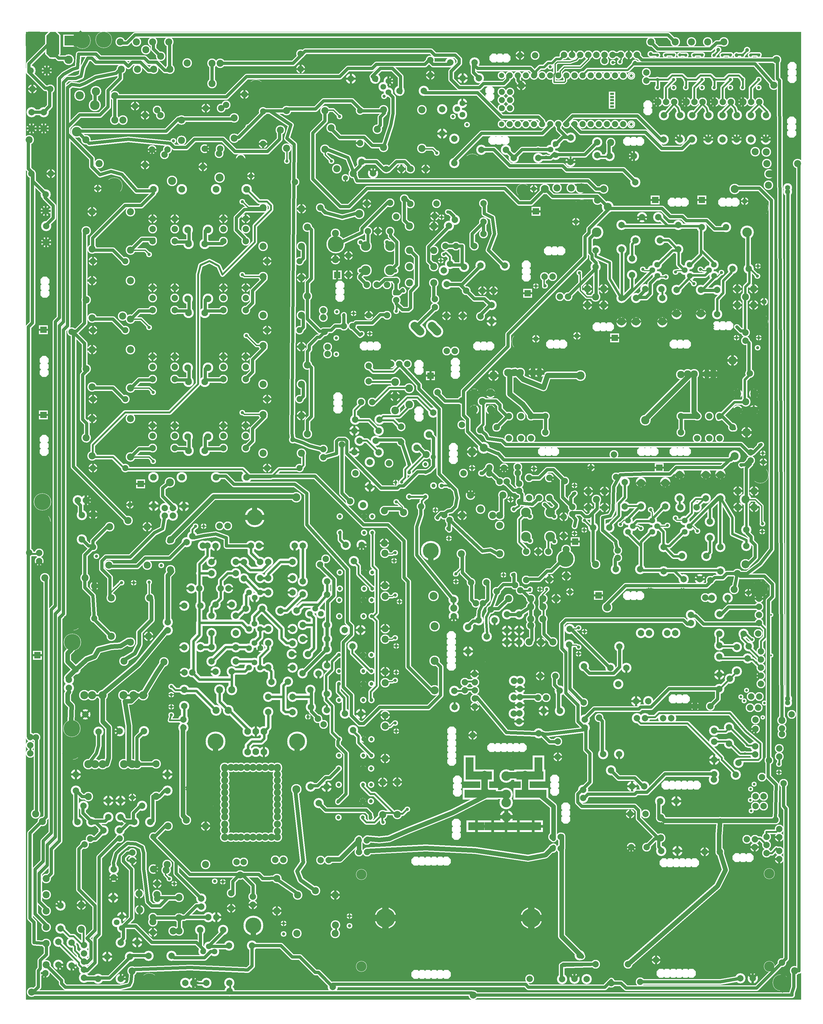
<source format=gbr>
%FSLAX34Y34*%
%MOMM*%
%LNCOPPER_BOTTOM*%
G71*
G01*
%ADD10C,3.200*%
%ADD11C,3.000*%
%ADD12C,1.600*%
%ADD13C,3.000*%
%ADD14C,2.800*%
%ADD15C,4.700*%
%ADD16C,1.400*%
%ADD17C,1.800*%
%ADD18C,1.200*%
%ADD19C,4.200*%
%ADD20C,1.800*%
%ADD21C,7.800*%
%ADD22C,3.400*%
%ADD23C,3.100*%
%ADD24C,2.800*%
%ADD25C,2.800*%
%ADD26C,2.400*%
%ADD27C,2.800*%
%ADD28C,5.200*%
%ADD29C,3.700*%
%ADD30C,2.600*%
%ADD31C,1.700*%
%ADD32C,3.700*%
%ADD33C,5.800*%
%ADD34C,3.800*%
%ADD35C,3.000*%
%ADD36C,3.200*%
%ADD37C,2.000*%
%ADD38C,1.800*%
%ADD39C,3.300*%
%ADD40C,2.900*%
%ADD41C,2.700*%
%ADD42C,4.200*%
%ADD43C,3.300*%
%ADD44C,6.200*%
%ADD45C,3.300*%
%ADD46C,3.400*%
%ADD47C,2.000*%
%ADD48C,2.600*%
%ADD49C,1.900*%
%ADD50C,2.200*%
%ADD51C,1.990*%
%ADD52C,3.300*%
%ADD53C,3.000*%
%ADD54C,6.800*%
%ADD55C,3.800*%
%ADD56C,1.300*%
%ADD57C,4.400*%
%ADD58C,4.700*%
%ADD59C,3.400*%
%ADD60C,3.700*%
%ADD61C,3.000*%
%ADD62C,2.100*%
%ADD63C,0.800*%
%ADD64R,2.070X1.435*%
%ADD65C,2.700*%
%ADD66C,2.450*%
%ADD67C,1.100*%
%ADD68C,1.850*%
%ADD69C,2.000*%
%ADD70C,1.800*%
%ADD71C,1.400*%
%ADD72C,1.600*%
%ADD73C,4.200*%
%ADD74C,2.850*%
%ADD75C,3.400*%
%ADD76C,6.200*%
%ADD77C,2.400*%
%ADD78C,2.800*%
%ADD79C,5.400*%
%ADD80C,3.000*%
%ADD81C,2.400*%
%ADD82C,2.100*%
%ADD83C,0.733*%
%ADD84C,0.667*%
%ADD85C,3.345*%
%ADD86C,0.813*%
%ADD87C,6.067*%
%ADD88C,6.860*%
%ADD89C,1.403*%
%ADD90C,1.723*%
%ADD91C,1.380*%
%ADD92C,1.427*%
%ADD93C,1.033*%
%ADD94C,1.180*%
%ADD95C,1.220*%
%ADD96C,3.717*%
%ADD97C,0.680*%
%ADD98C,0.767*%
%ADD99C,1.264*%
%ADD100C,1.507*%
%ADD101C,1.687*%
%ADD102C,1.447*%
%ADD103C,2.100*%
%ADD104C,1.967*%
%ADD105C,2.973*%
%ADD106C,1.667*%
%ADD107C,0.700*%
%ADD108C,0.804*%
%ADD109C,0.672*%
%ADD110C,0.960*%
%ADD111C,0.616*%
%ADD112C,0.400*%
%ADD113C,0.333*%
%ADD114C,3.122*%
%ADD115C,0.833*%
%ADD116C,1.017*%
%ADD117C,0.600*%
%ADD118C,0.867*%
%ADD119C,1.527*%
%ADD120C,0.533*%
%ADD121C,3.865*%
%ADD122C,2.000*%
%ADD123C,1.800*%
%ADD124C,2.200*%
%ADD125C,4.500*%
%ADD126C,1.000*%
%ADD127C,3.000*%
%ADD128C,1.000*%
%ADD129C,7.000*%
%ADD130C,2.600*%
%ADD131C,2.300*%
%ADD132C,2.000*%
%ADD133C,2.000*%
%ADD134C,5.000*%
%ADD135C,2.500*%
%ADD136C,0.900*%
%ADD137C,2.500*%
%ADD138C,3.000*%
%ADD139C,2.200*%
%ADD140C,1.200*%
%ADD141C,1.000*%
%ADD142C,2.100*%
%ADD143C,1.900*%
%ADD144C,4.000*%
%ADD145C,5.000*%
%ADD146C,2.100*%
%ADD147C,2.200*%
%ADD148C,1.500*%
%ADD149C,0.790*%
%ADD150C,2.500*%
%ADD151C,2.200*%
%ADD152C,6.000*%
%ADD153C,3.000*%
%ADD154C,0.500*%
%ADD155C,4.200*%
%ADD156C,4.500*%
%ADD157C,2.600*%
%ADD158C,2.500*%
%ADD159C,1.300*%
%ADD160C,0.000*%
%ADD161R,1.270X0.635*%
%ADD162C,1.900*%
%ADD163C,1.650*%
%ADD164C,0.300*%
%ADD165C,1.050*%
%ADD166C,1.200*%
%ADD167C,1.000*%
%ADD168C,0.600*%
%ADD169C,0.800*%
%ADD170C,2.050*%
%ADD171C,3.200*%
%ADD172C,1.600*%
%ADD173C,2.600*%
%ADD174C,2.200*%
%ADD175C,1.600*%
%ADD176C,1.300*%
%LPD*%
G36*
X-359172Y2362041D02*
X2070828Y2362041D01*
X2070828Y-667959D01*
X-359172Y-667959D01*
X-359172Y2362041D01*
G37*
%LPC*%
X1507673Y1681112D02*
G54D10*
D03*
X1507723Y1757362D02*
G54D10*
D03*
X1426679Y1677712D02*
G54D10*
D03*
X1426792Y1626731D02*
G54D10*
D03*
X1540979Y1652312D02*
G54D10*
D03*
X1541091Y1601332D02*
G54D10*
D03*
X1507689Y1452512D02*
G54D10*
D03*
X1507739Y1528762D02*
G54D10*
D03*
X1628410Y1709126D02*
G54D10*
D03*
X1552160Y1709176D02*
G54D10*
D03*
X1553369Y1528762D02*
G54D10*
D03*
X1553319Y1452512D02*
G54D10*
D03*
X1685472Y1681111D02*
G54D10*
D03*
X1685522Y1757361D02*
G54D10*
D03*
X1582804Y1556596D02*
G54D10*
D03*
X1680369Y1554162D02*
G54D10*
D03*
X1680319Y1477912D02*
G54D10*
D03*
X1756568Y1554162D02*
G54D10*
D03*
X1756518Y1477912D02*
G54D10*
D03*
X1807368Y1554162D02*
G54D10*
D03*
X1807318Y1477912D02*
G54D10*
D03*
X1906840Y1620207D02*
G54D10*
D03*
X1855860Y1620094D02*
G54D10*
D03*
X1835386Y1750930D02*
G54D10*
D03*
X1759136Y1750980D02*
G54D10*
D03*
X1620044Y1633537D02*
G54D11*
D03*
X1604144Y1615962D02*
G54D11*
D03*
X1620078Y1598346D02*
G54D11*
D03*
X1721644Y1633537D02*
G54D11*
D03*
X1705744Y1615962D02*
G54D11*
D03*
X1721678Y1598346D02*
G54D11*
D03*
X1797844Y1633537D02*
G54D11*
D03*
X1781944Y1615962D02*
G54D11*
D03*
X1797878Y1598346D02*
G54D11*
D03*
G54D12*
X1507739Y1528762D02*
X1508894Y1525687D01*
X1508894Y1678087D01*
X1507673Y1681112D01*
G54D12*
X1685522Y1757361D02*
X1686694Y1754287D01*
X1508894Y1754287D01*
X1507723Y1757362D01*
G54D12*
X1552160Y1709176D02*
X1553344Y1709837D01*
X1540644Y1697137D01*
X1540644Y1652687D01*
X1540979Y1652312D01*
G54D12*
X1507739Y1528762D02*
X1508894Y1525687D01*
X1540644Y1557437D01*
X1540644Y1601887D01*
X1541092Y1601331D01*
G54D12*
X1604144Y1615962D02*
X1604144Y1614587D01*
X1515244Y1525687D01*
X1508894Y1525687D01*
X1507739Y1528762D01*
G54D12*
X1721679Y1598346D02*
X1724794Y1595537D01*
X1680344Y1551087D01*
X1680369Y1554162D01*
G54D12*
X1705744Y1615962D02*
X1705744Y1614587D01*
X1686694Y1633637D01*
X1686694Y1678087D01*
X1685473Y1681111D01*
G54D12*
X1721644Y1633537D02*
X1724794Y1633637D01*
X1756544Y1665387D01*
X1756544Y1747937D01*
X1759136Y1750980D01*
G54D12*
X1685473Y1681111D02*
X1686694Y1678087D01*
X1654944Y1709837D01*
X1629544Y1709837D01*
X1628410Y1709126D01*
G54D12*
X1797844Y1633537D02*
X1800994Y1633637D01*
X1756544Y1678087D01*
X1756544Y1747937D01*
X1759136Y1750980D01*
G54D12*
X1855860Y1620094D02*
X1858144Y1620937D01*
X1851794Y1614587D01*
X1851794Y1608237D01*
X1826394Y1582837D01*
X1826394Y1544737D01*
X1807344Y1525687D01*
X1807344Y1474887D01*
X1807318Y1477912D01*
G54D12*
X1797878Y1598346D02*
X1800994Y1595537D01*
X1756544Y1551087D01*
X1756568Y1554162D01*
G54D12*
X1620044Y1633537D02*
X1623194Y1633637D01*
X1667644Y1678087D01*
X1686694Y1678087D01*
X1685473Y1681111D01*
G54D12*
X1759136Y1750980D02*
X1756544Y1747937D01*
X1750194Y1754287D01*
X1686694Y1754287D01*
X1685522Y1757361D01*
X1400944Y1557437D02*
G54D13*
D03*
X1451744Y1557437D02*
G54D13*
D03*
X1426344Y1532037D02*
G54D13*
D03*
X1451744Y1506637D02*
G54D13*
D03*
X1400944Y1506637D02*
G54D13*
D03*
X1870844Y1557437D02*
G54D13*
D03*
X1921644Y1557437D02*
G54D13*
D03*
X1896244Y1532037D02*
G54D13*
D03*
X1921644Y1506637D02*
G54D13*
D03*
X1870844Y1506637D02*
G54D13*
D03*
G54D12*
X1426344Y1532037D02*
X1426344Y1627287D01*
X1426792Y1626731D01*
G54D12*
X1507739Y1528762D02*
X1508894Y1525687D01*
X1470794Y1589187D01*
X1470794Y1639987D01*
X1426344Y1659037D01*
X1426344Y1678087D01*
X1426680Y1677712D01*
G54D12*
X1895450Y1532037D02*
X1895450Y1563787D01*
X1908150Y1576487D01*
X1908150Y1620937D01*
X1906047Y1620206D01*
X1572370Y1781746D02*
G54D10*
D03*
X1623350Y1781859D02*
G54D10*
D03*
G54D12*
X1781944Y1615962D02*
X1781944Y1612987D01*
X1769244Y1600287D01*
X1724794Y1600287D01*
X1721679Y1598346D01*
X1507689Y1452512D02*
G54D14*
D03*
X1553319Y1452512D02*
G54D14*
D03*
X1680319Y1477912D02*
G54D14*
D03*
X1756518Y1477912D02*
G54D14*
D03*
X1507689Y1452512D02*
G54D14*
D03*
X1383268Y1812130D02*
G54D15*
D03*
X1633604Y1556596D02*
G54D10*
D03*
X1635919Y1528762D02*
G54D10*
D03*
X1635869Y1452512D02*
G54D10*
D03*
G54D16*
X1620079Y1598346D02*
X1623194Y1600287D01*
X1597794Y1574887D01*
X1597794Y1543137D01*
X1585094Y1530437D01*
X1553344Y1530437D01*
X1553369Y1528762D01*
G54D16*
X1582804Y1556596D02*
X1585094Y1555837D01*
X1559694Y1530437D01*
X1553344Y1530437D01*
X1553369Y1528762D01*
G54D16*
X1635919Y1528762D02*
X1635894Y1530437D01*
X1635894Y1555837D01*
X1633604Y1556596D01*
G54D12*
X1623350Y1781859D02*
X1626394Y1781237D01*
X1651794Y1755837D01*
X1683544Y1755837D01*
X1685522Y1757361D01*
X1464919Y1813912D02*
G54D10*
D03*
G54D16*
X1807368Y1554162D02*
X1808744Y1552737D01*
X1758744Y1552737D01*
X1756568Y1554162D01*
X1376144Y1608137D02*
G54D17*
D03*
G54D18*
X1376144Y1608137D02*
X1373744Y1607737D01*
X1378744Y1602737D01*
X1378744Y1552737D01*
X1398744Y1532737D01*
X1428744Y1532737D01*
X1426344Y1532037D01*
X1553319Y1452512D02*
G54D14*
D03*
X1635869Y1452512D02*
G54D14*
D03*
X1680319Y1477912D02*
G54D14*
D03*
X1756518Y1477912D02*
G54D14*
D03*
X1943100Y1811337D02*
G54D15*
D03*
X1383268Y1453356D02*
G54D15*
D03*
X1942464Y1454943D02*
G54D15*
D03*
X1433294Y1735137D02*
G54D17*
D03*
X1430118Y1735138D02*
G54D19*
D03*
G54D20*
X1430118Y1735138D02*
X1427956Y1734344D01*
X1408906Y1715294D01*
X1408906Y1670844D01*
X1415256Y1664494D01*
X1415256Y1651794D01*
X1427956Y1639094D01*
X1427956Y1531144D01*
X1426344Y1532038D01*
X1901843Y1735138D02*
G54D19*
D03*
G54D20*
X1896843Y1735138D02*
X1897856Y1734344D01*
X1904206Y1727994D01*
X1904206Y1620044D01*
X1906840Y1620206D01*
X1515894Y1145896D02*
G54D21*
D03*
X1446044Y1285596D02*
G54D21*
D03*
X1379369Y1285596D02*
G54D22*
D03*
X1582569Y1145896D02*
G54D22*
D03*
X1170494Y1295696D02*
G54D23*
D03*
X1250494Y1295696D02*
G54D24*
D03*
X1715494Y1290696D02*
G54D24*
D03*
X1795494Y1290696D02*
G54D24*
D03*
X1250494Y1295696D02*
G54D23*
D03*
X1715494Y1290696D02*
G54D23*
D03*
X1795494Y1290696D02*
G54D13*
D03*
X1190494Y1295696D02*
G54D23*
D03*
X1230494Y1295696D02*
G54D23*
D03*
X1735494Y1290696D02*
G54D23*
D03*
X1775494Y1290696D02*
G54D23*
D03*
X1046069Y1179366D02*
G54D13*
D03*
X1046069Y1230166D02*
G54D13*
D03*
X1071469Y1204766D02*
G54D13*
D03*
X1096869Y1230166D02*
G54D13*
D03*
X1096869Y1179366D02*
G54D13*
D03*
X1046069Y1178096D02*
G54D25*
D03*
X1096869Y1178096D02*
G54D14*
D03*
X1871569Y1178096D02*
G54D13*
D03*
X1871569Y1228896D02*
G54D13*
D03*
X1896969Y1203496D02*
G54D13*
D03*
X1922369Y1228896D02*
G54D13*
D03*
X1922369Y1178096D02*
G54D13*
D03*
X1871569Y1178096D02*
G54D25*
D03*
X1922369Y1178096D02*
G54D14*
D03*
G54D26*
X1170494Y1295696D02*
X1174694Y1299396D01*
X1200094Y1273996D01*
X1263594Y1248596D01*
X1276294Y1286696D01*
X1377894Y1286696D01*
X1379369Y1285596D01*
G54D26*
X1715494Y1290696D02*
X1720794Y1286696D01*
X1581094Y1146996D01*
X1582569Y1145896D01*
X1745026Y1089459D02*
G54D27*
D03*
X1745026Y1159309D02*
G54D27*
D03*
X1814876Y1089459D02*
G54D27*
D03*
X1814876Y1159309D02*
G54D27*
D03*
X1783126Y1159309D02*
G54D27*
D03*
X1783126Y1089459D02*
G54D27*
D03*
X1814877Y1089459D02*
G54D14*
D03*
X1814877Y1159309D02*
G54D14*
D03*
X1154476Y1089459D02*
G54D27*
D03*
X1154476Y1159309D02*
G54D27*
D03*
X1224326Y1089459D02*
G54D27*
D03*
X1224326Y1159310D02*
G54D27*
D03*
X1192576Y1159310D02*
G54D27*
D03*
X1192576Y1089460D02*
G54D27*
D03*
X1224327Y1089459D02*
G54D14*
D03*
X1224327Y1159310D02*
G54D14*
D03*
G54D26*
X1224327Y1159310D02*
X1226969Y1158596D01*
X1198369Y1196497D01*
X1157119Y1228446D01*
X1157119Y1298296D01*
X1157794Y1295696D01*
X1795494Y1290696D02*
G54D23*
D03*
X1268777Y1159309D02*
G54D25*
D03*
G54D26*
X1262427Y1159309D02*
X1265069Y1158596D01*
X1226969Y1158596D01*
X1224327Y1159310D01*
X1694227Y1159309D02*
G54D25*
D03*
G54D26*
X1694227Y1159309D02*
X1696869Y1158596D01*
X1747669Y1158596D01*
X1745027Y1159310D01*
G54D12*
X1814877Y1152959D02*
X1811169Y1152246D01*
X1861969Y1203046D01*
X1900069Y1203046D01*
X1896969Y1197146D01*
G54D26*
X1745027Y1159310D02*
X1747669Y1158596D01*
X1734969Y1171296D01*
X1734969Y1285596D01*
X1735494Y1290696D01*
X1909769Y1292421D02*
G54D25*
D03*
X1065219Y1114622D02*
G54D25*
D03*
G54D12*
X1065219Y1114622D02*
X1061869Y1120496D01*
X1074569Y1133196D01*
X1074569Y1209396D01*
X1071469Y1203496D01*
G54D12*
X1903419Y1292421D02*
X1906419Y1298296D01*
X1906419Y1285596D01*
X1893719Y1272896D01*
X1893719Y1209396D01*
X1890619Y1203496D01*
X1046069Y1228896D02*
G54D14*
D03*
X1096869Y1228897D02*
G54D14*
D03*
X1871569Y1228896D02*
G54D14*
D03*
X1922369Y1228896D02*
G54D14*
D03*
X1922369Y1178096D02*
G54D14*
D03*
X1383268Y975518D02*
G54D15*
D03*
X1943100Y974725D02*
G54D28*
D03*
X1383268Y616743D02*
G54D28*
D03*
X1942464Y618330D02*
G54D15*
D03*
X1896843Y898525D02*
G54D29*
D03*
X782444Y1615597D02*
G54D30*
D03*
X782444Y1691797D02*
G54D30*
D03*
X706244Y1615597D02*
G54D30*
D03*
X782444Y1615597D02*
G54D30*
D03*
X706244Y1691796D02*
G54D30*
D03*
X706244Y1615596D02*
G54D30*
D03*
X782444Y1691797D02*
G54D30*
D03*
X706244Y1691797D02*
G54D30*
D03*
X782356Y1826820D02*
G54D27*
D03*
X782356Y1737920D02*
G54D27*
D03*
X744256Y1737920D02*
G54D27*
D03*
X712506Y1737920D02*
G54D27*
D03*
X772712Y1475030D02*
G54D27*
D03*
X709213Y1570280D02*
G54D27*
D03*
X740962Y1570280D02*
G54D27*
D03*
X772712Y1570280D02*
G54D27*
D03*
G54D31*
X712506Y1737920D02*
X712594Y1736247D01*
X712594Y1698147D01*
X706244Y1691797D01*
G54D20*
X706244Y1615597D02*
X687194Y1596547D01*
X687194Y1592299D01*
X709213Y1570280D01*
G54D20*
X616744Y1697831D02*
X693982Y1733520D01*
X693982Y1746220D01*
X776532Y1828770D01*
X776006Y1826820D01*
X801195Y1582568D02*
G54D27*
D03*
G54D20*
X801196Y1582569D02*
X804069Y1580356D01*
X797719Y1586706D01*
X765969Y1586706D01*
X746919Y1567656D01*
X740569Y1567656D01*
X740963Y1570280D01*
X709212Y1824280D02*
G54D27*
D03*
X826806Y1839520D02*
G54D27*
D03*
X989234Y1691830D02*
G54D27*
D03*
X1046384Y1691830D02*
G54D27*
D03*
X1075084Y1768030D02*
G54D27*
D03*
X1075084Y1825180D02*
G54D27*
D03*
X1014034Y1626207D02*
G54D10*
D03*
X960082Y1572326D02*
G54D10*
D03*
X1014034Y1626207D02*
G54D14*
D03*
X1141810Y1630258D02*
G54D10*
D03*
X1065560Y1630308D02*
G54D10*
D03*
X1141810Y1630259D02*
G54D14*
D03*
X1020984Y1552130D02*
G54D27*
D03*
X1071784Y1552130D02*
G54D27*
D03*
G54D20*
X1065560Y1630308D02*
X1065484Y1628330D01*
X1008334Y1571180D01*
X957534Y1571180D01*
X960082Y1572326D01*
G54D20*
X1020984Y1552130D02*
X1021034Y1552130D01*
X1001984Y1571180D01*
X957534Y1571180D01*
X960082Y1572326D01*
G54D20*
X1014034Y1626208D02*
X1014684Y1628330D01*
X1008334Y1634680D01*
X1008334Y1691830D01*
X989234Y1691830D01*
X1071784Y1552130D02*
G54D27*
D03*
X1100391Y1456024D02*
G54D10*
D03*
X1100279Y1507005D02*
G54D10*
D03*
X1100391Y1456024D02*
G54D10*
D03*
G54D20*
X1100279Y1507004D02*
X1097234Y1507680D01*
X1078184Y1526730D01*
X1046434Y1526730D01*
X1021034Y1552130D01*
X1020984Y1552130D01*
G54D20*
X1075084Y1768030D02*
X1078184Y1768030D01*
X1040084Y1729930D01*
X1040084Y1691830D01*
X1040034Y1691830D01*
G54D20*
X1141810Y1630258D02*
X1141684Y1628330D01*
X1090884Y1679130D01*
X1109884Y1729930D01*
X1103584Y1780730D01*
X1078184Y1793430D01*
X1078184Y1818830D01*
X1075084Y1818830D01*
X1075084Y1729930D02*
G54D27*
D03*
G54D20*
X1075084Y1729930D02*
X1075084Y1768030D01*
X1106834Y1552130D02*
G54D27*
D03*
X956214Y1691830D02*
G54D27*
D03*
G54D20*
X956214Y1691830D02*
X957484Y1691830D01*
X995584Y1691830D01*
X989234Y1691830D01*
X967134Y1755330D02*
G54D27*
D03*
X843438Y1753836D02*
G54D13*
D03*
X919638Y1753836D02*
G54D13*
D03*
X843438Y1677636D02*
G54D13*
D03*
X843438Y1626836D02*
G54D13*
D03*
X843438Y1576036D02*
G54D13*
D03*
X919638Y1677636D02*
G54D13*
D03*
X919638Y1626836D02*
G54D13*
D03*
X919638Y1576036D02*
G54D13*
D03*
X919638Y1753836D02*
G54D27*
D03*
X1065889Y1471032D02*
G54D27*
D03*
X1009669Y1473277D02*
G54D27*
D03*
X1009669Y1473277D02*
G54D27*
D03*
X958869Y1473277D02*
G54D27*
D03*
G54D20*
X843439Y1753835D02*
X846383Y1752570D01*
X827333Y1771620D01*
X827333Y1841470D01*
X826806Y1839520D01*
G54D20*
X843439Y1677636D02*
X846383Y1676370D01*
X865433Y1657320D01*
X865433Y1568420D01*
X846383Y1549370D01*
X846383Y1498570D01*
X840033Y1492220D01*
X820983Y1492220D01*
X801933Y1511270D01*
X801406Y1525195D01*
G54D20*
X919639Y1626836D02*
X922583Y1625570D01*
X903533Y1644620D01*
X903533Y1689070D01*
X967033Y1752570D01*
X967134Y1755330D01*
G54D32*
X930821Y1423787D02*
X913143Y1441465D01*
G54D32*
X876846Y1423787D02*
X859168Y1441465D01*
X611981Y1697831D02*
G54D33*
D03*
X927894Y1824831D02*
G54D25*
D03*
X706244Y1691796D02*
G54D34*
D03*
X706244Y1615597D02*
G54D34*
D03*
X782444Y1615597D02*
G54D34*
D03*
X782444Y1691797D02*
G54D34*
D03*
G54D20*
X782444Y1615597D02*
X784304Y1614681D01*
X803354Y1633731D01*
X803354Y1703581D01*
X784304Y1722631D01*
X784304Y1735331D01*
X782356Y1737920D01*
X1208522Y857395D02*
G54D30*
D03*
X1208522Y781195D02*
G54D30*
D03*
X1284722Y857395D02*
G54D30*
D03*
X1208522Y857395D02*
G54D30*
D03*
X1284722Y781195D02*
G54D30*
D03*
X1284722Y857395D02*
G54D30*
D03*
X1208522Y781195D02*
G54D30*
D03*
X1284722Y781195D02*
G54D30*
D03*
X1208610Y646172D02*
G54D27*
D03*
X1208610Y735072D02*
G54D27*
D03*
X1246710Y735072D02*
G54D27*
D03*
X1278460Y735072D02*
G54D27*
D03*
X1281754Y966212D02*
G54D27*
D03*
X1218254Y966212D02*
G54D27*
D03*
X1281753Y902712D02*
G54D27*
D03*
X1250004Y902712D02*
G54D27*
D03*
X1218254Y902712D02*
G54D27*
D03*
G54D16*
X1278460Y735072D02*
X1278372Y736745D01*
X1278372Y774845D01*
X1284723Y781195D01*
G54D20*
X1284722Y857395D02*
X1303773Y876445D01*
X1303772Y880693D01*
X1281753Y902712D01*
X1189771Y890423D02*
G54D27*
D03*
G54D20*
X1189770Y890423D02*
X1186897Y892636D01*
X1193247Y886286D01*
X1228172Y883111D01*
X1250004Y902712D01*
X1250398Y905336D01*
X1250004Y902712D01*
X1281754Y648712D02*
G54D27*
D03*
X1329772Y956136D02*
G54D25*
D03*
G54D20*
X1329772Y714836D02*
X1332553Y712212D01*
X1326203Y705862D01*
X1319853Y705862D01*
X1288103Y674112D01*
X1275403Y674112D01*
X1250003Y648712D01*
X1205553Y648712D01*
X1208610Y646172D01*
G54D20*
X1329772Y956136D02*
X1332554Y953512D01*
X1294453Y991612D01*
X1275404Y991612D01*
X1250003Y966212D01*
X1218253Y966212D01*
X1284722Y781195D02*
G54D34*
D03*
X1284722Y857395D02*
G54D34*
D03*
X1208522Y857395D02*
G54D34*
D03*
X1208522Y781195D02*
G54D34*
D03*
G54D16*
X1208522Y857395D02*
X1205947Y854536D01*
X1186898Y835486D01*
X1186897Y765636D01*
X1205947Y746586D01*
X1205947Y733886D01*
X1208610Y735072D01*
X1005514Y727814D02*
G54D13*
D03*
X1008688Y848464D02*
G54D13*
D03*
X1126164Y727814D02*
G54D13*
D03*
X1126164Y848464D02*
G54D13*
D03*
X1065839Y867927D02*
G54D13*
D03*
X1008688Y848464D02*
G54D35*
D03*
X1034535Y912046D02*
G54D13*
D03*
X1136135Y912045D02*
G54D13*
D03*
X1223435Y587906D02*
G54D13*
D03*
X1223435Y562506D02*
G54D13*
D03*
X1261535Y562506D02*
G54D13*
D03*
X1261535Y524406D02*
G54D13*
D03*
X1187143Y538624D02*
G54D10*
D03*
X1187256Y487644D02*
G54D10*
D03*
X1187143Y538624D02*
G54D27*
D03*
G54D20*
X1223435Y562506D02*
X1224269Y563524D01*
X1224269Y588924D01*
X1223435Y587906D01*
X1149043Y538624D02*
G54D10*
D03*
X1149154Y487644D02*
G54D10*
D03*
X1149043Y538624D02*
G54D27*
D03*
G54D20*
X1149043Y538624D02*
X1153225Y537573D01*
X1191325Y537573D01*
X1187143Y538624D01*
X1261535Y587906D02*
G54D13*
D03*
G54D20*
X1261535Y587906D02*
X1256413Y591548D01*
X1256413Y566148D01*
X1261535Y562506D01*
X1034535Y912045D02*
G54D13*
D03*
X842493Y1246344D02*
G54D36*
D03*
X842493Y1195544D02*
G54D36*
D03*
X798043Y1220944D02*
G54D36*
D03*
X798043Y1176494D02*
G54D36*
D03*
X798043Y1265394D02*
G54D36*
D03*
X810743Y1322544D02*
G54D27*
D03*
X785343Y1322544D02*
G54D27*
D03*
X836143Y1322544D02*
G54D27*
D03*
X749658Y1147919D02*
G54D10*
D03*
X673408Y1147969D02*
G54D10*
D03*
X670716Y1113659D02*
G54D10*
D03*
X746966Y1113609D02*
G54D10*
D03*
X686650Y1082183D02*
G54D10*
D03*
X737630Y1082295D02*
G54D10*
D03*
X715493Y1316282D02*
G54D27*
D03*
X715493Y1268482D02*
G54D27*
D03*
X719103Y1014658D02*
G54D10*
D03*
X719053Y938408D02*
G54D10*
D03*
X778993Y963594D02*
G54D27*
D03*
X778993Y1011394D02*
G54D27*
D03*
X691549Y1203438D02*
G54D27*
D03*
X726649Y1203438D02*
G54D27*
D03*
X817093Y1077894D02*
G54D27*
D03*
X817093Y1125694D02*
G54D27*
D03*
X670771Y1046012D02*
G54D10*
D03*
X747021Y1045962D02*
G54D10*
D03*
X917968Y1169589D02*
G54D10*
D03*
X778993Y963594D02*
G54D27*
D03*
G54D16*
X715493Y1309932D02*
X716193Y1311114D01*
X728893Y1298414D01*
X792393Y1298414D01*
X811443Y1317464D01*
X811443Y1323814D01*
X810743Y1322544D01*
G54D16*
X715493Y1274832D02*
X716193Y1273014D01*
X722543Y1266664D01*
X798743Y1266664D01*
X798043Y1265394D01*
G54D16*
X732999Y1203438D02*
X735243Y1203164D01*
X779693Y1247614D01*
X843193Y1247614D01*
X842493Y1246344D01*
G54D16*
X749658Y1147919D02*
X747943Y1146014D01*
X760643Y1158714D01*
X811443Y1158714D01*
X843193Y1190464D01*
X843193Y1196814D01*
X842493Y1195544D01*
G54D16*
X697899Y1203438D02*
X697143Y1203164D01*
X671743Y1177764D01*
X671743Y1146014D01*
X673408Y1147969D01*
G54D16*
X746966Y1113610D02*
X747943Y1114264D01*
X716193Y1146014D01*
X671743Y1146014D01*
X673408Y1147969D01*
G54D16*
X817093Y1119344D02*
X817793Y1120614D01*
X792393Y1146014D01*
X747943Y1146014D01*
X749658Y1147919D01*
G54D16*
X817093Y1084244D02*
X817793Y1082514D01*
X735243Y1082514D01*
X737630Y1082295D01*
G54D16*
X747021Y1045962D02*
X747943Y1044414D01*
X709843Y1082514D01*
X684443Y1082514D01*
X686650Y1082183D01*
G36*
X923043Y1299714D02*
X923043Y1271714D01*
X895043Y1271714D01*
X895043Y1299714D01*
X923043Y1299714D01*
G37*
X893293Y1008132D02*
G54D37*
D03*
X893293Y982732D02*
G54D38*
D03*
X842493Y1008132D02*
G54D38*
D03*
X842493Y982732D02*
G54D37*
D03*
X893293Y906532D02*
G54D38*
D03*
X842493Y906532D02*
G54D38*
D03*
X895325Y1038898D02*
G54D13*
D03*
G54D20*
X842493Y1008132D02*
X817093Y1084332D01*
X734543Y1084332D01*
X737630Y1082295D01*
G54D16*
X917968Y1169589D02*
X918693Y1166882D01*
X867893Y1217682D01*
X836143Y1217682D01*
X798043Y1179582D01*
X798043Y1176494D01*
X879630Y876393D02*
G54D25*
D03*
G54D16*
X842493Y906532D02*
X893293Y906532D01*
X842493Y1008132D02*
G54D37*
D03*
X893293Y906532D02*
G54D37*
D03*
X842493Y906532D02*
G54D37*
D03*
X107502Y1059445D02*
G54D27*
D03*
X37652Y1059445D02*
G54D27*
D03*
X107502Y1129295D02*
G54D27*
D03*
X37652Y1129295D02*
G54D27*
D03*
X37652Y1097545D02*
G54D27*
D03*
X107502Y1097545D02*
G54D27*
D03*
X150910Y1050674D02*
G54D39*
D03*
X201892Y1050786D02*
G54D39*
D03*
X329752Y1059445D02*
G54D27*
D03*
X259902Y1059445D02*
G54D27*
D03*
X329752Y1129295D02*
G54D27*
D03*
X259902Y1129295D02*
G54D27*
D03*
X259902Y1097545D02*
G54D27*
D03*
X329752Y1097545D02*
G54D27*
D03*
X211975Y1094772D02*
G54D10*
D03*
X211862Y1145752D02*
G54D10*
D03*
X148475Y1094772D02*
G54D10*
D03*
X148362Y1145752D02*
G54D10*
D03*
G54D20*
X211975Y1094772D02*
X209102Y1097545D01*
X202752Y1091195D01*
X202752Y1053095D01*
X201892Y1050786D01*
G54D20*
X148475Y1094772D02*
X145602Y1097545D01*
X151952Y1091195D01*
X151952Y1053095D01*
X150911Y1050674D01*
X329752Y1129295D02*
G54D14*
D03*
X259902Y1129295D02*
G54D14*
D03*
X211862Y1145753D02*
G54D40*
D03*
X148362Y1145753D02*
G54D14*
D03*
X107502Y1129295D02*
G54D14*
D03*
X37652Y1129295D02*
G54D14*
D03*
X148475Y1094772D02*
G54D39*
D03*
X148362Y1145752D02*
G54D39*
D03*
X211862Y1145752D02*
G54D39*
D03*
X211975Y1094772D02*
G54D39*
D03*
X383965Y1163737D02*
G54D13*
D03*
X504615Y1160563D02*
G54D13*
D03*
X383965Y1043087D02*
G54D13*
D03*
X504615Y1043087D02*
G54D13*
D03*
X523428Y1103412D02*
G54D13*
D03*
X397472Y996808D02*
G54D41*
D03*
X499072Y996808D02*
G54D41*
D03*
X504615Y1160563D02*
G54D13*
D03*
X-31030Y1030998D02*
G54D13*
D03*
X-151680Y1034172D02*
G54D13*
D03*
X-31030Y1151649D02*
G54D13*
D03*
X-151680Y1151649D02*
G54D13*
D03*
X-170492Y1091324D02*
G54D13*
D03*
X-151679Y1034172D02*
G54D13*
D03*
X-151680Y1151649D02*
G54D13*
D03*
X-148628Y996808D02*
G54D41*
D03*
X-47028Y996808D02*
G54D41*
D03*
X397472Y996808D02*
G54D27*
D03*
X-148628Y996808D02*
G54D27*
D03*
G54D16*
X499072Y996808D02*
X497725Y993172D01*
X510425Y1005872D01*
X510425Y1043972D01*
X504615Y1043088D01*
G54D20*
X259902Y1059446D02*
X256425Y1056672D01*
X205625Y1056672D01*
X201892Y1050786D01*
G54D16*
X-47028Y996808D02*
X-48375Y993172D01*
X-86475Y1031272D01*
X-149975Y1031272D01*
X-151679Y1034172D01*
X107502Y1275345D02*
G54D27*
D03*
X37652Y1275345D02*
G54D27*
D03*
X107502Y1345195D02*
G54D27*
D03*
X37652Y1345195D02*
G54D27*
D03*
X37652Y1313445D02*
G54D27*
D03*
X107502Y1313445D02*
G54D27*
D03*
X150910Y1266574D02*
G54D39*
D03*
X201892Y1266686D02*
G54D39*
D03*
X329752Y1275345D02*
G54D27*
D03*
X259902Y1275345D02*
G54D27*
D03*
X329752Y1345195D02*
G54D27*
D03*
X259902Y1345195D02*
G54D27*
D03*
X259902Y1313445D02*
G54D27*
D03*
X329752Y1313445D02*
G54D27*
D03*
X211975Y1310672D02*
G54D10*
D03*
X211862Y1361652D02*
G54D10*
D03*
X148475Y1310672D02*
G54D10*
D03*
X148362Y1361652D02*
G54D10*
D03*
G54D20*
X211975Y1310672D02*
X209102Y1313445D01*
X202752Y1307095D01*
X202752Y1268995D01*
X201892Y1266686D01*
G54D20*
X148475Y1310672D02*
X145602Y1313445D01*
X151952Y1307095D01*
X151952Y1268995D01*
X150911Y1266574D01*
X329752Y1345195D02*
G54D14*
D03*
X259902Y1345195D02*
G54D14*
D03*
X211862Y1361653D02*
G54D40*
D03*
X148362Y1361653D02*
G54D14*
D03*
X107502Y1345195D02*
G54D14*
D03*
X37652Y1345195D02*
G54D14*
D03*
X148475Y1310672D02*
G54D39*
D03*
X148362Y1361652D02*
G54D39*
D03*
X211862Y1361652D02*
G54D39*
D03*
X211975Y1310672D02*
G54D39*
D03*
X383965Y1379637D02*
G54D13*
D03*
X504615Y1376463D02*
G54D13*
D03*
X383965Y1258987D02*
G54D13*
D03*
X504615Y1258987D02*
G54D13*
D03*
X523428Y1319312D02*
G54D13*
D03*
X397472Y1212708D02*
G54D41*
D03*
X499072Y1212708D02*
G54D41*
D03*
X504615Y1376463D02*
G54D13*
D03*
X-31030Y1246898D02*
G54D13*
D03*
X-151680Y1250072D02*
G54D13*
D03*
X-31030Y1367548D02*
G54D13*
D03*
X-151680Y1367548D02*
G54D13*
D03*
X-170492Y1307224D02*
G54D13*
D03*
X-151679Y1250072D02*
G54D13*
D03*
X-151680Y1367548D02*
G54D13*
D03*
X-148628Y1212708D02*
G54D41*
D03*
X-47028Y1212708D02*
G54D41*
D03*
X397472Y1212708D02*
G54D27*
D03*
X-148628Y1212708D02*
G54D27*
D03*
G54D20*
X499072Y1212707D02*
X497725Y1209071D01*
X510425Y1221771D01*
X510425Y1259872D01*
X504615Y1258988D01*
G54D20*
X259902Y1275345D02*
X256425Y1272572D01*
X205625Y1272572D01*
X201892Y1266686D01*
G54D20*
X150911Y1266574D02*
X154825Y1272571D01*
X104025Y1272572D01*
X107502Y1275345D01*
G54D20*
X-47028Y1212707D02*
X-48375Y1209071D01*
X-86475Y1247171D01*
X-149975Y1247171D01*
X-151679Y1250072D01*
X107502Y1491245D02*
G54D27*
D03*
X37652Y1491245D02*
G54D27*
D03*
X107502Y1561095D02*
G54D27*
D03*
X37652Y1561095D02*
G54D27*
D03*
X37652Y1529345D02*
G54D27*
D03*
X107502Y1529345D02*
G54D27*
D03*
X150910Y1482474D02*
G54D39*
D03*
X201892Y1482586D02*
G54D39*
D03*
X329752Y1491245D02*
G54D27*
D03*
X259902Y1491245D02*
G54D27*
D03*
X329752Y1561095D02*
G54D27*
D03*
X259902Y1561095D02*
G54D27*
D03*
X259902Y1529345D02*
G54D27*
D03*
X329752Y1529345D02*
G54D27*
D03*
X211975Y1526572D02*
G54D10*
D03*
X211862Y1577552D02*
G54D10*
D03*
X148475Y1526572D02*
G54D10*
D03*
X148362Y1577552D02*
G54D10*
D03*
G54D20*
X211975Y1526572D02*
X209102Y1529345D01*
X202752Y1522995D01*
X202752Y1484895D01*
X201892Y1482586D01*
G54D20*
X148475Y1526572D02*
X145602Y1529345D01*
X151952Y1522995D01*
X151952Y1484895D01*
X150911Y1482474D01*
X329752Y1561095D02*
G54D14*
D03*
X259902Y1561095D02*
G54D14*
D03*
X211862Y1577553D02*
G54D40*
D03*
X148362Y1577553D02*
G54D14*
D03*
X107502Y1561095D02*
G54D14*
D03*
X37652Y1561095D02*
G54D14*
D03*
X148475Y1526572D02*
G54D39*
D03*
X148362Y1577553D02*
G54D39*
D03*
X211862Y1577552D02*
G54D39*
D03*
X211975Y1526572D02*
G54D39*
D03*
X383965Y1595537D02*
G54D13*
D03*
X504615Y1592363D02*
G54D13*
D03*
X383965Y1474887D02*
G54D13*
D03*
X504615Y1474887D02*
G54D13*
D03*
X523428Y1535212D02*
G54D13*
D03*
X397472Y1428607D02*
G54D41*
D03*
X499072Y1428608D02*
G54D41*
D03*
X504615Y1592363D02*
G54D13*
D03*
X-31030Y1462798D02*
G54D13*
D03*
X-151680Y1465972D02*
G54D13*
D03*
X-31030Y1583448D02*
G54D13*
D03*
X-151680Y1583448D02*
G54D13*
D03*
X-170492Y1523124D02*
G54D13*
D03*
X-151679Y1465972D02*
G54D13*
D03*
X-151680Y1583448D02*
G54D13*
D03*
X-148628Y1428607D02*
G54D41*
D03*
X-47028Y1428608D02*
G54D41*
D03*
X397472Y1428608D02*
G54D27*
D03*
X-148628Y1428607D02*
G54D27*
D03*
G54D20*
X499072Y1428608D02*
X497725Y1424972D01*
X510425Y1437672D01*
X510425Y1475771D01*
X504615Y1474887D01*
G54D20*
X259902Y1491246D02*
X256425Y1488471D01*
X205625Y1488471D01*
X201892Y1482586D01*
G54D20*
X150911Y1482474D02*
X154825Y1488472D01*
X104025Y1488471D01*
X107502Y1491246D01*
G54D20*
X-47028Y1428608D02*
X-48375Y1424971D01*
X-86475Y1463072D01*
X-149975Y1463072D01*
X-151679Y1465972D01*
X107502Y1707145D02*
G54D27*
D03*
X37652Y1707145D02*
G54D27*
D03*
X107502Y1776995D02*
G54D27*
D03*
X37652Y1776995D02*
G54D27*
D03*
X37652Y1745245D02*
G54D27*
D03*
X107502Y1745245D02*
G54D27*
D03*
X150910Y1698374D02*
G54D39*
D03*
X201892Y1698486D02*
G54D39*
D03*
X329752Y1707145D02*
G54D27*
D03*
X259902Y1707145D02*
G54D27*
D03*
X329752Y1776995D02*
G54D27*
D03*
X259902Y1776995D02*
G54D27*
D03*
X259902Y1745245D02*
G54D27*
D03*
X329752Y1745245D02*
G54D27*
D03*
X211975Y1742472D02*
G54D10*
D03*
X211862Y1793452D02*
G54D10*
D03*
X148475Y1742472D02*
G54D10*
D03*
X148362Y1793452D02*
G54D10*
D03*
G54D20*
X211975Y1742472D02*
X209102Y1745245D01*
X202752Y1738895D01*
X202752Y1700795D01*
X201892Y1698486D01*
G54D20*
X148475Y1742472D02*
X145602Y1745245D01*
X151952Y1738895D01*
X151952Y1700795D01*
X150911Y1698374D01*
X329752Y1776995D02*
G54D14*
D03*
X259902Y1776995D02*
G54D14*
D03*
X211862Y1793453D02*
G54D40*
D03*
X148362Y1793453D02*
G54D14*
D03*
X107502Y1776995D02*
G54D14*
D03*
X37652Y1776995D02*
G54D14*
D03*
X148475Y1742472D02*
G54D39*
D03*
X148362Y1793452D02*
G54D39*
D03*
X211862Y1793452D02*
G54D39*
D03*
X211975Y1742472D02*
G54D39*
D03*
X383965Y1811437D02*
G54D13*
D03*
X504615Y1808263D02*
G54D13*
D03*
X383965Y1690787D02*
G54D13*
D03*
X504615Y1690787D02*
G54D13*
D03*
X523428Y1751112D02*
G54D13*
D03*
X397472Y1644508D02*
G54D41*
D03*
X499072Y1644508D02*
G54D41*
D03*
X504615Y1808263D02*
G54D13*
D03*
X-31030Y1678698D02*
G54D13*
D03*
X-151680Y1681872D02*
G54D13*
D03*
X-31030Y1799348D02*
G54D13*
D03*
X-151680Y1799348D02*
G54D13*
D03*
X-170492Y1739024D02*
G54D13*
D03*
X-151679Y1681872D02*
G54D13*
D03*
X-151680Y1799348D02*
G54D13*
D03*
X-148628Y1644507D02*
G54D41*
D03*
X-47028Y1644508D02*
G54D41*
D03*
X397472Y1644508D02*
G54D27*
D03*
X-148628Y1644508D02*
G54D27*
D03*
G54D20*
X499072Y1644508D02*
X497725Y1640872D01*
X510425Y1653572D01*
X510425Y1691672D01*
X504615Y1690787D01*
G54D20*
X150911Y1698374D02*
X154825Y1704372D01*
X104025Y1704371D01*
X107502Y1707145D01*
G54D20*
X-47028Y1644508D02*
X-48375Y1640871D01*
X-86475Y1678972D01*
X-149975Y1678971D01*
X-151679Y1681872D01*
X332626Y967772D02*
G54D39*
D03*
X332626Y967772D02*
G54D39*
D03*
X237376Y967772D02*
G54D39*
D03*
X237376Y967772D02*
G54D39*
D03*
X129426Y967772D02*
G54D39*
D03*
X129426Y967772D02*
G54D39*
D03*
X40526Y967772D02*
G54D39*
D03*
X40526Y967772D02*
G54D39*
D03*
G54D16*
X332626Y967772D02*
X332625Y967772D01*
X408825Y967772D01*
X434225Y993172D01*
X497725Y993172D01*
X499072Y996808D01*
G54D16*
X-47028Y996808D02*
X-48375Y993172D01*
X319925Y993172D01*
X345325Y967772D01*
X408825Y967772D01*
X434225Y993172D01*
X497725Y993172D01*
X499072Y996808D01*
X332626Y1869472D02*
G54D39*
D03*
X332626Y1869472D02*
G54D39*
D03*
X237376Y1869472D02*
G54D39*
D03*
X237376Y1869472D02*
G54D39*
D03*
X129426Y1869472D02*
G54D39*
D03*
X129426Y1869472D02*
G54D39*
D03*
X40526Y1869472D02*
G54D39*
D03*
X40526Y1869472D02*
G54D39*
D03*
G54D20*
X40526Y1869472D02*
X40525Y1869471D01*
X40525Y1856771D01*
X2425Y1818672D01*
X-48375Y1818672D01*
X-149975Y1717072D01*
X-149975Y1678971D01*
X-151679Y1681872D01*
G54D16*
X332625Y1869472D02*
X370725Y1831371D01*
X396125Y1831371D01*
X408825Y1818671D01*
X408825Y1805972D01*
X358025Y1755172D01*
X358025Y1704371D01*
X256425Y1602771D01*
X244872Y1629410D01*
X216297Y1645285D01*
X187722Y1632585D01*
X180225Y1602771D01*
X180225Y1259871D01*
X91325Y1170971D01*
X-48375Y1170971D01*
X-149975Y1069371D01*
X-149975Y1031272D01*
X-151679Y1034172D01*
G54D20*
X383965Y1163737D02*
X389775Y1158271D01*
X351675Y1120171D01*
X351675Y1082071D01*
X326275Y1056672D01*
X329752Y1059446D01*
G54D20*
X383965Y1379637D02*
X389775Y1374171D01*
X351675Y1336072D01*
X351675Y1297971D01*
X326275Y1272571D01*
X329752Y1275346D01*
G54D20*
X383965Y1595537D02*
X389775Y1590072D01*
X351675Y1551972D01*
X351675Y1513871D01*
X326275Y1488472D01*
X329752Y1491246D01*
G54D20*
X383965Y1811438D02*
X389775Y1805971D01*
X326275Y1805971D01*
X300875Y1780571D01*
X300875Y1742471D01*
X326275Y1717072D01*
X326275Y1704372D01*
X329752Y1707146D01*
G54D20*
X-31029Y1030998D02*
X-29325Y1031272D01*
X-3925Y1056672D01*
X34175Y1056672D01*
X37652Y1059446D01*
G54D20*
X-31029Y1246898D02*
X-29325Y1247171D01*
X-3925Y1272571D01*
X34175Y1272572D01*
X37652Y1275345D01*
G54D20*
X-31029Y1462798D02*
X-29325Y1463072D01*
X-3925Y1488472D01*
X34175Y1488472D01*
X37652Y1491245D01*
G54D20*
X523428Y1319312D02*
X523125Y1323371D01*
X535825Y1310671D01*
X535825Y1158272D01*
X523125Y1145572D01*
X523125Y1107471D01*
X523428Y1103412D01*
G54D20*
X523428Y1751112D02*
X523125Y1755171D01*
X535825Y1742472D01*
X535825Y1590072D01*
X523125Y1577372D01*
X523125Y1539271D01*
X523428Y1535212D01*
G54D20*
X-170492Y1739024D02*
X-175375Y1742471D01*
X-175375Y1526571D01*
X-170492Y1523124D01*
X-216110Y1422942D02*
G54D25*
D03*
X577640Y1422942D02*
G54D25*
D03*
G54D20*
X577640Y1422942D02*
X580275Y1424971D01*
X561225Y1405921D01*
X554875Y1405921D01*
X529475Y1380521D01*
X529475Y1367822D01*
X523125Y1361471D01*
X523125Y1317022D01*
X523428Y1319312D01*
G54D20*
X577640Y1422942D02*
X573925Y1424971D01*
X561225Y1424971D01*
X523125Y1463072D01*
X523125Y1539271D01*
X523428Y1535212D01*
G54D20*
X-216110Y1422942D02*
X-213475Y1424971D01*
X-175375Y1386872D01*
X-175375Y1310672D01*
X-170492Y1307223D01*
G54D20*
X-216110Y1422942D02*
X-213475Y1424971D01*
X-200775Y1424971D01*
X-175375Y1450372D01*
X-175375Y1526571D01*
X-170492Y1523124D01*
X1189593Y1393030D02*
G54D28*
D03*
X1199117Y1866105D02*
G54D42*
D03*
X649842Y1393030D02*
G54D28*
D03*
X637142Y1862931D02*
G54D28*
D03*
X28789Y590256D02*
G54D13*
D03*
X25615Y469606D02*
G54D13*
D03*
X-91860Y590256D02*
G54D13*
D03*
X-91860Y469606D02*
G54D13*
D03*
X-31536Y450794D02*
G54D13*
D03*
X-99410Y692125D02*
G54D13*
D03*
X-96236Y812775D02*
G54D13*
D03*
X21240Y692125D02*
G54D13*
D03*
X21239Y812775D02*
G54D13*
D03*
X-39086Y832062D02*
G54D13*
D03*
X-144490Y627549D02*
G54D41*
D03*
X-144490Y525949D02*
G54D41*
D03*
X-144490Y627549D02*
G54D27*
D03*
X-148288Y850744D02*
G54D41*
D03*
X-148288Y749144D02*
G54D41*
D03*
X-148288Y850744D02*
G54D27*
D03*
X-148288Y850744D02*
G54D13*
D03*
X25615Y469606D02*
G54D13*
D03*
X21239Y812775D02*
G54D13*
D03*
G54D20*
X-148288Y749144D02*
X-149010Y749006D01*
X-174410Y723606D01*
X-174410Y622006D01*
X-149010Y596606D01*
X-144490Y525949D01*
X-96236Y812775D02*
G54D13*
D03*
X21239Y812775D02*
G54D13*
D03*
G54D20*
X-144490Y525949D02*
X-149010Y526756D01*
X-91860Y469606D01*
G54D20*
X-96236Y812775D02*
X-98210Y818856D01*
X-149010Y768056D01*
X-149010Y755356D01*
X-148288Y749144D01*
X0Y898525D02*
G54D15*
D03*
X952500Y898525D02*
G54D15*
D03*
X0Y0D02*
G54D15*
D03*
X952500Y-3175D02*
G54D28*
D03*
X1036555Y638206D02*
G54D27*
D03*
X1084355Y638205D02*
G54D27*
D03*
X1036555Y638206D02*
G54D27*
D03*
G54D20*
X1036555Y638205D02*
X1034653Y643731D01*
X1009253Y669131D01*
X1009253Y732631D01*
X1005514Y727814D01*
X1945151Y422615D02*
G54D25*
D03*
X1945152Y397215D02*
G54D25*
D03*
X1927688Y208302D02*
G54D25*
D03*
X1927689Y179727D02*
G54D25*
D03*
X1913967Y281365D02*
G54D25*
D03*
X1939367Y281366D02*
G54D25*
D03*
X918533Y596024D02*
G54D43*
D03*
X921708Y500774D02*
G54D43*
D03*
X921708Y392824D02*
G54D43*
D03*
X921708Y300749D02*
G54D43*
D03*
X491139Y140286D02*
G54D44*
D03*
X235438Y140186D02*
G54D44*
D03*
X336164Y172111D02*
G54D45*
D03*
X361538Y171986D02*
G54D45*
D03*
X386982Y172011D02*
G54D45*
D03*
X584244Y238370D02*
G54D10*
D03*
X584069Y289362D02*
G54D10*
D03*
X286314Y302236D02*
G54D46*
D03*
X236914Y238136D02*
G54D46*
D03*
X274914Y238136D02*
G54D46*
D03*
X248214Y302236D02*
G54D46*
D03*
G54D47*
X248138Y296417D02*
X248138Y264667D01*
X273538Y239267D01*
X137038Y251386D02*
G54D10*
D03*
X136914Y302302D02*
G54D10*
D03*
X400564Y279961D02*
G54D10*
D03*
X476814Y279911D02*
G54D10*
D03*
X134464Y183261D02*
G54D10*
D03*
X134464Y208761D02*
G54D10*
D03*
G54D47*
X137038Y299011D02*
X175138Y299011D01*
X235464Y238686D01*
G54D47*
X137038Y206936D02*
X137038Y248211D01*
X400564Y232336D02*
G54D10*
D03*
X476813Y232286D02*
G54D10*
D03*
X375164Y651436D02*
G54D10*
D03*
X324247Y651311D02*
G54D10*
D03*
X340238Y606986D02*
G54D11*
D03*
X357814Y591086D02*
G54D11*
D03*
X375430Y607021D02*
G54D11*
D03*
X346588Y753036D02*
G54D10*
D03*
X372014Y753086D02*
G54D10*
D03*
X400564Y606986D02*
G54D10*
D03*
X476738Y606986D02*
G54D10*
D03*
G54D47*
X397388Y608461D02*
X371988Y608461D01*
X222764Y667311D02*
G54D10*
D03*
X299014Y667261D02*
G54D10*
D03*
X381514Y556186D02*
G54D10*
D03*
X330597Y556061D02*
G54D10*
D03*
X375164Y492686D02*
G54D11*
D03*
X357564Y508586D02*
G54D11*
D03*
X339972Y492652D02*
G54D11*
D03*
G54D47*
X356114Y508561D02*
X356114Y530786D01*
X381514Y556186D01*
G54D47*
X222764Y667311D02*
X184664Y667311D01*
G54D47*
X400564Y492686D02*
X375164Y492686D01*
X375538Y432286D02*
G54D48*
D03*
X357564Y448261D02*
G54D11*
D03*
X339972Y432326D02*
G54D11*
D03*
G54D47*
X375164Y492686D02*
X375164Y467286D01*
X356114Y448236D01*
X400564Y492686D02*
G54D10*
D03*
X476738Y492686D02*
G54D10*
D03*
X375163Y371986D02*
G54D11*
D03*
X357564Y387936D02*
G54D11*
D03*
X339972Y372001D02*
G54D11*
D03*
X222764Y435536D02*
G54D10*
D03*
X299014Y435486D02*
G54D10*
D03*
X222972Y391357D02*
G54D10*
D03*
X299222Y391307D02*
G54D10*
D03*
G54D47*
X298964Y391086D02*
X356114Y391086D01*
X400564Y372036D02*
G54D10*
D03*
X476838Y371986D02*
G54D10*
D03*
G54D47*
X337064Y435536D02*
X298963Y435536D01*
X267214Y435536D01*
X222764Y391086D01*
X461884Y327246D02*
G54D10*
D03*
X410968Y327121D02*
G54D10*
D03*
X400564Y448236D02*
G54D10*
D03*
X476814Y448186D02*
G54D10*
D03*
G54D49*
X375164Y372036D02*
X375164Y403786D01*
X400564Y429186D01*
X400564Y448236D01*
G54D47*
X400564Y372036D02*
X375164Y372036D01*
X557839Y353386D02*
G54D36*
D03*
X532855Y302454D02*
G54D36*
D03*
X507956Y353500D02*
G54D36*
D03*
X565664Y540311D02*
G54D11*
D03*
X547863Y556111D02*
G54D11*
D03*
X530473Y540276D02*
G54D11*
D03*
X210064Y753036D02*
G54D10*
D03*
X235638Y752986D02*
G54D10*
D03*
X508514Y641911D02*
G54D10*
D03*
X584764Y641861D02*
G54D10*
D03*
X508514Y600636D02*
G54D10*
D03*
X584764Y600586D02*
G54D10*
D03*
G54D47*
X508514Y746686D02*
X508514Y645086D01*
X489464Y549836D02*
G54D10*
D03*
X438547Y549711D02*
G54D10*
D03*
G54D47*
X584714Y638736D02*
X584714Y600636D01*
G54D47*
X584714Y600636D02*
X546614Y556186D01*
G54D47*
X556138Y568886D02*
X508514Y568886D01*
X489464Y549836D01*
G54D47*
X438664Y549836D02*
X457714Y549836D01*
X508514Y600636D01*
X508514Y505386D02*
G54D10*
D03*
X584764Y505336D02*
G54D10*
D03*
X584664Y378361D02*
G54D10*
D03*
X584551Y429342D02*
G54D10*
D03*
X584713Y460936D02*
G54D10*
D03*
X508438Y460986D02*
G54D10*
D03*
G54D50*
X584714Y464111D02*
X584714Y508561D01*
X159314Y619711D02*
G54D10*
D03*
X184176Y619398D02*
G54D11*
D03*
X187838Y435536D02*
G54D10*
D03*
X136864Y435386D02*
G54D10*
D03*
G54D47*
X222764Y435536D02*
X191014Y435536D01*
X222764Y479986D02*
G54D10*
D03*
X299014Y479936D02*
G54D10*
D03*
G54D47*
X337064Y492686D02*
X318014Y511736D01*
X184664Y511736D01*
G54D47*
X222764Y435536D02*
X222764Y479986D01*
X286264Y359336D02*
G54D10*
D03*
X235288Y359186D02*
G54D10*
D03*
X162864Y356186D02*
G54D11*
D03*
X137564Y356486D02*
G54D11*
D03*
X187838Y565711D02*
G54D10*
D03*
X136864Y565611D02*
G54D10*
D03*
X508514Y753036D02*
G54D10*
D03*
X483038Y753036D02*
G54D10*
D03*
G54D50*
X584714Y429186D02*
X584713Y460936D01*
G54D47*
X476764Y448236D02*
X457714Y448236D01*
X441838Y464111D01*
X441838Y492686D01*
X381514Y553011D01*
X222764Y533961D02*
G54D10*
D03*
X299014Y533911D02*
G54D10*
D03*
X286238Y568911D02*
G54D10*
D03*
X235338Y568711D02*
G54D10*
D03*
X251338Y619686D02*
G54D11*
D03*
X276238Y619386D02*
G54D11*
D03*
G54D20*
X251338Y619686D02*
X251338Y645086D01*
X273564Y667311D01*
X298964Y667311D01*
G54D20*
X251338Y619686D02*
X251338Y587936D01*
X235464Y572061D01*
G54D20*
X222764Y537136D02*
X222764Y559361D01*
X235464Y572061D01*
G54D47*
X298964Y537136D02*
X308488Y537136D01*
X330714Y559361D01*
G54D47*
X184664Y511736D02*
X184664Y473636D01*
X165614Y454586D01*
X165614Y352986D01*
G54D47*
X286264Y302186D02*
X286264Y359336D01*
G54D47*
X337064Y172011D02*
X337064Y178361D01*
X276738Y238686D01*
X400564Y651436D02*
G54D10*
D03*
X476738Y651436D02*
G54D10*
D03*
G54D47*
X286264Y333936D02*
X184663Y333936D01*
X165614Y352986D01*
G54D47*
X400564Y232336D02*
X400564Y184711D01*
X387864Y172011D01*
G54D47*
X410088Y327586D02*
X410088Y359336D01*
X397388Y372036D01*
G54D47*
X460888Y324411D02*
X457714Y324411D01*
X448188Y314886D01*
X448188Y238686D01*
X454538Y232336D01*
X470414Y232336D01*
X476764Y232336D01*
G54D47*
X400564Y279961D02*
X448188Y279961D01*
G54D47*
X476764Y279961D02*
X511688Y279961D01*
X533914Y279961D01*
X400564Y702236D02*
G54D10*
D03*
X476738Y702286D02*
G54D10*
D03*
X222738Y702286D02*
G54D10*
D03*
X298939Y702286D02*
G54D10*
D03*
G54D20*
X184664Y508561D02*
X184664Y695886D01*
X210064Y721286D01*
X210064Y749861D01*
X375164Y702236D02*
G54D10*
D03*
X324247Y702111D02*
G54D10*
D03*
G54D47*
X324363Y702236D02*
X298963Y702236D01*
G54D47*
X324363Y702236D02*
X324364Y695886D01*
X343414Y676836D01*
X381514Y676836D01*
X400564Y695886D01*
G54D47*
X375164Y651436D02*
X400564Y651436D01*
X400564Y664136D01*
X438664Y702236D01*
X476764Y702236D01*
G54D47*
X324364Y651436D02*
X327539Y651436D01*
X371988Y606986D01*
G54D47*
X286264Y359336D02*
X327538Y359336D01*
X340238Y372036D01*
G54D47*
X346588Y756211D02*
X346588Y730811D01*
X375164Y702236D01*
X473864Y413622D02*
G54D10*
D03*
X524844Y413734D02*
G54D10*
D03*
G54D47*
X508514Y505386D02*
X543438Y505386D01*
G54D47*
X524388Y413311D02*
X543438Y432361D01*
X543438Y527611D01*
X530739Y540311D01*
G54D47*
X330714Y559361D02*
X330714Y597461D01*
X340238Y606986D01*
X533963Y248161D02*
G54D10*
D03*
G54D47*
X533914Y302186D02*
X533914Y248211D01*
X387038Y107686D02*
G54D45*
D03*
X361738Y107886D02*
G54D45*
D03*
X336251Y107818D02*
G54D45*
D03*
G54D51*
X337064Y108511D02*
X337064Y127561D01*
X349764Y140261D01*
X378338Y140261D01*
X387864Y149786D01*
X387864Y172011D01*
X724288Y96375D02*
G54D38*
D03*
X698888Y96375D02*
G54D38*
D03*
X724288Y147175D02*
G54D38*
D03*
X698888Y147175D02*
G54D38*
D03*
X622688Y96375D02*
G54D37*
D03*
X622688Y147175D02*
G54D38*
D03*
X766897Y87492D02*
G54D13*
D03*
X766897Y189092D02*
G54D13*
D03*
X805090Y13382D02*
G54D13*
D03*
X724288Y269810D02*
G54D38*
D03*
X698888Y269810D02*
G54D38*
D03*
X724288Y320610D02*
G54D38*
D03*
X698888Y320610D02*
G54D38*
D03*
X622688Y269810D02*
G54D38*
D03*
X622688Y320610D02*
G54D38*
D03*
X691188Y227180D02*
G54D36*
D03*
X666205Y176248D02*
G54D36*
D03*
X641306Y227294D02*
G54D36*
D03*
X726670Y619060D02*
G54D38*
D03*
X701270Y619060D02*
G54D38*
D03*
X726670Y669860D02*
G54D38*
D03*
X701270Y669860D02*
G54D38*
D03*
X625070Y619060D02*
G54D38*
D03*
X625070Y669860D02*
G54D38*
D03*
X726670Y794478D02*
G54D38*
D03*
X701270Y794478D02*
G54D38*
D03*
X726670Y845278D02*
G54D38*
D03*
X701270Y845278D02*
G54D38*
D03*
X625070Y794478D02*
G54D38*
D03*
X625070Y845278D02*
G54D38*
D03*
X693570Y755817D02*
G54D36*
D03*
X668586Y704885D02*
G54D36*
D03*
X643687Y755932D02*
G54D36*
D03*
X689601Y489514D02*
G54D36*
D03*
X664618Y438582D02*
G54D36*
D03*
X639718Y489628D02*
G54D36*
D03*
X725082Y532541D02*
G54D38*
D03*
X699682Y532541D02*
G54D38*
D03*
X725082Y583341D02*
G54D38*
D03*
X699682Y583341D02*
G54D38*
D03*
X623482Y532541D02*
G54D38*
D03*
X623482Y583341D02*
G54D38*
D03*
X723495Y360297D02*
G54D38*
D03*
X698095Y360297D02*
G54D38*
D03*
X723495Y411097D02*
G54D38*
D03*
X698095Y411097D02*
G54D38*
D03*
X621895Y360297D02*
G54D38*
D03*
X621895Y411097D02*
G54D38*
D03*
G54D12*
X622688Y147175D02*
X619638Y149786D01*
X600588Y168836D01*
X600588Y251386D01*
X581538Y270436D01*
X581538Y289486D01*
X584070Y289362D01*
G54D12*
X621894Y411097D02*
X619638Y410136D01*
X600588Y391086D01*
X600588Y365686D01*
X581538Y346636D01*
X581538Y289486D01*
X584070Y289362D01*
G54D12*
X643688Y755932D02*
X645038Y753036D01*
X625988Y772086D01*
X625988Y797486D01*
X625070Y794478D01*
G54D16*
X668586Y704885D02*
X670438Y702236D01*
X683138Y689536D01*
X683138Y664136D01*
X727588Y619686D01*
X726669Y619060D01*
G54D16*
X725082Y532541D02*
X727588Y530786D01*
X740288Y543486D01*
X740288Y676836D01*
X727588Y689536D01*
X727588Y797486D01*
X726669Y794478D01*
G54D16*
X725082Y532541D02*
X727588Y530786D01*
X740289Y518086D01*
X740288Y314886D01*
X721238Y295836D01*
X721238Y270436D01*
X724288Y269810D01*
G54D16*
X723494Y360297D02*
X721238Y359336D01*
X664088Y416486D01*
X664088Y435536D01*
X664618Y438582D01*
G54D12*
X641306Y227294D02*
X638688Y225986D01*
X638688Y276786D01*
X619638Y295836D01*
X619638Y321236D01*
X622689Y320610D01*
G54D12*
X666204Y176248D02*
X664088Y175186D01*
X683138Y156136D01*
X683138Y137086D01*
X721238Y98986D01*
X724288Y96375D01*
X766897Y222826D02*
G54D13*
D03*
X766897Y324426D02*
G54D13*
D03*
X767294Y358954D02*
G54D13*
D03*
X767294Y460554D02*
G54D13*
D03*
X767294Y493495D02*
G54D13*
D03*
X767294Y595094D02*
G54D13*
D03*
X766104Y628036D02*
G54D13*
D03*
X766104Y729635D02*
G54D13*
D03*
X764516Y761386D02*
G54D13*
D03*
X764516Y862985D02*
G54D13*
D03*
X622688Y147175D02*
G54D37*
D03*
X698888Y96375D02*
G54D37*
D03*
X724288Y96375D02*
G54D37*
D03*
X698888Y147175D02*
G54D37*
D03*
X724288Y147175D02*
G54D37*
D03*
X622688Y269810D02*
G54D37*
D03*
X622688Y320610D02*
G54D37*
D03*
X698888Y269810D02*
G54D37*
D03*
X724288Y269810D02*
G54D37*
D03*
X724288Y320610D02*
G54D37*
D03*
X698889Y320609D02*
G54D37*
D03*
X698095Y360297D02*
G54D37*
D03*
X723495Y360297D02*
G54D37*
D03*
X723495Y411097D02*
G54D37*
D03*
X698095Y411097D02*
G54D37*
D03*
X621895Y360297D02*
G54D37*
D03*
X621895Y411097D02*
G54D37*
D03*
X623482Y532541D02*
G54D37*
D03*
X699682Y532541D02*
G54D37*
D03*
X623482Y583341D02*
G54D37*
D03*
X699682Y583341D02*
G54D37*
D03*
X725082Y583341D02*
G54D37*
D03*
X725082Y532541D02*
G54D37*
D03*
X625070Y619060D02*
G54D37*
D03*
X625070Y669860D02*
G54D37*
D03*
X701270Y619060D02*
G54D37*
D03*
X726670Y619060D02*
G54D37*
D03*
X726670Y669860D02*
G54D37*
D03*
X701270Y669860D02*
G54D37*
D03*
X625070Y794478D02*
G54D37*
D03*
X625070Y845278D02*
G54D37*
D03*
X701270Y794478D02*
G54D37*
D03*
X726670Y794478D02*
G54D37*
D03*
X726670Y845278D02*
G54D37*
D03*
X701270Y845278D02*
G54D37*
D03*
X689601Y489514D02*
G54D36*
D03*
X693570Y755817D02*
G54D36*
D03*
X722304Y-97298D02*
G54D38*
D03*
X696904Y-97298D02*
G54D38*
D03*
X722304Y-46498D02*
G54D38*
D03*
X696904Y-46498D02*
G54D38*
D03*
X620704Y-97298D02*
G54D37*
D03*
X620704Y-46498D02*
G54D38*
D03*
X620704Y-46498D02*
G54D37*
D03*
X696904Y-97298D02*
G54D37*
D03*
X722304Y-97298D02*
G54D37*
D03*
X696904Y-46498D02*
G54D37*
D03*
X722304Y-46498D02*
G54D37*
D03*
X583635Y-1420D02*
G54D36*
D03*
X558652Y-52352D02*
G54D36*
D03*
X533753Y-1306D02*
G54D36*
D03*
X759052Y12192D02*
G54D13*
D03*
X759052Y-89408D02*
G54D13*
D03*
X805090Y13382D02*
G54D13*
D03*
X805090Y-88218D02*
G54D13*
D03*
X723098Y5096D02*
G54D38*
D03*
X697698Y5096D02*
G54D38*
D03*
X723098Y55896D02*
G54D38*
D03*
X697698Y55896D02*
G54D38*
D03*
X621498Y5096D02*
G54D37*
D03*
X621497Y55896D02*
G54D38*
D03*
X621497Y55896D02*
G54D37*
D03*
X697698Y5096D02*
G54D37*
D03*
X723098Y5096D02*
G54D37*
D03*
X697697Y55896D02*
G54D37*
D03*
X723098Y55896D02*
G54D37*
D03*
G54D20*
X558652Y-52352D02*
X555345Y-49445D01*
X580745Y-74846D01*
X707745Y-74846D01*
X720445Y-87546D01*
X720445Y-100246D01*
X722304Y-97298D01*
G54D20*
X620704Y-46498D02*
X618845Y-49445D01*
X644245Y-24045D01*
X644245Y102954D01*
X618845Y128354D01*
X618845Y141055D01*
X622689Y147174D01*
G54D20*
X621498Y55896D02*
X618845Y52154D01*
X593445Y26754D01*
X580745Y26755D01*
X555345Y1355D01*
X529945Y1355D01*
X533753Y-1306D01*
G54D16*
X697698Y5096D02*
X695045Y1355D01*
X720445Y-24046D01*
X733145Y-24046D01*
X796645Y-87546D01*
X809345Y-87546D01*
X805090Y-88218D01*
G54D16*
X759052Y-89408D02*
X758545Y-87546D01*
X733145Y-112945D01*
X707745Y-112945D01*
X695045Y-100245D01*
X696904Y-97298D01*
X488598Y905018D02*
G54D52*
D03*
X488598Y-9382D02*
G54D43*
D03*
X429583Y-58026D02*
G54D53*
D03*
X429583Y-38976D02*
G54D53*
D03*
X429583Y-19926D02*
G54D53*
D03*
X429583Y-876D02*
G54D53*
D03*
X429583Y18174D02*
G54D53*
D03*
X429583Y37224D02*
G54D53*
D03*
X429583Y56274D02*
G54D53*
D03*
X429583Y-77076D02*
G54D53*
D03*
X429583Y-96126D02*
G54D53*
D03*
X429583Y-118351D02*
G54D53*
D03*
X94898Y771668D02*
G54D13*
D03*
G54D50*
X94898Y771668D02*
X89858Y767474D01*
X229558Y907174D01*
X483558Y907174D01*
X488598Y905018D01*
G54D20*
X921708Y300749D02*
X915358Y297574D01*
X839158Y373774D01*
X839158Y640474D01*
X826458Y653174D01*
X826458Y767474D01*
X775658Y818274D01*
X699458Y818274D01*
X547058Y970674D01*
X331158Y970674D01*
X332626Y967772D01*
G54D20*
X921708Y392824D02*
X940758Y373774D01*
X940758Y284874D01*
X902658Y246774D01*
X750258Y246774D01*
X699458Y195974D01*
X686758Y195974D01*
X661358Y221374D01*
X661358Y284874D01*
X635958Y310274D01*
X635958Y449974D01*
X661358Y475374D01*
X661358Y500774D01*
X648658Y513474D01*
X648658Y678574D01*
X521658Y818274D01*
X521658Y916699D01*
X483558Y945274D01*
X293058Y945274D01*
X267658Y970674D01*
X242258Y970674D01*
X237376Y967772D01*
X824514Y857225D02*
G54D13*
D03*
G54D20*
X824514Y857225D02*
X826458Y856374D01*
X813758Y869074D01*
X762958Y869074D01*
X764516Y862985D01*
G54D16*
X805090Y-88218D02*
X801058Y-83426D01*
X762958Y-83426D01*
X759052Y-89408D01*
X715563Y1475030D02*
G54D27*
D03*
G54D20*
X577640Y1422942D02*
X572458Y1427874D01*
X597858Y1427874D01*
X610558Y1440574D01*
X637893Y1441058D01*
X1345542Y492976D02*
G54D10*
D03*
G54D20*
X1136135Y912045D02*
X1131258Y907174D01*
X1131258Y843674D01*
X1126164Y848464D01*
X1938802Y562315D02*
G54D25*
D03*
X1938802Y536915D02*
G54D25*
D03*
X1938802Y511515D02*
G54D25*
D03*
X1267646Y1870446D02*
G54D43*
D03*
X1863011Y1870277D02*
G54D43*
D03*
X1863010Y1033664D02*
G54D13*
D03*
X1451796Y1870446D02*
G54D13*
D03*
X1350196Y1873621D02*
G54D13*
D03*
X1305746Y1873621D02*
G54D13*
D03*
X-183356Y849312D02*
G54D10*
D03*
X-183406Y773062D02*
G54D10*
D03*
X-183406Y773062D02*
G54D14*
D03*
X-183406Y773062D02*
G54D14*
D03*
X-196291Y895740D02*
G54D10*
D03*
X-170816Y895741D02*
G54D10*
D03*
G54D20*
X-183406Y773062D02*
X-187722Y777716D01*
X-162322Y752316D01*
X-149622Y752316D01*
X-148288Y749144D01*
G54D20*
X-196291Y895740D02*
X-200422Y892016D01*
X-187722Y879316D01*
X-187722Y853916D01*
X-183356Y849312D01*
X664880Y1441058D02*
G54D27*
D03*
X637893Y1441058D02*
G54D27*
D03*
X801406Y1547420D02*
G54D27*
D03*
X801406Y1522020D02*
G54D27*
D03*
G54D20*
X801195Y1582568D02*
X801195Y1547630D01*
X801406Y1547420D01*
X801406Y1487095D02*
G54D17*
D03*
G54D16*
X801406Y1487095D02*
X802878Y1488916D01*
X802878Y1527016D01*
X801406Y1525195D01*
G54D20*
X660118Y1441058D02*
X666468Y1441058D01*
X675878Y1450816D01*
X726678Y1450816D01*
X752078Y1476216D01*
X777478Y1476216D01*
X772712Y1475030D01*
X636306Y1474395D02*
G54D17*
D03*
G54D20*
X636306Y1474395D02*
X637778Y1476216D01*
X637778Y1438116D01*
X637893Y1441058D01*
X1896780Y1420420D02*
G54D27*
D03*
X1896780Y1395020D02*
G54D27*
D03*
G54D12*
X1896780Y1420420D02*
X1895078Y1425416D01*
X1895078Y1527016D01*
X1896244Y1532037D01*
G54D20*
X1896780Y1398195D02*
X1895078Y1400016D01*
X1907778Y1387316D01*
X1907778Y1298416D01*
X1909769Y1292421D01*
X1869678Y1438116D02*
G54D17*
D03*
G54D20*
X1869678Y1438116D02*
X1882378Y1425416D01*
X1895078Y1425416D01*
X1896780Y1420420D01*
X1912656Y1045770D02*
G54D27*
D03*
X1912656Y1020370D02*
G54D27*
D03*
G54D20*
X1912656Y1045770D02*
X1907778Y1044416D01*
X1882378Y1069816D01*
X1145778Y1069816D01*
X1133078Y1082516D01*
X1088628Y1088866D01*
X1082278Y1101566D01*
X1065219Y1114622D01*
X1069578Y1120616D01*
X1065219Y1114621D01*
X1941294Y1068387D02*
G54D17*
D03*
G54D20*
X1941294Y1068387D02*
X1945878Y1069816D01*
X1920478Y1044416D01*
X1907778Y1044416D01*
X1912656Y1045770D01*
X1353856Y874320D02*
G54D27*
D03*
X1353856Y852095D02*
G54D27*
D03*
X1357094Y915987D02*
G54D17*
D03*
X1360268Y814387D02*
G54D17*
D03*
G54D20*
X1353856Y874320D02*
X1348978Y879316D01*
X1323578Y904716D01*
X1323578Y955516D01*
X1329772Y956136D01*
G54D20*
X1357094Y915987D02*
X1361678Y917416D01*
X1348978Y904716D01*
X1348978Y879316D01*
X1353856Y874320D01*
G54D20*
X1360268Y814387D02*
X1364853Y834866D01*
X1348978Y853916D01*
X1353856Y852095D01*
X968455Y833513D02*
G54D27*
D03*
X952739Y849229D02*
G54D27*
D03*
X963394Y808037D02*
G54D17*
D03*
X931644Y839787D02*
G54D17*
D03*
G54D20*
X968455Y833513D02*
X1071959Y736441D01*
X1097228Y740248D01*
X1120378Y726916D01*
X1126164Y727814D01*
G54D20*
X963394Y808037D02*
X967978Y803116D01*
X967978Y828516D01*
X968455Y833513D01*
G54D20*
X931644Y839787D02*
X929878Y841216D01*
X942578Y853916D01*
X955278Y853916D01*
X952739Y849229D01*
X1190263Y614050D02*
G54D27*
D03*
X1174548Y629765D02*
G54D27*
D03*
X1166594Y661987D02*
G54D17*
D03*
X1220568Y617537D02*
G54D17*
D03*
G54D20*
X1166594Y661987D02*
X1171178Y663416D01*
X1171178Y625316D01*
X1174548Y629765D01*
G54D16*
X1217394Y617537D02*
X1221978Y612616D01*
X1196578Y612616D01*
X1190263Y614050D01*
G54D20*
X1190263Y614050D02*
X1196578Y612616D01*
X1221978Y587216D01*
X1223435Y587906D01*
X668056Y1480745D02*
G54D17*
D03*
X1868206Y1404545D02*
G54D17*
D03*
X1938056Y1404545D02*
G54D17*
D03*
X1934944Y1373187D02*
G54D17*
D03*
X1950756Y1042595D02*
G54D17*
D03*
X1884144Y1004887D02*
G54D17*
D03*
G54D20*
X1884144Y1004887D02*
X1882378Y1006316D01*
X1895078Y1006316D01*
X1907778Y1019016D01*
X1912656Y1023545D01*
X693456Y1417245D02*
G54D17*
D03*
G54D20*
X693456Y1417245D02*
X688578Y1412716D01*
X663178Y1438116D01*
X660118Y1441058D01*
X718856Y1417245D02*
G54D17*
D03*
X1360206Y942582D02*
G54D17*
D03*
X1360206Y791770D02*
G54D17*
D03*
X1137956Y661595D02*
G54D17*
D03*
X1252256Y617145D02*
G54D17*
D03*
X924437Y864795D02*
G54D17*
D03*
X966506Y775895D02*
G54D17*
D03*
X1272956Y617537D02*
G54D17*
D03*
X-53710Y285429D02*
G54D43*
D03*
X-118797Y285429D02*
G54D43*
D03*
X-51328Y69529D02*
G54D43*
D03*
X-118400Y69529D02*
G54D43*
D03*
X-22356Y285429D02*
G54D43*
D03*
X-151738Y285429D02*
G54D43*
D03*
X-10847Y69529D02*
G54D43*
D03*
X-163247Y69529D02*
G54D43*
D03*
X-64969Y172726D02*
G54D10*
D03*
X11281Y172676D02*
G54D10*
D03*
X-172679Y225081D02*
G54D10*
D03*
X-131497Y171129D02*
G54D10*
D03*
G54D20*
X11281Y172677D02*
X8203Y171129D01*
X-10847Y152079D01*
X-10847Y69529D01*
G54D16*
X-10847Y69529D02*
X-36247Y69529D01*
G54D50*
X-36247Y69529D02*
X-36247Y189385D01*
X-48947Y266379D01*
G54D50*
X-10847Y285429D02*
X-29897Y266379D01*
X-48947Y266379D01*
G54D16*
X-163247Y285429D02*
X-118797Y285429D01*
G54D50*
X-106097Y69529D02*
X-99747Y88579D01*
X-99747Y183829D01*
X-118797Y202879D01*
X-118797Y285429D01*
G54D20*
X-131497Y171129D02*
X-131497Y127472D01*
X-137715Y103029D01*
X-163247Y69529D01*
X48857Y70362D02*
G54D13*
D03*
X48857Y-31237D02*
G54D13*
D03*
X-163247Y69529D02*
G54D13*
D03*
X-163247Y-32071D02*
G54D13*
D03*
G54D20*
X-163247Y69529D02*
X-118797Y69529D01*
X84763Y37312D02*
G54D10*
D03*
X84875Y-13669D02*
G54D10*
D03*
X-202574Y37312D02*
G54D10*
D03*
X-202462Y-13669D02*
G54D10*
D03*
X-178857Y-60914D02*
G54D36*
D03*
X-153958Y-111960D02*
G54D36*
D03*
X-19691Y-111846D02*
G54D36*
D03*
X5293Y-60914D02*
G54D36*
D03*
X30192Y-111960D02*
G54D36*
D03*
X-62874Y-45239D02*
G54D10*
D03*
X-62762Y-96220D02*
G54D10*
D03*
X-100974Y-45239D02*
G54D10*
D03*
X-100862Y-96220D02*
G54D10*
D03*
X-64919Y-138474D02*
G54D10*
D03*
X-115719Y-138474D02*
G54D10*
D03*
X-175947Y285429D02*
G54D43*
D03*
X8203Y285429D02*
G54D43*
D03*
X-197491Y-111846D02*
G54D36*
D03*
G54D20*
X-197491Y-111846D02*
X-195620Y-114556D01*
X-201970Y-108206D01*
X-201970Y-12956D01*
X-202462Y-13669D01*
G54D20*
X-202462Y-13669D02*
X-201970Y-12956D01*
X-182920Y-32006D01*
X-163870Y-32006D01*
X-163247Y-32071D01*
G54D20*
X-115719Y-138474D02*
X-113070Y-139956D01*
X-138470Y-114556D01*
X-151170Y-114556D01*
X-153958Y-111961D01*
G54D20*
X-64919Y-138474D02*
X-62270Y-139956D01*
X-36870Y-114556D01*
X-17820Y-114556D01*
X-19691Y-111846D01*
G54D20*
X38935Y70363D02*
X39330Y69594D01*
X-11470Y69594D01*
X-10847Y69529D01*
G54D20*
X76938Y-13669D02*
X77430Y-12956D01*
X58380Y-32006D01*
X39330Y-32006D01*
X38935Y-31237D01*
G54D20*
X30192Y-111961D02*
X32980Y-114556D01*
X39330Y-108206D01*
X39330Y-32006D01*
X38935Y-31237D01*
X134464Y208761D02*
G54D10*
D03*
X-224311Y307880D02*
G54D10*
D03*
X-224312Y333380D02*
G54D10*
D03*
X767998Y-412607D02*
G54D13*
D03*
X1225198Y-412607D02*
G54D54*
D03*
X578272Y1994824D02*
G54D13*
D03*
X457622Y1997998D02*
G54D13*
D03*
X578272Y2115474D02*
G54D13*
D03*
X457622Y2115474D02*
G54D13*
D03*
X438810Y2055150D02*
G54D13*
D03*
X457622Y1997998D02*
G54D13*
D03*
X384194Y2011756D02*
G54D41*
D03*
X384194Y2113356D02*
G54D41*
D03*
X384194Y2011756D02*
G54D27*
D03*
X457622Y1997998D02*
G54D13*
D03*
X882298Y1997218D02*
G54D13*
D03*
X761648Y2000392D02*
G54D13*
D03*
X882298Y2117868D02*
G54D13*
D03*
X761648Y2117868D02*
G54D13*
D03*
X742836Y2057543D02*
G54D13*
D03*
X761648Y2000392D02*
G54D13*
D03*
X688220Y2014150D02*
G54D41*
D03*
X688220Y2115750D02*
G54D41*
D03*
X688220Y2014150D02*
G54D27*
D03*
X761648Y2000392D02*
G54D13*
D03*
X-129354Y1949821D02*
G54D13*
D03*
X-200006Y2049856D02*
G54D55*
D03*
G54D20*
X578272Y1994824D02*
X577498Y1997218D01*
X650478Y1968341D01*
X679098Y1895618D01*
X1402998Y1895618D01*
X1428398Y1870218D01*
X1453798Y1870218D01*
X1451796Y1870446D01*
X299020Y1929053D02*
G54D28*
D03*
X-81980Y1880634D02*
G54D28*
D03*
X-93092Y948772D02*
G54D15*
D03*
X92307Y951815D02*
G54D52*
D03*
X98831Y1895810D02*
G54D52*
D03*
G54D20*
X-39085Y832062D02*
X-44802Y835168D01*
X-209902Y1000268D01*
X-209902Y1419368D01*
X-216110Y1422942D01*
X247629Y1905716D02*
G54D52*
D03*
X83581Y-244962D02*
G54D13*
D03*
X86755Y-124312D02*
G54D13*
D03*
X204231Y-244962D02*
G54D13*
D03*
X204231Y-124312D02*
G54D13*
D03*
X143906Y-105500D02*
G54D13*
D03*
X86754Y-124312D02*
G54D13*
D03*
X204231Y-124312D02*
G54D13*
D03*
X40394Y-259543D02*
G54D41*
D03*
X40394Y-157944D02*
G54D41*
D03*
G54D50*
X143906Y-105500D02*
X145698Y-104632D01*
X132998Y-91932D01*
X132998Y187468D01*
X134464Y183261D01*
X1398272Y-603826D02*
G54D10*
D03*
X1321972Y-603827D02*
G54D10*
D03*
X1360172Y-603032D02*
G54D10*
D03*
X767998Y-412607D02*
G54D54*
D03*
X1880772Y-601048D02*
G54D10*
D03*
X1918972Y-601047D02*
G54D10*
D03*
X1007593Y1132044D02*
G54D27*
D03*
X951030Y1615701D02*
G54D10*
D03*
X970648Y1635320D02*
G54D10*
D03*
X1007593Y1208244D02*
G54D27*
D03*
X931393Y1233644D02*
G54D27*
D03*
X631428Y1069816D02*
G54D27*
D03*
X656828Y892016D02*
G54D27*
D03*
G54D20*
X631428Y1069816D02*
X631428Y917416D01*
X656828Y892016D01*
X96556Y223445D02*
G54D17*
D03*
X96556Y248845D02*
G54D17*
D03*
G54D56*
X96556Y223445D02*
X91678Y206216D01*
X129778Y206216D01*
X134464Y208761D01*
X144580Y764801D02*
G54D10*
D03*
X162611Y782832D02*
G54D10*
D03*
G54D20*
X144580Y764801D02*
X142478Y765016D01*
X91678Y714216D01*
X15478Y714216D01*
X-9922Y688816D01*
X-98822Y688816D01*
X-99410Y692125D01*
G54D20*
X162611Y782832D02*
X167878Y777716D01*
X198040Y784860D01*
X236344Y790097D01*
X269478Y777716D01*
X269478Y752316D01*
X345678Y752316D01*
X346589Y753036D01*
X172756Y813995D02*
G54D17*
D03*
X198156Y813995D02*
G54D17*
D03*
G54D16*
X162611Y782832D02*
X162611Y803850D01*
X172756Y813995D01*
X489981Y-460862D02*
G54D13*
D03*
X493155Y-340212D02*
G54D13*
D03*
X610631Y-460862D02*
G54D13*
D03*
X610631Y-340212D02*
G54D13*
D03*
X493154Y-340212D02*
G54D13*
D03*
X610631Y-340212D02*
G54D13*
D03*
X427421Y-389999D02*
G54D41*
D03*
X427421Y-288399D02*
G54D41*
D03*
G54D20*
X40394Y-157944D02*
X40878Y-162084D01*
X155178Y-276384D01*
X294878Y-276384D01*
X305184Y-277286D01*
G54D20*
X382971Y-288399D02*
X431403Y-288290D01*
X383778Y-289084D01*
X371078Y-276384D01*
X294878Y-276384D01*
X305184Y-277286D01*
G54D20*
X40394Y-157944D02*
X40878Y-162084D01*
X78978Y-123984D01*
X91678Y-123984D01*
X86755Y-124312D01*
G54D20*
X427421Y-288399D02*
X431403Y-288290D01*
X427434Y-291465D01*
X498078Y-339884D01*
X493154Y-340212D01*
G54D47*
X550306Y-321400D02*
X548878Y-327184D01*
X502047Y-293846D01*
X490934Y-266065D01*
X510778Y-238284D01*
X485378Y-9684D01*
X488598Y-9382D01*
X190210Y-351483D02*
G54D10*
D03*
X190210Y-376983D02*
G54D10*
D03*
X1145968Y76734D02*
G54D57*
D03*
G36*
X1045517Y52152D02*
X1107517Y52152D01*
X1107517Y15152D01*
X1045517Y15152D01*
X1045517Y52152D01*
G37*
G36*
X1207043Y52152D02*
X1269043Y52152D01*
X1269043Y15152D01*
X1207043Y15152D01*
X1207043Y52152D01*
G37*
G36*
X1058608Y-4998D02*
X1120608Y-4998D01*
X1120608Y-41998D01*
X1058608Y-41998D01*
X1058608Y-4998D01*
G37*
G36*
X1169341Y-4997D02*
X1231341Y-4997D01*
X1231341Y-41997D01*
X1169341Y-41997D01*
X1169341Y-4997D01*
G37*
G36*
X1072902Y-106598D02*
X1134902Y-106598D01*
X1134902Y-143598D01*
X1072902Y-143598D01*
X1072902Y-106598D01*
G37*
G36*
X1153463Y-106597D02*
X1215463Y-106597D01*
X1215463Y-143597D01*
X1153463Y-143597D01*
X1153463Y-106597D01*
G37*
G36*
X1114968Y-106598D02*
X1176968Y-106598D01*
X1176968Y-143598D01*
X1114968Y-143598D01*
X1114968Y-106598D01*
G37*
X1149143Y-177266D02*
G54D57*
D03*
X-333772Y2336800D02*
G54D28*
D03*
X361950Y2189162D02*
G54D58*
D03*
X1423194Y-148432D02*
G54D28*
D03*
X-234950Y-246063D02*
G54D28*
D03*
X293699Y2092702D02*
G54D13*
D03*
X293699Y2060952D02*
G54D13*
D03*
X293699Y2029202D02*
G54D13*
D03*
X201849Y1996597D02*
G54D27*
D03*
X249649Y1996597D02*
G54D27*
D03*
X205024Y2123596D02*
G54D27*
D03*
X252824Y2123597D02*
G54D27*
D03*
X128599Y2086352D02*
G54D13*
D03*
X128599Y2054602D02*
G54D13*
D03*
X128599Y2022852D02*
G54D13*
D03*
X36749Y1993422D02*
G54D27*
D03*
X84549Y1993422D02*
G54D27*
D03*
X14524Y2101372D02*
G54D27*
D03*
X62324Y2101372D02*
G54D27*
D03*
G54D20*
X128599Y2086352D02*
X131543Y2089150D01*
X296643Y2089150D01*
X293699Y2092702D01*
G54D20*
X-200006Y2049856D02*
X-198657Y2051050D01*
X-160557Y2012950D01*
X-38486Y2026311D01*
X93443Y2012950D01*
X106143Y2000250D01*
X144243Y2000250D01*
X169643Y2025650D01*
X258543Y2025650D01*
X296643Y1987550D01*
X398243Y1987550D01*
X436343Y2025650D01*
X436343Y2051050D01*
X438810Y2055149D01*
G54D20*
X128599Y2086352D02*
X131543Y2089150D01*
X118843Y2089150D01*
X80743Y2051050D01*
X-198657Y2051050D01*
X-200006Y2049856D01*
X121447Y-411638D02*
G54D13*
D03*
X121447Y-379888D02*
G54D13*
D03*
X121448Y-348138D02*
G54D13*
D03*
X52210Y-304850D02*
G54D27*
D03*
X52210Y-352650D02*
G54D27*
D03*
X40394Y-259543D02*
G54D13*
D03*
X427421Y-389999D02*
G54D13*
D03*
G54D20*
X384194Y2113356D02*
X385543Y2114550D01*
X461743Y2114550D01*
X457622Y2115474D01*
G54D20*
X688220Y2115750D02*
X690343Y2114550D01*
X766543Y2114550D01*
X761648Y2117868D01*
X950694Y1665287D02*
G54D17*
D03*
X941106Y1645845D02*
G54D17*
D03*
G54D20*
X972236Y1636907D02*
X969743Y1631950D01*
X1007843Y1631950D01*
X1014034Y1626207D01*
G54D16*
X950694Y1665287D02*
X957043Y1670050D01*
X969743Y1657350D01*
X969743Y1631950D01*
X972236Y1636907D01*
X967134Y1755330D02*
G54D10*
D03*
X985165Y1773362D02*
G54D10*
D03*
X963394Y1798637D02*
G54D17*
D03*
X944281Y1782370D02*
G54D17*
D03*
G54D20*
X963394Y1798637D02*
X969743Y1797050D01*
X982443Y1784350D01*
X982443Y1771650D01*
X985165Y1773362D01*
X-83818Y-260345D02*
G54D10*
D03*
X-142856Y2132406D02*
G54D55*
D03*
X-60440Y2244868D02*
G54D13*
D03*
X-9640Y2244868D02*
G54D13*
D03*
X41160Y2244868D02*
G54D13*
D03*
X91960Y2244868D02*
G54D13*
D03*
G54D20*
X-60440Y2244868D02*
X-63614Y2244868D01*
X-76314Y2232168D01*
X-139814Y2219468D01*
X-173919Y2201440D01*
X-190614Y2194068D01*
X-215503Y2197735D01*
X-228714Y2187718D01*
X-228714Y2041668D01*
X-152514Y1965468D01*
X-152514Y1940068D01*
X-127114Y1914668D01*
X-92472Y1925478D01*
X-58058Y1916256D01*
X-12814Y1863868D01*
X37986Y1863868D01*
X40526Y1869472D01*
X-225540Y2274633D02*
G54D59*
D03*
X211862Y1577552D02*
G54D39*
D03*
X148362Y1361652D02*
G54D39*
D03*
X211862Y1361653D02*
G54D39*
D03*
X148362Y1145752D02*
G54D39*
D03*
X211862Y1145752D02*
G54D39*
D03*
G54D20*
X-170492Y1307224D02*
X-168672Y1301591D01*
X-181372Y1288891D01*
X-181372Y1149191D01*
X-168672Y1136491D01*
X-168672Y1085691D01*
X-170492Y1091324D01*
X824425Y1550595D02*
G54D17*
D03*
G54D20*
X824425Y1550595D02*
X821928Y1555591D01*
X809228Y1542891D01*
X796528Y1542891D01*
X801406Y1547420D01*
X1818059Y749349D02*
G54D10*
D03*
X1818009Y673098D02*
G54D10*
D03*
X1899052Y752749D02*
G54D10*
D03*
X1898940Y803730D02*
G54D10*
D03*
X1784753Y778149D02*
G54D10*
D03*
X1784640Y829130D02*
G54D10*
D03*
X1818043Y977949D02*
G54D10*
D03*
X1817993Y901698D02*
G54D10*
D03*
X1697322Y721335D02*
G54D10*
D03*
X1773572Y721285D02*
G54D10*
D03*
X1772363Y901698D02*
G54D10*
D03*
X1772413Y977949D02*
G54D10*
D03*
X1640260Y749350D02*
G54D10*
D03*
X1640210Y673100D02*
G54D10*
D03*
X1742928Y873865D02*
G54D10*
D03*
X1645363Y876298D02*
G54D10*
D03*
X1645413Y952549D02*
G54D10*
D03*
X1569163Y876298D02*
G54D10*
D03*
X1569213Y952549D02*
G54D10*
D03*
X1518363Y876298D02*
G54D10*
D03*
X1518413Y952549D02*
G54D10*
D03*
X1418892Y810254D02*
G54D10*
D03*
X1469872Y810367D02*
G54D10*
D03*
X1490346Y679530D02*
G54D10*
D03*
X1566596Y679481D02*
G54D10*
D03*
X1705688Y796924D02*
G54D11*
D03*
X1721588Y814499D02*
G54D11*
D03*
X1705654Y832114D02*
G54D11*
D03*
X1604088Y796924D02*
G54D11*
D03*
X1619988Y814498D02*
G54D11*
D03*
X1604053Y832114D02*
G54D11*
D03*
X1527888Y796924D02*
G54D11*
D03*
X1543788Y814499D02*
G54D11*
D03*
X1527853Y832115D02*
G54D11*
D03*
G54D12*
X1817993Y901698D02*
X1816838Y904774D01*
X1816838Y752374D01*
X1818059Y749349D01*
G54D12*
X1640210Y673100D02*
X1639038Y676174D01*
X1816838Y676174D01*
X1818009Y673098D01*
G54D12*
X1773572Y721285D02*
X1772388Y720624D01*
X1785088Y733324D01*
X1785088Y777774D01*
X1784753Y778149D01*
G54D12*
X1817993Y901698D02*
X1816838Y904774D01*
X1785088Y873024D01*
X1785088Y828574D01*
X1784640Y829130D01*
G54D12*
X1721588Y814499D02*
X1721588Y815874D01*
X1810488Y904774D01*
X1816838Y904774D01*
X1817993Y901698D01*
G54D12*
X1604053Y832114D02*
X1600938Y834924D01*
X1645388Y879374D01*
X1645363Y876298D01*
G54D12*
X1619988Y814498D02*
X1619988Y815874D01*
X1639038Y796824D01*
X1639038Y752374D01*
X1640259Y749350D01*
G54D12*
X1604088Y796924D02*
X1600938Y796824D01*
X1569188Y765074D01*
X1569188Y682524D01*
X1566596Y679481D01*
G54D12*
X1640259Y749350D02*
X1639038Y752374D01*
X1670788Y720624D01*
X1696188Y720624D01*
X1697322Y721335D01*
G54D12*
X1527888Y796924D02*
X1524738Y796824D01*
X1569188Y752374D01*
X1569188Y682524D01*
X1566596Y679481D01*
G54D12*
X1469872Y810367D02*
X1467588Y809524D01*
X1473938Y815874D01*
X1473938Y822224D01*
X1499338Y847624D01*
X1499338Y885724D01*
X1518388Y904774D01*
X1518388Y955574D01*
X1518413Y952549D01*
G54D12*
X1527853Y832115D02*
X1524738Y834924D01*
X1569188Y879374D01*
X1569163Y876298D01*
G54D12*
X1705688Y796924D02*
X1702538Y796824D01*
X1658088Y752374D01*
X1639038Y752374D01*
X1640259Y749350D01*
G54D12*
X1566596Y679481D02*
X1569188Y682524D01*
X1575538Y676174D01*
X1639038Y676174D01*
X1640210Y673100D01*
X1923200Y873818D02*
G54D13*
D03*
X1872400Y873818D02*
G54D13*
D03*
X1897800Y899218D02*
G54D13*
D03*
X1872400Y924618D02*
G54D13*
D03*
X1923200Y924618D02*
G54D13*
D03*
X1454888Y873024D02*
G54D13*
D03*
X1404088Y873024D02*
G54D13*
D03*
X1429488Y898424D02*
G54D13*
D03*
X1404088Y923824D02*
G54D13*
D03*
X1454888Y923824D02*
G54D13*
D03*
G54D12*
X1899388Y898424D02*
X1899388Y803174D01*
X1898940Y803730D01*
G54D12*
X1817993Y901698D02*
X1816838Y904774D01*
X1854938Y841274D01*
X1854938Y790474D01*
X1899388Y771424D01*
X1899388Y752374D01*
X1899052Y752748D01*
G54D12*
X1430282Y898424D02*
X1430282Y866674D01*
X1417582Y853974D01*
X1417582Y809524D01*
X1419685Y810255D01*
X1753362Y648714D02*
G54D10*
D03*
X1702382Y648602D02*
G54D10*
D03*
G54D12*
X1543788Y814499D02*
X1543788Y817474D01*
X1556488Y830174D01*
X1600938Y830174D01*
X1604053Y832114D01*
X1818043Y977949D02*
G54D14*
D03*
X1772413Y977949D02*
G54D14*
D03*
X1645413Y952549D02*
G54D14*
D03*
X1569213Y952549D02*
G54D14*
D03*
X1818043Y977949D02*
G54D14*
D03*
X1942464Y618330D02*
G54D15*
D03*
X1692128Y873865D02*
G54D10*
D03*
X1689813Y901699D02*
G54D10*
D03*
X1689863Y977949D02*
G54D10*
D03*
G54D16*
X1705653Y832115D02*
X1702538Y830174D01*
X1727938Y855574D01*
X1727938Y887324D01*
X1740638Y900024D01*
X1772388Y900024D01*
X1772363Y901699D01*
G54D16*
X1742928Y873865D02*
X1740638Y874624D01*
X1766038Y900024D01*
X1772388Y900024D01*
X1772363Y901699D01*
G54D16*
X1689813Y901699D02*
X1689838Y900024D01*
X1689838Y874624D01*
X1692128Y873865D01*
G54D12*
X1702382Y648602D02*
X1699338Y649224D01*
X1673938Y674624D01*
X1642188Y674624D01*
X1640210Y673100D01*
G54D16*
X1518363Y876298D02*
X1516988Y877724D01*
X1566988Y877724D01*
X1569163Y876298D01*
G54D56*
X1389588Y832324D02*
X1391988Y832724D01*
X1411988Y812724D01*
X1416988Y812724D01*
X1418891Y810255D01*
X1949588Y822324D02*
G54D17*
D03*
G54D18*
X1949588Y822324D02*
X1951988Y822724D01*
X1946988Y827724D01*
X1946988Y877724D01*
X1926988Y897724D01*
X1896988Y897724D01*
X1899388Y898424D01*
X1772413Y977949D02*
G54D14*
D03*
X1689863Y977949D02*
G54D14*
D03*
X1645413Y952549D02*
G54D14*
D03*
X1569213Y952549D02*
G54D14*
D03*
G54D20*
X1863010Y1036840D02*
X1864835Y1039414D01*
X1821972Y998140D01*
X1679891Y998139D01*
X1659254Y977502D01*
X1583928Y977741D01*
X1503679Y975120D01*
X1483041Y937814D01*
X1481454Y865583D01*
X1472010Y846772D01*
X1448910Y841771D01*
X1448910Y801290D01*
X1490185Y766364D01*
X1490185Y760014D01*
X1496194Y737837D01*
X1383267Y975518D02*
G54D15*
D03*
X1863010Y1033665D02*
G54D60*
D03*
X1391988Y832724D02*
G54D17*
D03*
G54D20*
X578272Y2115474D02*
X578272Y2083460D01*
X540147Y2045335D01*
X540147Y1901666D01*
X626666Y1815147D01*
X653653Y1815147D01*
X710009Y1871504D01*
X1141809Y1871504D01*
X1186259Y1827054D01*
X1224254Y1827054D01*
X1267646Y1870446D01*
G54D20*
X1429488Y898424D02*
X1431528Y895191D01*
X1431528Y869791D01*
X1406128Y844391D01*
X1393428Y844391D01*
X1380728Y857091D01*
X1355328Y857091D01*
X1353856Y852095D01*
G54D20*
X1863010Y1033665D02*
X1863328Y1034891D01*
X1850628Y1022191D01*
X1139428Y1022191D01*
X1121172Y1042035D01*
X1120378Y1041241D01*
X1075928Y1060291D01*
X1025128Y1111091D01*
X1025128Y1149191D01*
X1012428Y1161891D01*
X1012428Y1238091D01*
X1152128Y1377791D01*
X1152128Y1415891D01*
X1393428Y1657191D01*
X1393428Y1720691D01*
X1406128Y1733391D01*
X1406128Y1746091D01*
X1469628Y1809591D01*
X1464919Y1813912D01*
X1896244Y695425D02*
G54D45*
D03*
X1426344Y695425D02*
G54D61*
D03*
G54D20*
X1896609Y898424D02*
X1898649Y895191D01*
X1898649Y996791D01*
X1911349Y1009491D01*
X1911349Y1022191D01*
X1909877Y1020370D01*
G54D20*
X1896244Y695425D02*
X1901428Y691991D01*
X1926828Y717391D01*
X1926828Y755491D01*
X1914128Y768191D01*
X1914128Y780891D01*
X1901428Y793591D01*
X1901428Y806291D01*
X1898940Y803729D01*
G54D20*
X1426344Y695425D02*
X1431528Y691991D01*
X1418828Y704691D01*
X1418828Y806291D01*
X1418892Y810255D01*
X1462722Y560184D02*
G54D45*
D03*
G54D20*
X1462722Y560184D02*
X1456928Y564991D01*
X1520428Y628491D01*
X1774428Y628491D01*
X1799828Y653891D01*
X1825228Y653891D01*
X1837928Y666591D01*
X1901428Y666591D01*
X1941909Y696754D01*
X1977628Y742791D01*
X1977628Y1834991D01*
X1939528Y1873091D01*
X1863328Y1873091D01*
X1863010Y1870277D01*
X1507672Y1681112D02*
G54D10*
D03*
X1507722Y1757362D02*
G54D10*
D03*
X1426679Y1677712D02*
G54D10*
D03*
X1426791Y1626732D02*
G54D10*
D03*
X1540978Y1652312D02*
G54D10*
D03*
X1541090Y1601332D02*
G54D10*
D03*
X1507688Y1452513D02*
G54D10*
D03*
X1507738Y1528763D02*
G54D10*
D03*
X1628409Y1709126D02*
G54D10*
D03*
X1552159Y1709176D02*
G54D10*
D03*
X1553368Y1528762D02*
G54D10*
D03*
X1553318Y1452513D02*
G54D10*
D03*
X1685472Y1681112D02*
G54D10*
D03*
X1685521Y1757362D02*
G54D10*
D03*
X1582803Y1556596D02*
G54D10*
D03*
X1680368Y1554163D02*
G54D10*
D03*
X1680318Y1477913D02*
G54D10*
D03*
X1756568Y1554162D02*
G54D10*
D03*
X1756518Y1477912D02*
G54D10*
D03*
X1807368Y1554162D02*
G54D10*
D03*
X1807318Y1477912D02*
G54D10*
D03*
X1906840Y1620207D02*
G54D10*
D03*
X1855859Y1620094D02*
G54D10*
D03*
X1835384Y1750930D02*
G54D10*
D03*
X1759135Y1750980D02*
G54D10*
D03*
X1620043Y1633538D02*
G54D11*
D03*
X1604143Y1615963D02*
G54D11*
D03*
X1620077Y1598347D02*
G54D11*
D03*
X1721643Y1633538D02*
G54D11*
D03*
X1705743Y1615962D02*
G54D11*
D03*
X1721678Y1598347D02*
G54D11*
D03*
X1797843Y1633538D02*
G54D11*
D03*
X1781943Y1615962D02*
G54D11*
D03*
X1797878Y1598347D02*
G54D11*
D03*
G54D12*
X1507738Y1528763D02*
X1508893Y1525688D01*
X1508893Y1678088D01*
X1507672Y1681112D01*
G54D12*
X1685521Y1757362D02*
X1686693Y1754288D01*
X1508893Y1754288D01*
X1507722Y1757362D01*
G54D12*
X1552159Y1709177D02*
X1553343Y1709838D01*
X1540643Y1697138D01*
X1540643Y1652688D01*
X1540978Y1652312D01*
G54D12*
X1507738Y1528763D02*
X1508893Y1525688D01*
X1540643Y1557438D01*
X1540643Y1601888D01*
X1541091Y1601332D01*
G54D12*
X1604143Y1615963D02*
X1604143Y1614588D01*
X1515243Y1525688D01*
X1508893Y1525688D01*
X1507738Y1528763D01*
G54D12*
X1721678Y1598346D02*
X1724793Y1595538D01*
X1680343Y1551088D01*
X1680368Y1554163D01*
G54D12*
X1705743Y1615962D02*
X1705743Y1614588D01*
X1686693Y1633638D01*
X1686693Y1678088D01*
X1685472Y1681112D01*
G54D12*
X1721643Y1633538D02*
X1724793Y1633638D01*
X1756543Y1665388D01*
X1756543Y1747938D01*
X1759135Y1750980D01*
G54D12*
X1685472Y1681112D02*
X1686693Y1678088D01*
X1654943Y1709838D01*
X1629543Y1709838D01*
X1628409Y1709126D01*
G54D12*
X1797843Y1633538D02*
X1800993Y1633638D01*
X1756543Y1678088D01*
X1756543Y1747938D01*
X1759135Y1750980D01*
G54D12*
X1855859Y1620094D02*
X1858143Y1620938D01*
X1851793Y1614588D01*
X1851793Y1608238D01*
X1826393Y1582838D01*
X1826393Y1544738D01*
X1807344Y1525688D01*
X1807343Y1474888D01*
X1807318Y1477912D01*
G54D12*
X1797878Y1598346D02*
X1800993Y1595538D01*
X1756543Y1551088D01*
X1756568Y1554162D01*
G54D12*
X1620043Y1633538D02*
X1623193Y1633638D01*
X1667643Y1678088D01*
X1686693Y1678088D01*
X1685472Y1681112D01*
G54D12*
X1759135Y1750980D02*
X1756543Y1747938D01*
X1750193Y1754288D01*
X1686693Y1754288D01*
X1685521Y1757362D01*
X1400943Y1557438D02*
G54D13*
D03*
X1451743Y1557438D02*
G54D13*
D03*
X1426343Y1532038D02*
G54D13*
D03*
X1451743Y1506638D02*
G54D13*
D03*
X1400943Y1506638D02*
G54D13*
D03*
X1870843Y1557438D02*
G54D13*
D03*
X1921643Y1557438D02*
G54D13*
D03*
X1896242Y1532038D02*
G54D13*
D03*
X1921642Y1506638D02*
G54D13*
D03*
X1870843Y1506638D02*
G54D13*
D03*
G54D12*
X1426343Y1532038D02*
X1426343Y1627288D01*
X1426791Y1626732D01*
G54D12*
X1507738Y1528763D02*
X1508893Y1525688D01*
X1470793Y1589188D01*
X1470793Y1639988D01*
X1426343Y1659038D01*
X1426343Y1678088D01*
X1426679Y1677712D01*
G54D12*
X1895449Y1532038D02*
X1895448Y1563788D01*
X1908148Y1576488D01*
X1908148Y1620938D01*
X1906046Y1620206D01*
X1572369Y1781747D02*
G54D10*
D03*
X1623349Y1781860D02*
G54D10*
D03*
G54D12*
X1781943Y1615962D02*
X1781943Y1612988D01*
X1769243Y1600288D01*
X1724793Y1600288D01*
X1721678Y1598346D01*
X1507688Y1452513D02*
G54D14*
D03*
X1553318Y1452513D02*
G54D14*
D03*
X1680318Y1477913D02*
G54D14*
D03*
X1756518Y1477912D02*
G54D14*
D03*
X1507688Y1452513D02*
G54D14*
D03*
X1383267Y1812131D02*
G54D15*
D03*
X1633603Y1556596D02*
G54D10*
D03*
X1635918Y1528763D02*
G54D10*
D03*
X1635868Y1452513D02*
G54D10*
D03*
G54D20*
X1620078Y1598346D02*
X1623193Y1600288D01*
X1597793Y1574888D01*
X1597793Y1543138D01*
X1585093Y1530438D01*
X1553343Y1530438D01*
X1553368Y1528762D01*
G54D20*
X1582803Y1556597D02*
X1585093Y1555838D01*
X1559693Y1530438D01*
X1553343Y1530438D01*
X1553368Y1528762D01*
G54D16*
X1635918Y1528762D02*
X1635893Y1530438D01*
X1635893Y1555838D01*
X1633603Y1556597D01*
G54D12*
X1623349Y1781860D02*
X1626393Y1781238D01*
X1651793Y1755838D01*
X1683543Y1755838D01*
X1685521Y1757362D01*
X1464918Y1813913D02*
G54D29*
D03*
G54D20*
X1807368Y1554162D02*
X1808743Y1552738D01*
X1758743Y1552738D01*
X1756568Y1554162D01*
G54D56*
X1936142Y1598138D02*
X1933743Y1597738D01*
X1913743Y1617738D01*
X1908742Y1617738D01*
X1906840Y1620206D01*
X1376143Y1608138D02*
G54D17*
D03*
G54D18*
X1376143Y1608138D02*
X1373743Y1607738D01*
X1378743Y1602738D01*
X1378743Y1552738D01*
X1398743Y1532738D01*
X1428743Y1532738D01*
X1426343Y1532038D01*
X1553318Y1452513D02*
G54D14*
D03*
X1635868Y1452513D02*
G54D14*
D03*
X1680318Y1477913D02*
G54D14*
D03*
X1756518Y1477912D02*
G54D14*
D03*
X1943099Y1811338D02*
G54D15*
D03*
X1383267Y1453356D02*
G54D28*
D03*
X1942464Y1454944D02*
G54D15*
D03*
X1933743Y1597738D02*
G54D17*
D03*
G54D20*
X1464918Y1813913D02*
X1469628Y1809591D01*
X1431528Y1847691D01*
X1291828Y1847691D01*
X1266428Y1873091D01*
X1267646Y1870446D01*
G54D20*
X1464918Y1813913D02*
X1469628Y1809591D01*
X1634728Y1809591D01*
X1660128Y1784191D01*
X1698228Y1784191D01*
X1710928Y1771491D01*
X1774428Y1771491D01*
X1799828Y1746091D01*
X1837928Y1746091D01*
X1835384Y1750931D01*
G54D50*
X-205600Y362564D02*
X-202962Y365988D01*
X-228362Y391388D01*
X-228362Y416788D01*
X-215662Y429488D01*
X-215662Y454888D01*
X-221638Y456509D01*
G54D50*
X-202962Y365988D02*
X-168831Y396944D01*
X-143834Y406480D01*
X-132318Y427900D01*
X-91837Y437426D01*
X-62468Y439013D01*
X-37862Y454888D01*
X-31536Y450793D01*
X918693Y941544D02*
G54D62*
D03*
X944093Y941544D02*
G54D62*
D03*
X1871033Y665874D02*
G54D13*
D03*
G54D20*
X1871033Y665874D02*
X1867138Y670788D01*
X1879838Y658088D01*
X1956038Y658088D01*
X1981438Y632688D01*
X1981438Y594588D01*
X1968738Y581888D01*
X1968738Y86588D01*
X1970326Y81032D01*
X1970326Y83413D01*
X1968738Y81826D01*
X1968738Y81032D01*
X1968878Y83958D01*
G54D50*
X-205600Y362564D02*
X-202962Y365988D01*
X-228362Y340588D01*
X-224312Y333380D01*
G54D50*
X-218860Y181454D02*
X-215662Y251688D01*
X-228362Y264388D01*
X-228362Y289788D01*
X-224311Y295180D01*
X299408Y-159626D02*
G54D53*
D03*
X429583Y-140576D02*
G54D53*
D03*
X429583Y-159626D02*
G54D53*
D03*
X334333Y-159626D02*
G54D53*
D03*
X353383Y-159626D02*
G54D53*
D03*
X372433Y-159626D02*
G54D53*
D03*
X391483Y-159626D02*
G54D53*
D03*
X410533Y-159626D02*
G54D53*
D03*
X315283Y-159626D02*
G54D53*
D03*
X429583Y-159626D02*
G54D53*
D03*
X264483Y-137401D02*
G54D53*
D03*
X264483Y-118351D02*
G54D53*
D03*
X264483Y-159626D02*
G54D53*
D03*
X264483Y18174D02*
G54D13*
D03*
X264483Y37224D02*
G54D53*
D03*
X264483Y56274D02*
G54D53*
D03*
X264483Y-38976D02*
G54D53*
D03*
X264483Y-19926D02*
G54D53*
D03*
X264483Y-876D02*
G54D53*
D03*
X264483Y18174D02*
G54D53*
D03*
X264483Y-96126D02*
G54D53*
D03*
X264483Y-77076D02*
G54D53*
D03*
X264483Y-58026D02*
G54D53*
D03*
X264483Y-38976D02*
G54D53*
D03*
X283533Y-159626D02*
G54D53*
D03*
X76098Y871300D02*
G54D10*
D03*
X76098Y847784D02*
G54D10*
D03*
X101498Y871300D02*
G54D10*
D03*
X101498Y847784D02*
G54D10*
D03*
G54D20*
X76098Y847784D02*
X69464Y807111D01*
X44064Y794411D01*
X-32136Y718211D01*
X-108336Y718211D01*
X-121036Y705511D01*
X-121036Y680111D01*
X-95636Y654711D01*
X-95636Y591211D01*
X-91861Y590256D01*
G54D20*
X101498Y871300D02*
X107564Y870611D01*
X69464Y908711D01*
X69464Y934111D01*
X92307Y951814D01*
X-202962Y365988D02*
G54D10*
D03*
X1970326Y81032D02*
G54D25*
D03*
X-58271Y-408256D02*
G54D11*
D03*
X-74170Y-425831D02*
G54D11*
D03*
X-58236Y-443447D02*
G54D11*
D03*
X-176841Y-497360D02*
G54D10*
D03*
X-176892Y-522935D02*
G54D10*
D03*
X-176892Y-522935D02*
G54D10*
D03*
X-176942Y-548510D02*
G54D10*
D03*
X1917700Y-411163D02*
G54D28*
D03*
X-80090Y2162377D02*
G54D13*
D03*
X-295390Y-288782D02*
G54D13*
D03*
X-295390Y-339582D02*
G54D13*
D03*
X-295390Y-390382D02*
G54D13*
D03*
X-295390Y-441182D02*
G54D13*
D03*
G54D20*
X-295389Y-288782D02*
X-292486Y-285089D01*
X-279786Y-272389D01*
X-279786Y-196189D01*
X-254386Y-170789D01*
X-254386Y527711D01*
X-241686Y540411D01*
X-241686Y1429411D01*
X-228986Y1442111D01*
X-228986Y2064411D01*
X-190886Y2102511D01*
X-127386Y2102511D01*
X-101986Y2127911D01*
X-101986Y2178711D01*
X-63886Y2216811D01*
X-63886Y2242211D01*
X-60440Y2244868D01*
G54D20*
X-295389Y-390382D02*
X-292486Y-386689D01*
X-317886Y-361289D01*
X-317886Y-272389D01*
X-292486Y-246989D01*
X-292486Y-183489D01*
X-267086Y-158089D01*
X-267086Y540411D01*
X-254386Y553111D01*
X-254386Y1442111D01*
X-241686Y1454811D01*
X-241686Y2204111D01*
X-228986Y2216811D01*
X-203586Y2216811D01*
X-186124Y2223161D01*
X-180567Y2250942D01*
X-165486Y2280311D01*
X-152786Y2280311D01*
X-140086Y2267611D01*
X-51186Y2267611D01*
X-38486Y2254911D01*
X-25786Y2267611D01*
X-386Y2267611D01*
X25014Y2242211D01*
X37714Y2242211D01*
X41160Y2244868D01*
G54D20*
X-295390Y-441182D02*
X-292486Y-437489D01*
X-330586Y-399389D01*
X-330586Y-259689D01*
X-305186Y-234289D01*
X-305186Y-170789D01*
X-279786Y-145389D01*
X-279786Y553111D01*
X-267086Y565811D01*
X-267086Y1454811D01*
X-254386Y1467511D01*
X-254386Y2216811D01*
X-241686Y2229511D01*
X-212840Y2244868D01*
X-197411Y2249568D01*
X-194061Y2293011D01*
X-140086Y2293011D01*
X-127386Y2280311D01*
X12314Y2280311D01*
X25014Y2267611D01*
X50414Y2267611D01*
X75814Y2242211D01*
X88514Y2242211D01*
X91960Y2244868D01*
X-176942Y-548510D02*
G54D10*
D03*
X-176993Y-574084D02*
G54D10*
D03*
X-176993Y-574084D02*
G54D10*
D03*
X-177043Y-599659D02*
G54D10*
D03*
G36*
X1172118Y52152D02*
X1234118Y52152D01*
X1234118Y15152D01*
X1172118Y15152D01*
X1172118Y52152D01*
G37*
X1008981Y2138329D02*
G54D11*
D03*
X993081Y2120754D02*
G54D11*
D03*
X1009016Y2103138D02*
G54D11*
D03*
X1348277Y1955122D02*
G54D10*
D03*
X1348327Y2031372D02*
G54D10*
D03*
X812279Y2177498D02*
G54D10*
D03*
X888529Y2177448D02*
G54D10*
D03*
X1253092Y1208880D02*
G54D28*
D03*
G54D20*
X1065889Y1471032D02*
X1063228Y1473041D01*
X1101328Y1511141D01*
X1100279Y1507005D01*
G54D20*
X952739Y849229D02*
X948928Y850741D01*
X964112Y861409D01*
X974328Y863441D01*
X987028Y876141D01*
X992584Y902335D01*
X987028Y926941D01*
X936228Y977741D01*
X936228Y1180941D01*
X872728Y1244441D01*
X872728Y1257141D01*
X810743Y1322544D01*
X697478Y880326D02*
G54D10*
D03*
X673894Y980281D02*
G54D25*
D03*
G54D63*
X1529799Y2072795D02*
X1529794Y2073082D01*
X1529799Y2073369D01*
X1529814Y2073658D01*
X1529840Y2073946D01*
X1529876Y2074230D01*
X1529919Y2074514D01*
X1529974Y2074799D01*
X1530040Y2075078D01*
X1530114Y2075358D01*
X1530198Y2075632D01*
X1530292Y2075907D01*
X1530396Y2076173D01*
X1530508Y2076440D01*
X1530630Y2076702D01*
X1530759Y2076958D01*
X1530899Y2077210D01*
X1531049Y2077456D01*
X1531206Y2077697D01*
X1531371Y2077933D01*
X1531544Y2078165D01*
X1531724Y2078388D01*
X1531915Y2078607D01*
X1532111Y2078818D01*
X1532314Y2079021D01*
X1532525Y2079216D01*
X1532743Y2079406D01*
X1532967Y2079587D01*
X1533198Y2079760D01*
X1533434Y2079925D01*
X1533675Y2080082D01*
X1533922Y2080232D01*
X1534173Y2080372D01*
X1534430Y2080502D01*
X1534691Y2080624D01*
X1534958Y2080735D01*
X1535224Y2080839D01*
X1535499Y2080933D01*
X1535773Y2081017D01*
X1536052Y2081090D01*
X1536332Y2081156D01*
X1536616Y2081213D01*
X1536901Y2081256D01*
X1537186Y2081292D01*
X1537472Y2081316D01*
X1537762Y2081332D01*
X1538049Y2081337D01*
X1538336Y2081332D01*
X1538626Y2081316D01*
X1538913Y2081292D01*
X1539197Y2081256D01*
X1539482Y2081212D01*
X1539766Y2081157D01*
X1540046Y2081090D01*
X1540325Y2081017D01*
X1540599Y2080933D01*
X1540874Y2080839D01*
X1541140Y2080735D01*
X1541407Y2080624D01*
X1541669Y2080502D01*
X1541925Y2080372D01*
X1542177Y2080232D01*
X1542423Y2080082D01*
X1542664Y2079925D01*
X1542900Y2079760D01*
X1543132Y2079587D01*
X1543355Y2079406D01*
X1543574Y2079216D01*
X1543784Y2079021D01*
X1543988Y2078818D01*
X1544183Y2078607D01*
X1544374Y2078388D01*
X1544554Y2078164D01*
X1544727Y2077933D01*
X1544892Y2077697D01*
X1545049Y2077456D01*
X1545199Y2077210D01*
X1545339Y2076958D01*
X1545468Y2076702D01*
X1545590Y2076440D01*
X1545702Y2076173D01*
X1545806Y2075906D01*
X1545900Y2075632D01*
X1545984Y2075358D01*
X1546058Y2075078D01*
X1546124Y2074799D01*
X1546180Y2074514D01*
X1546223Y2074230D01*
X1546258Y2073946D01*
X1546284Y2073658D01*
X1546299Y2073369D01*
X1546304Y2073082D01*
X1546299Y2072795D01*
X1546284Y2072506D01*
X1546258Y2072218D01*
X1546223Y2071934D01*
X1546180Y2071650D01*
X1546124Y2071365D01*
X1546058Y2071086D01*
X1545984Y2070806D01*
X1545900Y2070532D01*
X1545806Y2070258D01*
X1545702Y2069991D01*
X1545590Y2069724D01*
X1545468Y2069462D01*
X1545339Y2069206D01*
X1545199Y2068954D01*
X1545049Y2068708D01*
X1544892Y2068467D01*
X1544727Y2068231D01*
X1544554Y2068000D01*
X1544374Y2067776D01*
X1544183Y2067558D01*
X1543988Y2067346D01*
X1543784Y2067144D01*
X1543574Y2066948D01*
X1543355Y2066758D01*
X1543132Y2066577D01*
X1542900Y2066404D01*
X1542664Y2066240D01*
X1542423Y2066082D01*
X1542177Y2065932D01*
X1541925Y2065792D01*
X1541669Y2065662D01*
X1541407Y2065541D01*
X1541140Y2065429D01*
X1540874Y2065325D01*
X1540599Y2065231D01*
X1540325Y2065147D01*
X1540046Y2065074D01*
X1539766Y2065007D01*
X1539482Y2064952D01*
X1539197Y2064908D01*
X1538913Y2064873D01*
X1538626Y2064848D01*
X1538336Y2064832D01*
X1538049Y2064827D01*
X1537762Y2064832D01*
X1537473Y2064848D01*
X1537186Y2064873D01*
X1536901Y2064908D01*
X1536616Y2064952D01*
X1536332Y2065008D01*
X1536052Y2065073D01*
X1535773Y2065147D01*
X1535499Y2065231D01*
X1535225Y2065325D01*
X1534958Y2065429D01*
X1534691Y2065541D01*
X1534430Y2065662D01*
X1534173Y2065792D01*
X1533922Y2065932D01*
X1533675Y2066082D01*
X1533434Y2066239D01*
X1533198Y2066404D01*
X1532967Y2066577D01*
X1532743Y2066757D01*
X1532525Y2066948D01*
X1532314Y2067144D01*
X1532110Y2067346D01*
X1531915Y2067558D01*
X1531724Y2067776D01*
X1531544Y2067999D01*
X1531371Y2068230D01*
X1531206Y2068467D01*
X1531049Y2068708D01*
X1530899Y2068954D01*
X1530759Y2069206D01*
X1530630Y2069463D01*
X1530508Y2069724D01*
X1530396Y2069991D01*
X1530292Y2070258D01*
X1530198Y2070532D01*
X1530114Y2070806D01*
X1530040Y2071086D01*
X1529974Y2071365D01*
X1529919Y2071650D01*
X1529876Y2071934D01*
X1529840Y2072218D01*
X1529814Y2072506D01*
X1529799Y2072795D01*
G54D63*
X1529799Y2225195D02*
X1529794Y2225482D01*
X1529799Y2225769D01*
X1529814Y2226058D01*
X1529840Y2226346D01*
X1529876Y2226630D01*
X1529919Y2226914D01*
X1529974Y2227199D01*
X1530040Y2227478D01*
X1530114Y2227758D01*
X1530198Y2228032D01*
X1530292Y2228306D01*
X1530396Y2228573D01*
X1530508Y2228840D01*
X1530630Y2229102D01*
X1530759Y2229358D01*
X1530899Y2229610D01*
X1531049Y2229856D01*
X1531206Y2230097D01*
X1531371Y2230334D01*
X1531544Y2230565D01*
X1531724Y2230788D01*
X1531915Y2231006D01*
X1532111Y2231217D01*
X1532314Y2231420D01*
X1532525Y2231616D01*
X1532743Y2231806D01*
X1532967Y2231987D01*
X1533198Y2232160D01*
X1533434Y2232325D01*
X1533675Y2232482D01*
X1533922Y2232632D01*
X1534173Y2232772D01*
X1534430Y2232902D01*
X1534691Y2233024D01*
X1534958Y2233135D01*
X1535225Y2233239D01*
X1535499Y2233333D01*
X1535773Y2233417D01*
X1536053Y2233491D01*
X1536332Y2233556D01*
X1536617Y2233612D01*
X1536901Y2233656D01*
X1537186Y2233692D01*
X1537472Y2233717D01*
X1537762Y2233732D01*
X1538049Y2233737D01*
X1538336Y2233732D01*
X1538626Y2233716D01*
X1538913Y2233691D01*
X1539197Y2233656D01*
X1539482Y2233612D01*
X1539766Y2233556D01*
X1540046Y2233491D01*
X1540325Y2233417D01*
X1540599Y2233333D01*
X1540874Y2233239D01*
X1541140Y2233135D01*
X1541407Y2233023D01*
X1541668Y2232902D01*
X1541925Y2232772D01*
X1542177Y2232632D01*
X1542423Y2232482D01*
X1542664Y2232325D01*
X1542900Y2232160D01*
X1543132Y2231987D01*
X1543355Y2231806D01*
X1543574Y2231616D01*
X1543784Y2231420D01*
X1543988Y2231217D01*
X1544183Y2231006D01*
X1544374Y2230788D01*
X1544554Y2230564D01*
X1544727Y2230333D01*
X1544892Y2230098D01*
X1545049Y2229856D01*
X1545199Y2229610D01*
X1545339Y2229358D01*
X1545468Y2229102D01*
X1545590Y2228840D01*
X1545702Y2228573D01*
X1545806Y2228306D01*
X1545900Y2228032D01*
X1545984Y2227758D01*
X1546058Y2227478D01*
X1546124Y2227199D01*
X1546180Y2226915D01*
X1546223Y2226630D01*
X1546258Y2226346D01*
X1546284Y2226058D01*
X1546299Y2225769D01*
X1546304Y2225482D01*
X1546299Y2225195D01*
X1546284Y2224906D01*
X1546258Y2224618D01*
X1546223Y2224334D01*
X1546180Y2224050D01*
X1546124Y2223765D01*
X1546058Y2223486D01*
X1545984Y2223206D01*
X1545900Y2222932D01*
X1545806Y2222658D01*
X1545702Y2222391D01*
X1545590Y2222124D01*
X1545468Y2221862D01*
X1545339Y2221606D01*
X1545199Y2221354D01*
X1545049Y2221108D01*
X1544892Y2220867D01*
X1544727Y2220630D01*
X1544554Y2220400D01*
X1544374Y2220176D01*
X1544183Y2219958D01*
X1543988Y2219747D01*
X1543784Y2219544D01*
X1543574Y2219348D01*
X1543355Y2219158D01*
X1543132Y2218977D01*
X1542900Y2218804D01*
X1542664Y2218640D01*
X1542423Y2218482D01*
X1542177Y2218332D01*
X1541925Y2218192D01*
X1541669Y2218062D01*
X1541407Y2217941D01*
X1541140Y2217829D01*
X1540874Y2217725D01*
X1540599Y2217631D01*
X1540325Y2217547D01*
X1540046Y2217474D01*
X1539766Y2217407D01*
X1539482Y2217352D01*
X1539197Y2217308D01*
X1538913Y2217273D01*
X1538626Y2217248D01*
X1538336Y2217232D01*
X1538049Y2217227D01*
X1537762Y2217232D01*
X1537472Y2217248D01*
X1537186Y2217273D01*
X1536901Y2217308D01*
X1536616Y2217352D01*
X1536332Y2217408D01*
X1536052Y2217474D01*
X1535773Y2217547D01*
X1535499Y2217631D01*
X1535224Y2217725D01*
X1534958Y2217829D01*
X1534691Y2217941D01*
X1534430Y2218062D01*
X1534173Y2218192D01*
X1533922Y2218332D01*
X1533675Y2218482D01*
X1533434Y2218639D01*
X1533198Y2218804D01*
X1532967Y2218977D01*
X1532743Y2219158D01*
X1532524Y2219348D01*
X1532314Y2219544D01*
X1532111Y2219746D01*
X1531915Y2219958D01*
X1531724Y2220176D01*
X1531544Y2220400D01*
X1531371Y2220630D01*
X1531206Y2220867D01*
X1531049Y2221108D01*
X1530899Y2221354D01*
X1530759Y2221606D01*
X1530630Y2221862D01*
X1530508Y2222124D01*
X1530396Y2222391D01*
X1530292Y2222658D01*
X1530198Y2222932D01*
X1530114Y2223206D01*
X1530040Y2223486D01*
X1529974Y2223765D01*
X1529918Y2224050D01*
X1529875Y2224334D01*
X1529840Y2224618D01*
X1529814Y2224906D01*
X1529799Y2225195D01*
X1478613Y2168586D02*
G54D64*
D03*
X1478613Y2158426D02*
G54D64*
D03*
X1478613Y2148774D02*
G54D64*
D03*
X1478613Y2138614D02*
G54D64*
D03*
X1478613Y2128708D02*
G54D64*
D03*
X1157049Y2073082D02*
G54D65*
D03*
X1182449Y2073082D02*
G54D65*
D03*
X1207849Y2073082D02*
G54D65*
D03*
X1233249Y2073082D02*
G54D65*
D03*
X1258649Y2073082D02*
G54D65*
D03*
X1284049Y2073082D02*
G54D65*
D03*
X1309449Y2073082D02*
G54D65*
D03*
X1334849Y2073082D02*
G54D65*
D03*
X1360249Y2073082D02*
G54D65*
D03*
X1385649Y2073082D02*
G54D65*
D03*
X1411049Y2073082D02*
G54D65*
D03*
X1436449Y2073082D02*
G54D65*
D03*
X1461849Y2073082D02*
G54D65*
D03*
X1487249Y2073082D02*
G54D65*
D03*
X1512649Y2073082D02*
G54D65*
D03*
X1157049Y2225482D02*
G54D65*
D03*
X1182449Y2225482D02*
G54D65*
D03*
X1207849Y2225482D02*
G54D65*
D03*
X1233249Y2225482D02*
G54D65*
D03*
X1258649Y2225482D02*
G54D65*
D03*
X1284049Y2225482D02*
G54D65*
D03*
X1309449Y2225482D02*
G54D65*
D03*
X1334849Y2225482D02*
G54D65*
D03*
X1360249Y2225482D02*
G54D65*
D03*
X1385649Y2225482D02*
G54D65*
D03*
X1411049Y2225482D02*
G54D65*
D03*
X1436449Y2225482D02*
G54D65*
D03*
X1461849Y2225482D02*
G54D65*
D03*
X1487249Y2225482D02*
G54D65*
D03*
X1512649Y2225482D02*
G54D65*
D03*
X1131808Y2225641D02*
G54D66*
D03*
X1131808Y2073241D02*
G54D66*
D03*
X1158065Y2174428D02*
G54D65*
D03*
X1132665Y2174428D02*
G54D65*
D03*
X1158065Y2149028D02*
G54D65*
D03*
X1132665Y2149028D02*
G54D65*
D03*
X1158065Y2123628D02*
G54D65*
D03*
X1132665Y2123628D02*
G54D65*
D03*
G54D20*
X293699Y2029202D02*
X294878Y2031841D01*
X307578Y2031841D01*
X383778Y2108041D01*
X384194Y2113356D01*
G54D20*
X688220Y2115750D02*
X688578Y2120741D01*
X663178Y2146141D01*
X574278Y2146141D01*
X548878Y2120741D01*
X459978Y2120741D01*
X457622Y2115475D01*
X597322Y2061498D02*
G54D13*
D03*
G54D20*
X597322Y2061498D02*
X599678Y2057241D01*
X625078Y2031841D01*
X701278Y2031841D01*
X726678Y2006441D01*
X764778Y2006441D01*
X761648Y2000392D01*
X736143Y2215515D02*
G54D10*
D03*
X659893Y2215566D02*
G54D10*
D03*
G54D20*
X812279Y2177499D02*
X815578Y2171541D01*
X815578Y2222341D01*
X815578Y2219291D01*
X945717Y2119788D02*
G54D10*
D03*
X945667Y2043538D02*
G54D10*
D03*
X983817Y2027713D02*
G54D10*
D03*
X983766Y1951463D02*
G54D10*
D03*
X615598Y1933718D02*
G54D13*
D03*
G54D20*
X736143Y2215515D02*
X739378Y2209641D01*
X726678Y2222341D01*
X752078Y2247741D01*
X790178Y2247741D01*
X815578Y2222341D01*
X815578Y2219291D01*
G54D20*
X983766Y1951463D02*
X980678Y1955641D01*
X1069578Y2044541D01*
X1260078Y2044541D01*
X1285478Y2069941D01*
X1284049Y2073082D01*
G54D20*
X1258649Y2073082D02*
X1260078Y2069941D01*
X1260078Y2082641D01*
X1247378Y2095341D01*
X1133078Y2095341D01*
X1056878Y2171541D01*
X891778Y2171541D01*
X888529Y2177449D01*
X1193448Y2194068D02*
G54D13*
D03*
G54D20*
X1193448Y2194068D02*
X1196578Y2196941D01*
X1183878Y2209641D01*
X1183878Y2222341D01*
X1182449Y2225482D01*
X971029Y2266398D02*
G54D10*
D03*
X1047279Y2266348D02*
G54D10*
D03*
X908418Y2226655D02*
G54D27*
D03*
X908418Y2274455D02*
G54D27*
D03*
X1060828Y2217073D02*
G54D10*
D03*
X1009847Y2216961D02*
G54D10*
D03*
G54D20*
X1047279Y2266349D02*
X1044178Y2260441D01*
X1056878Y2247741D01*
X1221978Y2247741D01*
X1234678Y2235041D01*
X1234678Y2222341D01*
X1233249Y2225482D01*
G54D20*
X1060828Y2217073D02*
X1056878Y2222341D01*
X1044178Y2235041D01*
X1044178Y2260441D01*
X1047279Y2266349D01*
G54D20*
X908418Y2274455D02*
X904478Y2273141D01*
X917178Y2260441D01*
X967978Y2260441D01*
X971029Y2266399D01*
G54D20*
X908418Y2274455D02*
X904478Y2273141D01*
X891778Y2260441D01*
X739378Y2260441D01*
X726678Y2247741D01*
X650478Y2247741D01*
X625078Y2222341D01*
X332978Y2222341D01*
X269478Y2158841D01*
X-86122Y2158841D01*
X-80090Y2162377D01*
X1301081Y2011329D02*
G54D11*
D03*
X1285181Y1993754D02*
G54D11*
D03*
X1301116Y1976138D02*
G54D11*
D03*
G54D20*
X1301081Y2011329D02*
X1298178Y2006441D01*
X1323578Y2031841D01*
X1348978Y2031841D01*
X1348327Y2031371D01*
X1170487Y1967896D02*
G54D10*
D03*
X1246737Y1967846D02*
G54D10*
D03*
G54D20*
X1246737Y1967845D02*
X1247378Y1968341D01*
X1285478Y1968341D01*
X1298178Y1981041D01*
X1301116Y1976138D01*
G54D20*
X1170487Y1967895D02*
X1171178Y1968341D01*
X1196578Y1993741D01*
X1285478Y1993741D01*
X1285181Y1993754D01*
X1068887Y1993296D02*
G54D10*
D03*
X1145137Y1993246D02*
G54D10*
D03*
G54D20*
X1145137Y1993245D02*
X1145778Y1993741D01*
X1171178Y1968341D01*
X1170487Y1967895D01*
X1551487Y1891696D02*
G54D10*
D03*
G54D20*
X1551487Y1891695D02*
X1552178Y1892141D01*
X1514078Y1930241D01*
X1336278Y1930241D01*
X1323578Y1942941D01*
X1158478Y1942941D01*
X1107678Y1993741D01*
X1069578Y1993741D01*
X1068887Y1993295D01*
G54D20*
X1309449Y2073082D02*
X1310878Y2069941D01*
X1310878Y2057241D01*
X1336278Y2031841D01*
X1348978Y2031841D01*
X1348327Y2031371D01*
G54D20*
X742836Y2057543D02*
X739378Y2057241D01*
X752078Y2069941D01*
X752078Y2095341D01*
X764778Y2108041D01*
X764778Y2120741D01*
X761648Y2117868D01*
X2033192Y2332190D02*
G54D28*
D03*
G54D20*
X-31030Y1678699D02*
X-34219Y1674390D01*
X3881Y1712490D01*
X41981Y1712490D01*
X37652Y1707145D01*
G54D16*
X895325Y1038898D02*
X892881Y1039390D01*
X842081Y988590D01*
X842081Y982240D01*
X842493Y982732D01*
X866026Y1059847D02*
G54D39*
D03*
X904126Y1101122D02*
G54D39*
D03*
G54D20*
X866026Y1059847D02*
X867481Y1064790D01*
X892881Y1039390D01*
X895325Y1038898D01*
G54D20*
X904126Y1101122D02*
X905581Y1102890D01*
X918281Y1090190D01*
X918281Y1001290D01*
X905581Y988590D01*
X893293Y982733D01*
X777206Y2208179D02*
G54D11*
D03*
X761306Y2190604D02*
G54D11*
D03*
X777241Y2172988D02*
G54D11*
D03*
G54D20*
X777241Y2172988D02*
X778581Y2169690D01*
X791281Y2156990D01*
X791281Y2106190D01*
X784931Y2071265D01*
X761648Y2000392D01*
X-80090Y2086177D02*
G54D13*
D03*
X-54690Y2086177D02*
G54D13*
D03*
G54D20*
X-80090Y2086177D02*
X-80090Y2162377D01*
X224710Y2263977D02*
G54D13*
D03*
X250110Y2263977D02*
G54D13*
D03*
X224710Y2200477D02*
G54D13*
D03*
G54D20*
X224710Y2200477D02*
X224710Y2263977D01*
X502018Y2245705D02*
G54D27*
D03*
X502018Y2293505D02*
G54D27*
D03*
G54D20*
X502018Y2293505D02*
X504110Y2289377D01*
X516810Y2302077D01*
X910510Y2302077D01*
X923210Y2289377D01*
X986710Y2289377D01*
X999410Y2276677D01*
X999410Y2263977D01*
X974010Y2238577D01*
X974010Y2213177D01*
X999410Y2187777D01*
X1062910Y2187777D01*
X1075610Y2200477D01*
X1139110Y2200477D01*
X1151810Y2213177D01*
X1151810Y2225877D01*
X1157049Y2225482D01*
G54D20*
X502018Y2293505D02*
X504110Y2289377D01*
X478710Y2263977D01*
X250110Y2263977D01*
X232004Y-517054D02*
G54D11*
D03*
X214429Y-501155D02*
G54D11*
D03*
X196814Y-517090D02*
G54D11*
D03*
X603029Y-628147D02*
G54D10*
D03*
X798231Y731445D02*
G54D17*
D03*
X801406Y890195D02*
G54D17*
D03*
X798231Y598095D02*
G54D17*
D03*
X798231Y464745D02*
G54D17*
D03*
X798231Y331395D02*
G54D17*
D03*
X798231Y198045D02*
G54D17*
D03*
X760131Y-113105D02*
G54D17*
D03*
X836331Y-71830D02*
G54D17*
D03*
G54D67*
X801406Y890195D02*
X802560Y892377D01*
X821610Y873327D01*
X821610Y854277D01*
X824514Y857225D01*
G54D67*
X798231Y731445D02*
X796210Y733627D01*
X789860Y727277D01*
X764460Y727277D01*
X766104Y729635D01*
G54D67*
X798231Y598095D02*
X796210Y600277D01*
X789860Y593927D01*
X764460Y593927D01*
X767294Y595095D01*
G54D67*
X798231Y464745D02*
X796210Y466927D01*
X789860Y460577D01*
X764460Y460577D01*
X767294Y460554D01*
G54D67*
X798231Y331395D02*
X796210Y333577D01*
X789860Y327227D01*
X764460Y327227D01*
X766897Y324426D01*
G54D67*
X798231Y198045D02*
X796210Y200227D01*
X783510Y187527D01*
X764460Y187527D01*
X766897Y189091D01*
G54D16*
X760131Y-113105D02*
X758110Y-110923D01*
X758110Y-91873D01*
X759052Y-89408D01*
G54D16*
X836331Y-71830D02*
X834310Y-72823D01*
X821610Y-85523D01*
X802560Y-85523D01*
X805090Y-88218D01*
G54D20*
X259902Y1707145D02*
X262810Y1705177D01*
X256460Y1698827D01*
X199310Y1698827D01*
X201891Y1698486D01*
X-63614Y2330593D02*
G54D13*
D03*
X-12814Y2330593D02*
G54D13*
D03*
X37986Y2330593D02*
G54D13*
D03*
X88786Y2330593D02*
G54D13*
D03*
X1676286Y2330593D02*
G54D13*
D03*
X1727086Y2330593D02*
G54D13*
D03*
X1777886Y2330593D02*
G54D13*
D03*
X1828686Y2330593D02*
G54D13*
D03*
X1600086Y2330593D02*
G54D13*
D03*
G54D68*
X88786Y2330593D02*
X91360Y2327477D01*
X91360Y2244927D01*
X91960Y2244868D01*
X63386Y2286143D02*
G54D13*
D03*
G54D20*
X63386Y2286143D02*
X65960Y2283027D01*
X40560Y2308427D01*
X40560Y2327477D01*
X37986Y2330593D01*
G54D20*
X1676286Y2330593D02*
X1678860Y2327477D01*
X1653460Y2352877D01*
X-16590Y2352877D01*
X-41990Y2327477D01*
X-61040Y2327477D01*
X-63614Y2330593D01*
G54D20*
X1600086Y2330593D02*
X1602660Y2327477D01*
X1621710Y2308427D01*
X1786810Y2308427D01*
X1805860Y2327477D01*
X1831260Y2327477D01*
X1828686Y2330593D01*
X1620210Y2187541D02*
G54D38*
D03*
X1620210Y2212941D02*
G54D38*
D03*
X1671010Y2187541D02*
G54D38*
D03*
X1671010Y2212941D02*
G54D38*
D03*
X1620210Y2289141D02*
G54D38*
D03*
X1671010Y2289141D02*
G54D38*
D03*
X1709110Y2187541D02*
G54D38*
D03*
X1709110Y2212941D02*
G54D38*
D03*
X1759910Y2187541D02*
G54D38*
D03*
X1759910Y2212941D02*
G54D38*
D03*
X1709110Y2289141D02*
G54D38*
D03*
X1759910Y2289141D02*
G54D38*
D03*
X1798010Y2187541D02*
G54D38*
D03*
X1798010Y2212941D02*
G54D38*
D03*
X1848810Y2187541D02*
G54D38*
D03*
X1848810Y2212941D02*
G54D38*
D03*
X1798010Y2289141D02*
G54D38*
D03*
X1848810Y2289141D02*
G54D38*
D03*
X1886910Y2187541D02*
G54D38*
D03*
X1886910Y2212941D02*
G54D38*
D03*
X1937710Y2187541D02*
G54D38*
D03*
X1937710Y2212941D02*
G54D38*
D03*
X1886910Y2289141D02*
G54D38*
D03*
X1937710Y2289141D02*
G54D38*
D03*
G54D16*
X1709110Y2212941D02*
X1710610Y2213177D01*
X1697910Y2225877D01*
X1666160Y2225877D01*
X1653460Y2213177D01*
X1621710Y2213177D01*
X1620210Y2212941D01*
G54D16*
X1798010Y2212941D02*
X1799510Y2213177D01*
X1786810Y2225877D01*
X1755060Y2225877D01*
X1742360Y2213177D01*
X1710610Y2213177D01*
X1709110Y2212941D01*
G54D16*
X1886910Y2212941D02*
X1888410Y2213177D01*
X1875710Y2225877D01*
X1843960Y2225877D01*
X1831260Y2213177D01*
X1799510Y2213177D01*
X1798010Y2212941D01*
G54D16*
X1620210Y2212941D02*
X1621710Y2213177D01*
X1621710Y2187777D01*
X1620210Y2187541D01*
G54D16*
X1709110Y2212941D02*
X1710610Y2213177D01*
X1710610Y2187777D01*
X1709110Y2187541D01*
G54D16*
X1798010Y2212941D02*
X1799510Y2213177D01*
X1799510Y2187777D01*
X1798010Y2187541D01*
G54D16*
X1886910Y2212941D02*
X1888410Y2213177D01*
X1888410Y2187777D01*
X1886910Y2187541D01*
X1640377Y2024972D02*
G54D10*
D03*
X1640427Y2101222D02*
G54D10*
D03*
X1729277Y2024972D02*
G54D10*
D03*
X1729327Y2101222D02*
G54D10*
D03*
X1824527Y2024972D02*
G54D10*
D03*
X1824577Y2101222D02*
G54D10*
D03*
X1780077Y2024972D02*
G54D10*
D03*
X1780127Y2101222D02*
G54D10*
D03*
X1691177Y2024972D02*
G54D10*
D03*
X1691227Y2101222D02*
G54D10*
D03*
X1868977Y2024972D02*
G54D10*
D03*
X1869027Y2101222D02*
G54D10*
D03*
X1960417Y2024972D02*
G54D10*
D03*
X1960467Y2101222D02*
G54D10*
D03*
X1913427Y2024972D02*
G54D10*
D03*
X1913477Y2101222D02*
G54D10*
D03*
X1622028Y2143091D02*
G54D25*
D03*
X1647428Y2143091D02*
G54D25*
D03*
X1672828Y2143091D02*
G54D25*
D03*
X1710928Y2143091D02*
G54D25*
D03*
X1736328Y2143091D02*
G54D25*
D03*
X1761728Y2143091D02*
G54D25*
D03*
X1799828Y2143091D02*
G54D25*
D03*
X1825228Y2143091D02*
G54D25*
D03*
X1850628Y2143091D02*
G54D25*
D03*
X1888728Y2143091D02*
G54D25*
D03*
X1914128Y2143091D02*
G54D25*
D03*
X1939528Y2143091D02*
G54D25*
D03*
X1622028Y2143091D02*
G54D13*
D03*
X1710928Y2143091D02*
G54D13*
D03*
X1799828Y2143091D02*
G54D13*
D03*
X1888728Y2143091D02*
G54D13*
D03*
G54D16*
X1647428Y2143091D02*
X1647110Y2136977D01*
X1647110Y2187777D01*
X1672510Y2213177D01*
X1671010Y2212941D01*
G54D16*
X1736328Y2143091D02*
X1736010Y2136977D01*
X1736010Y2187777D01*
X1761410Y2213177D01*
X1759910Y2212941D01*
G54D16*
X1825228Y2143091D02*
X1824910Y2136977D01*
X1824910Y2187777D01*
X1850310Y2213177D01*
X1848810Y2212941D01*
G54D16*
X1914128Y2143091D02*
X1913810Y2136977D01*
X1913810Y2187777D01*
X1939210Y2213177D01*
X1937710Y2212941D01*
G54D16*
X1672828Y2143091D02*
X1672510Y2136977D01*
X1640427Y2101221D01*
G54D16*
X1672828Y2143091D02*
X1672510Y2136977D01*
X1685210Y2124277D01*
X1691227Y2101221D01*
G54D16*
X1761728Y2143091D02*
X1761410Y2136977D01*
X1729327Y2101221D01*
G54D16*
X1761728Y2143091D02*
X1761410Y2136977D01*
X1774110Y2124277D01*
X1780127Y2101221D01*
G54D16*
X1850628Y2143091D02*
X1850310Y2136977D01*
X1824910Y2111577D01*
X1824910Y2098877D01*
X1824577Y2101221D01*
G54D16*
X1850628Y2143091D02*
X1850310Y2136977D01*
X1863010Y2124277D01*
X1869027Y2101221D01*
G54D16*
X1939528Y2143091D02*
X1939210Y2136977D01*
X1913810Y2111577D01*
X1913810Y2098877D01*
X1913477Y2101221D01*
G54D16*
X1939528Y2143091D02*
X1939210Y2136977D01*
X1964610Y2111577D01*
X1964610Y2098877D01*
X1960467Y2101221D01*
G54D20*
X1640377Y2024972D02*
X1634410Y2022677D01*
X1558210Y2098877D01*
X1355010Y2098877D01*
X1329610Y2073477D01*
X1334849Y2073082D01*
G54D20*
X1729277Y2024972D02*
X1723310Y2022677D01*
X1697910Y1997277D01*
X1634410Y1997277D01*
X1583610Y2048077D01*
X1380410Y2048077D01*
X1355010Y2073477D01*
X1360249Y2073082D01*
X1550086Y2265593D02*
G54D69*
D03*
X1985396Y2195593D02*
G54D13*
D03*
G54D20*
X1985396Y2195593D02*
X1926528Y2262341D01*
X1546528Y2262341D01*
X1550086Y2265593D01*
G54D16*
X1550086Y2265593D02*
X1551528Y2267341D01*
X1526528Y2242341D01*
X1401528Y2242341D01*
X1386528Y2227341D01*
X1385649Y2225482D01*
G54D20*
X1863988Y635599D02*
X1864303Y633216D01*
X1860813Y616549D01*
X1871528Y667341D01*
X1871033Y665874D01*
X1860813Y616549D02*
G54D13*
D03*
X1596640Y1441051D02*
G54D13*
D03*
X1779996Y1440257D02*
G54D13*
D03*
X1378359Y1871263D02*
G54D13*
D03*
X1942464Y1454943D02*
G54D28*
D03*
X1943100Y1811337D02*
G54D28*
D03*
X1383267Y1812131D02*
G54D28*
D03*
X1383268Y975518D02*
G54D28*
D03*
X1942465Y618330D02*
G54D28*
D03*
X952500Y898525D02*
G54D28*
D03*
X0Y898525D02*
G54D28*
D03*
X-93092Y948772D02*
G54D28*
D03*
X0Y0D02*
G54D28*
D03*
X1596641Y604438D02*
G54D13*
D03*
X1699034Y603644D02*
G54D13*
D03*
X159101Y-6493D02*
G54D13*
D03*
X140051Y907907D02*
G54D13*
D03*
G54D20*
X1154476Y1159309D02*
X1152128Y1155541D01*
X1126728Y1180941D01*
X1126728Y1193641D01*
X1114028Y1206341D01*
X1075928Y1206341D01*
X1071469Y1204766D01*
X1855619Y1333221D02*
G54D22*
D03*
X1039644Y1047471D02*
G54D22*
D03*
X1900069Y1107796D02*
G54D22*
D03*
X1106319Y1285596D02*
G54D22*
D03*
X1051164Y573003D02*
G54D27*
D03*
X1073389Y573004D02*
G54D27*
D03*
X1094026Y998453D02*
G54D27*
D03*
X1094026Y979404D02*
G54D27*
D03*
X1182926Y1000041D02*
G54D27*
D03*
X1182926Y980991D02*
G54D27*
D03*
X1125777Y954003D02*
G54D27*
D03*
X1148001Y954004D02*
G54D27*
D03*
X1186632Y947387D02*
G54D27*
D03*
X1186632Y925162D02*
G54D27*
D03*
X1233206Y994970D02*
G54D37*
D03*
X1039531Y996558D02*
G54D37*
D03*
G54D20*
X1186632Y947387D02*
X1182926Y952416D01*
X1182926Y977816D01*
G54D20*
X1186632Y925162D02*
X1182926Y927016D01*
X1195626Y914316D01*
X1195626Y888916D01*
X1189771Y890423D01*
G54D20*
X1186632Y925162D02*
X1182926Y927016D01*
X1170226Y927016D01*
X1144826Y952416D01*
X1148001Y954003D01*
G54D20*
X1094026Y976228D02*
X1103551Y976228D01*
X1125777Y954003D01*
G54D20*
X1073389Y573003D02*
X1075928Y571341D01*
X1088628Y584041D01*
X1088628Y634841D01*
X1084355Y638205D01*
G54D20*
X1051164Y573003D02*
X1050528Y571341D01*
X1037828Y584041D01*
X1037828Y634841D01*
X1036555Y638206D01*
X1160181Y898132D02*
G54D37*
D03*
X1169706Y867970D02*
G54D37*
D03*
G54D16*
X1169706Y864795D02*
X1169706Y867970D01*
X1186101Y877803D01*
X1186101Y890503D01*
X1189771Y890423D01*
X1068106Y980682D02*
G54D37*
D03*
G54D20*
X1068106Y980683D02*
X1071801Y979403D01*
X1084501Y992103D01*
X1097201Y992103D01*
X1094026Y998453D01*
X1139272Y997411D02*
G54D25*
D03*
X-56192Y1472324D02*
G54D13*
D03*
X-338695Y2183128D02*
G54D27*
D03*
X-282957Y2183128D02*
G54D27*
D03*
X1189274Y2288696D02*
G54D27*
D03*
X1237074Y2288697D02*
G54D27*
D03*
X1284526Y2252578D02*
G54D17*
D03*
X-303333Y2059834D02*
G54D10*
D03*
X-303445Y2110814D02*
G54D10*
D03*
G54D20*
X-284545Y2183128D02*
X-284545Y2129714D01*
X-303445Y2110814D01*
X-341433Y2059834D02*
G54D10*
D03*
X-341545Y2110814D02*
G54D10*
D03*
X-293757Y2241126D02*
G54D10*
D03*
X-344737Y2241014D02*
G54D10*
D03*
G54D20*
X-341545Y2110814D02*
X-303445Y2110814D01*
X572805Y1468046D02*
G54D27*
D03*
X572805Y1490270D02*
G54D27*
D03*
X587093Y1353746D02*
G54D27*
D03*
X587093Y1375970D02*
G54D27*
D03*
X613596Y1352921D02*
G54D70*
D03*
X801406Y1783958D02*
G54D27*
D03*
X922056Y1785545D02*
G54D27*
D03*
X352144Y-371073D02*
G54D27*
D03*
X352143Y-345674D02*
G54D27*
D03*
X1327262Y2290293D02*
G54D27*
D03*
X1352662Y2290293D02*
G54D27*
D03*
X1378062Y2290293D02*
G54D27*
D03*
X1403462Y2290293D02*
G54D27*
D03*
X1428862Y2290293D02*
G54D27*
D03*
X1454262Y2290293D02*
G54D27*
D03*
X1479662Y2290293D02*
G54D27*
D03*
X1352662Y2290293D02*
G54D27*
D03*
G54D18*
X1403462Y2290293D02*
X1404655Y2290370D01*
X1404655Y2277670D01*
X1379255Y2252270D01*
X1328455Y2252270D01*
X1315755Y2239570D01*
X1315755Y2226870D01*
X1309449Y2225482D01*
G54D18*
X1378062Y2290293D02*
X1366555Y2274495D01*
X1347428Y2268068D01*
X1328455Y2268145D01*
X1306230Y2268145D01*
X1299880Y2261795D01*
X1299880Y2232718D01*
X1296112Y2228949D01*
X1296112Y2205238D01*
X1296705Y2204645D01*
X1328455Y2204645D01*
X1331630Y2207820D01*
X1331630Y2222263D01*
X1334849Y2225482D01*
X1993736Y2274968D02*
G54D13*
D03*
G54D12*
X1327262Y2290293D02*
X1328455Y2290370D01*
X1315755Y2277670D01*
X1303055Y2277670D01*
X1290355Y2264970D01*
X1277655Y2264970D01*
X1264955Y2252270D01*
X1252255Y2252270D01*
X1239555Y2239570D01*
X1239555Y2226870D01*
X1233249Y2225482D01*
X41173Y877947D02*
G54D10*
D03*
X136423Y877153D02*
G54D10*
D03*
X1786402Y644865D02*
G54D25*
D03*
X1869257Y359430D02*
G54D10*
D03*
X1869307Y435680D02*
G54D10*
D03*
X1976901Y409915D02*
G54D71*
D03*
X1869307Y435680D02*
G54D10*
D03*
X1869257Y359430D02*
G54D10*
D03*
X1814293Y406400D02*
G54D10*
D03*
X1814293Y441325D02*
G54D10*
D03*
X1814293Y349250D02*
G54D10*
D03*
X1814293Y304800D02*
G54D10*
D03*
X1553943Y266700D02*
G54D10*
D03*
X1592043Y266700D02*
G54D10*
D03*
X1814660Y477529D02*
G54D10*
D03*
X1890910Y477479D02*
G54D10*
D03*
X1906368Y438150D02*
G54D10*
D03*
X1903590Y400050D02*
G54D10*
D03*
X1738230Y250856D02*
G54D27*
D03*
X1786030Y250855D02*
G54D27*
D03*
X1738230Y250856D02*
G54D27*
D03*
X1568452Y480390D02*
G54D10*
D03*
X1593952Y480390D02*
G54D10*
D03*
X1651002Y480390D02*
G54D10*
D03*
X1676502Y480390D02*
G54D10*
D03*
X1910790Y246440D02*
G54D25*
D03*
X1936190Y246440D02*
G54D25*
D03*
X1798418Y139700D02*
G54D10*
D03*
X1798418Y174625D02*
G54D10*
D03*
X1798418Y82550D02*
G54D10*
D03*
X1798418Y38100D02*
G54D10*
D03*
X1541243Y0D02*
G54D10*
D03*
X1579343Y0D02*
G54D10*
D03*
X1555752Y213690D02*
G54D10*
D03*
X1581252Y213690D02*
G54D10*
D03*
X1638302Y213690D02*
G54D10*
D03*
X1663802Y213690D02*
G54D10*
D03*
X1927169Y99474D02*
G54D10*
D03*
X1927169Y124974D02*
G54D10*
D03*
G54D16*
X1814660Y477529D02*
X1809364Y476911D01*
X1809364Y438811D01*
X1814293Y441325D01*
G54D16*
X1814293Y441325D02*
X1809364Y438811D01*
X1872864Y438811D01*
X1869307Y435681D01*
G54D16*
X1909543Y438150D02*
X1910964Y438811D01*
X1885564Y464211D01*
X1885564Y476911D01*
X1890910Y477479D01*
G54D16*
X1909543Y400050D02*
X1910964Y400711D01*
X1809364Y400711D01*
X1814293Y406400D01*
G54D16*
X1814293Y304800D02*
X1809364Y299111D01*
X1872864Y362611D01*
X1869257Y359431D01*
G54D20*
X1786030Y250855D02*
X1783964Y248311D01*
X1809364Y273711D01*
X1809364Y299111D01*
X1814293Y304800D01*
X1523039Y370848D02*
G54D36*
D03*
X1498055Y319916D02*
G54D36*
D03*
X1473156Y370963D02*
G54D36*
D03*
X1845078Y133624D02*
G54D10*
D03*
X1844965Y184604D02*
G54D10*
D03*
G54D16*
X1844965Y184605D02*
X1847464Y184811D01*
X1834764Y172111D01*
X1796664Y172111D01*
X1798418Y174625D01*
G54D16*
X1844965Y184605D02*
X1847464Y184811D01*
X1904614Y127661D01*
X1930014Y127661D01*
X1927169Y124974D01*
G54D16*
X1845078Y133624D02*
X1847464Y134011D01*
X1879214Y102261D01*
X1930014Y102261D01*
X1927169Y99474D01*
G54D16*
X1845078Y133624D02*
X1847464Y134011D01*
X1841114Y140361D01*
X1796664Y140361D01*
X1798418Y139700D01*
X1928254Y-31373D02*
G54D25*
D03*
X1953654Y-31372D02*
G54D25*
D03*
X1927460Y-61934D02*
G54D25*
D03*
X1952860Y-61933D02*
G54D25*
D03*
X1866284Y36115D02*
G54D10*
D03*
X1874618Y73818D02*
G54D10*
D03*
G54D16*
X1866284Y36115D02*
X1866514Y38761D01*
X1822064Y83211D01*
X1822064Y89561D01*
X1714114Y197511D01*
X1568064Y197511D01*
X1555364Y210211D01*
X1555364Y216561D01*
X1555752Y213691D01*
G54D16*
X1874618Y73817D02*
X1872864Y76861D01*
X1879214Y83211D01*
X1936364Y83211D01*
X1942714Y89561D01*
X1942714Y134011D01*
X1897527Y171790D01*
X1847464Y229261D01*
X1625214Y229261D01*
X1612514Y216561D01*
X1580764Y216561D01*
X1581252Y213691D01*
X1392582Y183507D02*
G54D10*
D03*
X1392632Y209082D02*
G54D10*
D03*
X1387819Y-36362D02*
G54D10*
D03*
X1387869Y-10787D02*
G54D10*
D03*
X1500020Y100974D02*
G54D36*
D03*
X1475036Y50042D02*
G54D36*
D03*
X1450137Y101088D02*
G54D36*
D03*
G54D20*
X1392632Y209082D02*
X1390264Y210211D01*
X1422014Y241961D01*
X1561714Y241961D01*
X1568064Y248311D01*
X1599814Y248311D01*
X1656964Y305461D01*
X1815714Y305461D01*
X1814293Y304800D01*
G54D20*
X1387819Y-36362D02*
X1390264Y-37439D01*
X1402964Y-24739D01*
X1549014Y-24739D01*
X1555364Y-18389D01*
X1587114Y-18389D01*
X1644264Y38761D01*
X1796664Y38761D01*
X1798418Y38100D01*
G54D20*
X1475036Y50041D02*
X1472814Y51461D01*
X1498214Y26061D01*
X1549014Y26061D01*
X1574414Y661D01*
X1580764Y661D01*
X1579343Y0D01*
X1725560Y511326D02*
G54D10*
D03*
X1725610Y536901D02*
G54D10*
D03*
X1343954Y443764D02*
G54D10*
D03*
X1437574Y215136D02*
G54D27*
D03*
X1389155Y262761D02*
G54D27*
D03*
G54D20*
X1437574Y215136D02*
X1434714Y216561D01*
X1447414Y203861D01*
X1447414Y102261D01*
X1450137Y101088D01*
G54D20*
X1389155Y262761D02*
X1390264Y261011D01*
X1345814Y305461D01*
X1345814Y445161D01*
X1343954Y443764D01*
G54D20*
X1473156Y370963D02*
X1472814Y368961D01*
X1345814Y495961D01*
X1345542Y492976D01*
G54D16*
X1261535Y524405D02*
X1263264Y521361D01*
X1263264Y559461D01*
X1261535Y562505D01*
X1190728Y330043D02*
G54D10*
D03*
X1189934Y304643D02*
G54D10*
D03*
X1189934Y304643D02*
G54D10*
D03*
X1189140Y279243D02*
G54D10*
D03*
X1189140Y279243D02*
G54D10*
D03*
X1188347Y253843D02*
G54D10*
D03*
X1188346Y253844D02*
G54D10*
D03*
X1187553Y228443D02*
G54D10*
D03*
X1187553Y228443D02*
G54D10*
D03*
X1186759Y203043D02*
G54D10*
D03*
X1171280Y330042D02*
G54D10*
D03*
X1170488Y278450D02*
G54D10*
D03*
X1170090Y227252D02*
G54D10*
D03*
X1500781Y437740D02*
G54D10*
D03*
X1390450Y375828D02*
G54D10*
D03*
G54D20*
X1390450Y375828D02*
X1387872Y372904D01*
X1406922Y353854D01*
X1483122Y353854D01*
X1502172Y372904D01*
X1502172Y436404D01*
X1500781Y437741D01*
X685853Y1792480D02*
G54D45*
D03*
X563615Y1811530D02*
G54D25*
D03*
G54D20*
X579490Y1795655D02*
X563615Y1811530D01*
X581422Y1795304D01*
X632222Y1781810D01*
X683022Y1795304D01*
X685852Y1792481D01*
G54D20*
X-153958Y-111961D02*
X-155178Y-109696D01*
X-180578Y-84296D01*
X-180578Y-58896D01*
X-178857Y-60914D01*
G54D20*
X5293Y-60914D02*
X3572Y-58896D01*
X-21828Y-84296D01*
X-21828Y-109696D01*
X-19691Y-111846D01*
G54D20*
X-62762Y-96219D02*
X-59928Y-96996D01*
X-47228Y-109696D01*
X-21828Y-109696D01*
X-19691Y-111846D01*
G54D20*
X-100862Y-96219D02*
X-98028Y-96996D01*
X-110728Y-109696D01*
X-155178Y-109696D01*
X-153958Y-111961D01*
X448208Y-230544D02*
G54D27*
D03*
X422808Y-230544D02*
G54D27*
D03*
X590289Y-231338D02*
G54D27*
D03*
X564890Y-231338D02*
G54D27*
D03*
G54D20*
X2010404Y206456D02*
X2003028Y2209641D01*
X1996678Y2215991D01*
X1996678Y2273141D01*
X1993736Y2274968D01*
X710146Y-205543D02*
G54D27*
D03*
X684746Y-205543D02*
G54D27*
D03*
X709352Y-169030D02*
G54D27*
D03*
X683952Y-169030D02*
G54D27*
D03*
X1317364Y-194826D02*
G54D27*
D03*
X1291965Y-194826D02*
G54D27*
D03*
X1317364Y-158712D02*
G54D27*
D03*
X1291965Y-158712D02*
G54D27*
D03*
G54D50*
X683952Y-169031D02*
X682228Y-171609D01*
X625078Y-228759D01*
X593328Y-228759D01*
X590289Y-231338D01*
G54D50*
X1317364Y-158712D02*
X1320403Y-155734D01*
X1320403Y-193834D01*
X1317364Y-191652D01*
X1645610Y2289141D02*
G54D38*
D03*
X1734510Y2289141D02*
G54D38*
D03*
X1823410Y2289141D02*
G54D38*
D03*
X1912310Y2289141D02*
G54D38*
D03*
G54D16*
X1645610Y2289141D02*
X1647428Y2292191D01*
X1672828Y2292191D01*
X1671010Y2289141D01*
G54D16*
X1734510Y2289141D02*
X1736328Y2292191D01*
X1761728Y2292191D01*
X1759910Y2289141D01*
G54D16*
X1823410Y2289141D02*
X1825228Y2292191D01*
X1850628Y2292191D01*
X1848810Y2289141D01*
G54D16*
X1912310Y2289141D02*
X1914128Y2292191D01*
X1939528Y2292191D01*
X1937710Y2289141D01*
X759052Y12192D02*
G54D13*
D03*
X766897Y87492D02*
G54D13*
D03*
X766897Y222826D02*
G54D13*
D03*
X767294Y358954D02*
G54D13*
D03*
X767294Y493495D02*
G54D13*
D03*
X766104Y628035D02*
G54D13*
D03*
X764516Y761385D02*
G54D13*
D03*
X556405Y211796D02*
G54D27*
D03*
X574366Y193836D02*
G54D27*
D03*
G54D20*
X556405Y211797D02*
X561578Y209391D01*
X536178Y234791D01*
X536178Y298291D01*
X532855Y302454D01*
X1048261Y300849D02*
G54D27*
D03*
X1048261Y326248D02*
G54D27*
D03*
X563044Y694044D02*
G54D27*
D03*
X581005Y712004D02*
G54D27*
D03*
G54D20*
X563044Y694044D02*
X561578Y691991D01*
X606028Y647541D01*
X606028Y596741D01*
X586978Y577691D01*
X586978Y507841D01*
X584764Y505336D01*
G54D20*
X584551Y429341D02*
X586978Y431641D01*
X510778Y355441D01*
X507956Y353501D01*
X1963421Y1949652D02*
G54D13*
D03*
X1376928Y-529376D02*
G54D10*
D03*
X94104Y678006D02*
G54D13*
D03*
G54D50*
X94104Y678005D02*
X98028Y672941D01*
X85328Y660241D01*
X85328Y514191D01*
X74033Y389437D02*
G54D13*
D03*
X-51380Y391818D02*
G54D13*
D03*
G54D50*
X74033Y389437D02*
X50403Y355441D01*
X8203Y285429D01*
X14553Y285429D01*
G54D47*
X-51380Y391819D02*
X-54372Y393541D01*
X-17656Y415447D01*
X-3572Y444341D01*
X-3572Y482441D01*
X34528Y520541D01*
X34528Y584041D01*
X28789Y590256D01*
X427421Y-288399D02*
G54D13*
D03*
X1546788Y1973368D02*
G54D10*
D03*
X1470539Y1973418D02*
G54D10*
D03*
X1431645Y2016280D02*
G54D10*
D03*
X1431645Y1975799D02*
G54D10*
D03*
X1473642Y2015474D02*
G54D13*
D03*
G54D20*
X1431645Y2016280D02*
X1430734Y2015966D01*
X1392634Y1977866D01*
X1303734Y1977866D01*
X1301116Y1976138D01*
G54D16*
X1431645Y1975799D02*
X1430734Y1977866D01*
X1437084Y1971516D01*
X1468834Y1971516D01*
X1470539Y1973418D01*
G54D20*
X1473642Y2015474D02*
X1475184Y2015966D01*
X1468834Y2009616D01*
X1468834Y1971516D01*
X1470539Y1973418D01*
X1927304Y1986958D02*
G54D13*
D03*
X1961435Y1986164D02*
G54D13*
D03*
X1914195Y-77448D02*
G54D72*
D03*
G54D20*
X150910Y1050674D02*
X148034Y1050766D01*
X141684Y1057116D01*
X109934Y1057116D01*
X107502Y1059445D01*
X1911814Y-43316D02*
G54D72*
D03*
X1923664Y7013D02*
G54D72*
D03*
X1912607Y-8392D02*
G54D72*
D03*
X1891914Y267361D02*
G54D72*
D03*
X1955414Y261011D02*
G54D72*
D03*
X1882445Y279740D02*
G54D72*
D03*
X1900302Y300774D02*
G54D72*
D03*
X1895089Y102261D02*
G54D72*
D03*
X-171423Y2024433D02*
G54D13*
D03*
X-348429Y2024434D02*
G54D13*
D03*
X-328585Y-86148D02*
G54D13*
D03*
X-64919Y-163874D02*
G54D27*
D03*
X-64919Y-138474D02*
G54D27*
D03*
X1566602Y-611943D02*
G54D27*
D03*
G54D20*
X1566602Y-611943D02*
X1722902Y-612435D01*
X1818152Y-612435D01*
X1880772Y-601048D01*
X1219733Y-603212D02*
G54D27*
D03*
G54D16*
X-22356Y285429D02*
X-23547Y285429D01*
X-55297Y285429D01*
X-53710Y285429D01*
G54D16*
X-22356Y285429D02*
X-23547Y285429D01*
X-55297Y285429D01*
X-53710Y285429D01*
G54D20*
X8203Y285429D02*
X-23547Y285429D01*
X-22356Y285429D01*
G54D16*
X893293Y906532D02*
X894159Y906304D01*
X881459Y893604D01*
X881459Y874554D01*
X879630Y876393D01*
X1990328Y-104934D02*
G54D25*
D03*
G54D20*
X1990328Y-104934D02*
X1992709Y4604D01*
X1967309Y30004D01*
X1967309Y80804D01*
X1970326Y81032D01*
X1528207Y-557143D02*
G54D25*
D03*
X1426607Y-557143D02*
G54D25*
D03*
G54D20*
X1325007Y-557143D02*
X1426607Y-557143D01*
X1319609Y-560546D01*
X1319609Y-604996D01*
X1321972Y-603827D01*
X2010404Y206456D02*
G54D13*
D03*
G36*
X-298556Y2352102D02*
X-284516Y2366142D01*
X-264596Y2366142D01*
X-250556Y2352102D01*
X-250556Y2292182D01*
X-264596Y2278142D01*
X-284516Y2278142D01*
X-298556Y2292182D01*
X-298556Y2352102D01*
G37*
X1048262Y250049D02*
G54D27*
D03*
X1048261Y275449D02*
G54D27*
D03*
X1048261Y300849D02*
G54D27*
D03*
X1016511Y326248D02*
G54D27*
D03*
X1016511Y300848D02*
G54D27*
D03*
G54D16*
X1016511Y326248D02*
X1014809Y328454D01*
X1046559Y328454D01*
X1048261Y326248D01*
G54D16*
X1016511Y300848D02*
X1014809Y303054D01*
X1046559Y303054D01*
X1048261Y300849D01*
X1146127Y-25262D02*
G54D73*
D03*
X1146128Y31888D02*
G54D73*
D03*
G54D74*
X1146128Y31888D02*
X1147714Y34268D01*
X1204864Y34268D01*
X1203118Y33652D01*
X1308469Y92260D02*
G54D27*
D03*
X1308468Y140060D02*
G54D27*
D03*
X1252774Y345596D02*
G54D27*
D03*
X1300574Y345597D02*
G54D27*
D03*
X1314250Y299628D02*
G54D10*
D03*
X1314828Y235873D02*
G54D10*
D03*
X1263847Y235761D02*
G54D10*
D03*
G54D20*
X1314828Y235873D02*
X1310878Y241141D01*
X1310878Y304641D01*
X1314250Y299628D01*
G54D20*
X1314250Y299628D02*
X1310878Y304641D01*
X1298178Y317341D01*
X1298178Y342741D01*
X1300574Y345597D01*
G54D50*
X1528207Y-557143D02*
X1808559Y-312896D01*
X1833959Y-262096D01*
X1816273Y-204946D01*
X818062Y1933098D02*
G54D27*
D03*
X770262Y1933097D02*
G54D27*
D03*
X894262Y1933098D02*
G54D27*
D03*
X846462Y1933097D02*
G54D27*
D03*
X693206Y1955537D02*
G54D10*
D03*
X729335Y1919568D02*
G54D10*
D03*
X667172Y1918624D02*
G54D13*
D03*
G54D20*
X667172Y1918625D02*
X663178Y1917541D01*
X688578Y1942941D01*
X688578Y1955641D01*
X693206Y1955537D01*
G54D20*
X693206Y1955537D02*
X688578Y1955641D01*
X739378Y1955641D01*
X764778Y1930241D01*
X770262Y1933097D01*
G54D20*
X846462Y1933097D02*
X840978Y1930241D01*
X840978Y1942941D01*
X828278Y1955641D01*
X802878Y1955641D01*
X777478Y1930241D01*
X764778Y1930241D01*
X770262Y1933097D01*
X1768473Y-204946D02*
G54D27*
D03*
X1816273Y-204946D02*
G54D27*
D03*
G36*
X1745652Y1849947D02*
X1773652Y1849947D01*
X1773652Y1821947D01*
X1745652Y1821947D01*
X1745652Y1849947D01*
G37*
G36*
X1599601Y1849947D02*
X1627601Y1849947D01*
X1627601Y1821947D01*
X1599601Y1821947D01*
X1599601Y1849947D01*
G37*
G36*
X1472601Y1418147D02*
X1500601Y1418147D01*
X1500601Y1390147D01*
X1472601Y1390147D01*
X1472601Y1418147D01*
G37*
G36*
X602651Y1614997D02*
X630651Y1614997D01*
X630651Y1586997D01*
X602651Y1586997D01*
X602651Y1614997D01*
G37*
G36*
X1199551Y1557847D02*
X1227551Y1557847D01*
X1227551Y1529847D01*
X1199551Y1529847D01*
X1199551Y1557847D01*
G37*
G36*
X1612301Y1011747D02*
X1640301Y1011747D01*
X1640301Y983747D01*
X1612301Y983747D01*
X1612301Y1011747D01*
G37*
G36*
X1348776Y779972D02*
X1376776Y779972D01*
X1376776Y751972D01*
X1348776Y751972D01*
X1348776Y779972D01*
G37*
G36*
X1421801Y611697D02*
X1449801Y611697D01*
X1449801Y583697D01*
X1421801Y583697D01*
X1421801Y611697D01*
G37*
G36*
X-13299Y960947D02*
X14701Y960947D01*
X14701Y932947D01*
X-13299Y932947D01*
X-13299Y960947D01*
G37*
X981230Y584293D02*
G54D25*
D03*
G54D20*
X981230Y584293D02*
X980678Y584041D01*
X866378Y723741D01*
X866378Y812641D01*
X879078Y850741D01*
X879078Y876141D01*
X879630Y876393D01*
X313940Y1964926D02*
G54D13*
D03*
X-116944Y971214D02*
G54D13*
D03*
X313940Y1964926D02*
G54D64*
D03*
X146710Y2264700D02*
G54D13*
D03*
X16535Y2305974D02*
G54D13*
D03*
X-295409Y-491994D02*
G54D13*
D03*
X-299378Y652593D02*
G54D13*
D03*
X-173172Y652593D02*
G54D13*
D03*
X-307712Y-110200D02*
G54D13*
D03*
G54D20*
X-304537Y-113375D02*
X-308372Y-108109D01*
X-295672Y-95409D01*
X-295672Y653891D01*
X-299378Y652593D01*
G54D20*
X-304537Y-113375D02*
X-308372Y-108109D01*
X-346472Y-146209D01*
X-346472Y-412909D01*
X-333772Y-425609D01*
X-333772Y-489109D01*
X-298584Y-491994D01*
X2006999Y-615157D02*
G54D28*
D03*
X-175143Y-182256D02*
G54D27*
D03*
X-157183Y-164296D02*
G54D27*
D03*
G54D20*
X-157183Y-164296D02*
X-141541Y-164296D01*
X-115719Y-138474D01*
X1291964Y1596270D02*
G54D27*
D03*
X1266565Y1596270D02*
G54D27*
D03*
X1340383Y1533563D02*
G54D27*
D03*
X1314983Y1533563D02*
G54D27*
D03*
G54D20*
X1340383Y1533563D02*
X1341834Y1535747D01*
X1424384Y1618297D01*
X1424384Y1624647D01*
X1426791Y1626731D01*
X692150Y-276223D02*
G54D75*
D03*
X692944Y-564356D02*
G54D75*
D03*
X1970882Y-273844D02*
G54D75*
D03*
X1970882Y-564356D02*
G54D75*
D03*
X1690457Y2289935D02*
G54D70*
D03*
X1599573Y2292713D02*
G54D37*
D03*
X1868654Y2289141D02*
G54D37*
D03*
G54D16*
X1602748Y2289935D02*
X1602184Y2291397D01*
X1621234Y2291397D01*
X1620210Y2289141D01*
G54D16*
X1690060Y2289935D02*
X1691084Y2291397D01*
X1710134Y2291397D01*
X1709110Y2289141D01*
G54D16*
X1868654Y2289141D02*
X1868884Y2291397D01*
X1887934Y2291397D01*
X1886910Y2289141D01*
X1479662Y2290293D02*
G54D27*
D03*
X1505063Y2290293D02*
G54D27*
D03*
X1505063Y2290293D02*
G54D27*
D03*
X1530463Y2290293D02*
G54D27*
D03*
X1530463Y2290293D02*
G54D27*
D03*
X1555863Y2290293D02*
G54D27*
D03*
G54D20*
X1505063Y2290293D02*
X1506934Y2291397D01*
X1481534Y2291397D01*
X1479662Y2290293D01*
X299408Y59449D02*
G54D53*
D03*
X429583Y59449D02*
G54D53*
D03*
X334333Y59449D02*
G54D53*
D03*
X353383Y59449D02*
G54D53*
D03*
X372433Y59449D02*
G54D53*
D03*
X391483Y59449D02*
G54D53*
D03*
X410533Y59449D02*
G54D53*
D03*
X315283Y59449D02*
G54D53*
D03*
X429583Y59449D02*
G54D53*
D03*
X264483Y59449D02*
G54D53*
D03*
X283533Y59449D02*
G54D53*
D03*
X-26325Y69529D02*
G54D43*
D03*
X-142610Y69529D02*
G54D43*
D03*
X1099344Y408781D02*
G54D28*
D03*
X1585630Y2209408D02*
G54D27*
D03*
X1585630Y2234807D02*
G54D27*
D03*
X2001954Y93271D02*
G54D27*
D03*
X2001954Y118670D02*
G54D27*
D03*
X2001120Y69643D02*
G54D17*
D03*
G54D16*
X2001120Y69643D02*
X2002371Y70682D01*
X2002371Y96082D01*
X2001954Y93271D01*
X1372394Y77787D02*
G54D58*
D03*
X1047071Y351252D02*
G54D27*
D03*
X981954Y558225D02*
G54D13*
D03*
X981955Y532725D02*
G54D10*
D03*
X981954Y558225D02*
G54D10*
D03*
X981557Y584419D02*
G54D10*
D03*
G54D16*
X981558Y584419D02*
X981230Y584293D01*
X981230Y558893D01*
X981955Y558226D01*
X1926166Y-165855D02*
G54D27*
D03*
X1900766Y-165855D02*
G54D27*
D03*
X1962658Y-209148D02*
G54D27*
D03*
X1962658Y-183748D02*
G54D27*
D03*
X1925352Y-190880D02*
G54D27*
D03*
X1962658Y-184145D02*
G54D27*
D03*
X1962658Y-158745D02*
G54D27*
D03*
X2002346Y-159137D02*
G54D27*
D03*
X2002346Y-133738D02*
G54D27*
D03*
X2002345Y-228194D02*
G54D27*
D03*
X2002346Y-202794D02*
G54D27*
D03*
G54D16*
X1962659Y-184145D02*
X1961490Y-182524D01*
X1942440Y-163474D01*
X1923390Y-163474D01*
X1926167Y-165855D01*
G54D16*
X2002346Y-133737D02*
X1999590Y-135688D01*
X1993240Y-142038D01*
X1961490Y-142038D01*
X1962658Y-156363D01*
G54D16*
X2002345Y-202794D02*
X1999590Y-199982D01*
X1993240Y-193632D01*
X1979746Y-209512D01*
X1962658Y-209148D01*
G36*
X1225745Y1814228D02*
X1253745Y1814228D01*
X1253745Y1786228D01*
X1225745Y1786228D01*
X1225745Y1814228D01*
G37*
X2010885Y180931D02*
G54D27*
D03*
G54D16*
X1585630Y2209408D02*
X1584406Y2207048D01*
X1590756Y2213398D01*
X1622506Y2213398D01*
X1620210Y2212941D01*
X-317782Y705251D02*
G54D27*
D03*
X-317782Y730651D02*
G54D27*
D03*
X-348738Y731842D02*
G54D27*
D03*
G54D16*
X-348738Y731842D02*
X-351234Y734060D01*
X-344884Y727710D01*
X-319484Y727710D01*
X-317782Y730651D01*
X-83818Y-260345D02*
G54D27*
D03*
X-83818Y-285744D02*
G54D27*
D03*
X-281298Y1918121D02*
G54D27*
D03*
X-342195Y1918121D02*
G54D27*
D03*
X-297380Y1801866D02*
G54D10*
D03*
X-297492Y1852846D02*
G54D10*
D03*
X-295792Y1703440D02*
G54D10*
D03*
X-295904Y1754420D02*
G54D10*
D03*
X357789Y841961D02*
G54D76*
D03*
X910239Y737186D02*
G54D76*
D03*
X-295409Y-558669D02*
G54D13*
D03*
X818931Y952102D02*
G54D17*
D03*
G54D16*
X818931Y952103D02*
X817166Y953929D01*
X829866Y966629D01*
X829866Y992029D01*
X842566Y1004729D01*
X842566Y1011079D01*
X842493Y1008132D01*
X799881Y951309D02*
G54D17*
D03*
X1575103Y1618422D02*
G54D17*
D03*
X1646540Y1595404D02*
G54D17*
D03*
X1677496Y1610485D02*
G54D17*
D03*
X1734646Y1573972D02*
G54D17*
D03*
X1755284Y1618422D02*
G54D17*
D03*
X1821562Y1608500D02*
G54D17*
D03*
G54D67*
X1575103Y1618423D02*
X1572816Y1620679D01*
X1579166Y1614329D01*
X1604566Y1614329D01*
X1604143Y1615963D01*
G54D67*
X1646540Y1595404D02*
X1649016Y1595279D01*
X1617266Y1595279D01*
X1620077Y1598347D01*
G54D67*
X1677496Y1610485D02*
X1674416Y1607979D01*
X1680766Y1614329D01*
X1706166Y1614329D01*
X1705743Y1615963D01*
G54D67*
X1734646Y1573973D02*
X1731566Y1576229D01*
X1718866Y1588929D01*
X1718866Y1595279D01*
X1721678Y1598347D01*
G54D67*
X1755284Y1618423D02*
X1756966Y1620679D01*
X1763316Y1614329D01*
X1782366Y1614329D01*
X1781943Y1615963D01*
G54D67*
X1821562Y1608501D02*
X1820466Y1607979D01*
X1807766Y1595279D01*
X1795066Y1595279D01*
X1797878Y1598347D01*
X1935331Y1628694D02*
G54D17*
D03*
X1568753Y808004D02*
G54D17*
D03*
X1504459Y820704D02*
G54D17*
D03*
X1652096Y816735D02*
G54D17*
D03*
X1598915Y865948D02*
G54D17*
D03*
X1745759Y799272D02*
G54D17*
D03*
X1677496Y839754D02*
G54D17*
D03*
G54D67*
X1504459Y820704D02*
X1502966Y820579D01*
X1515666Y833279D01*
X1528366Y833279D01*
X1527853Y832115D01*
G54D67*
X1568753Y808004D02*
X1566466Y807879D01*
X1560116Y814229D01*
X1541066Y814229D01*
X1543788Y814499D01*
G54D67*
X1598915Y865947D02*
X1598216Y865029D01*
X1604566Y858679D01*
X1604566Y833279D01*
X1604053Y832115D01*
G54D67*
X1652096Y816735D02*
X1649016Y814229D01*
X1617266Y814229D01*
X1619988Y814499D01*
G54D67*
X1677496Y839754D02*
X1674416Y839629D01*
X1680766Y833279D01*
X1706166Y833279D01*
X1705654Y832115D01*
G54D67*
X1745759Y799273D02*
X1744266Y801529D01*
X1731566Y814229D01*
X1718866Y814229D01*
X1721588Y814499D01*
X1391194Y802561D02*
G54D17*
D03*
X1949201Y797799D02*
G54D17*
D03*
X1810710Y2305810D02*
G54D37*
D03*
X1901198Y2305016D02*
G54D37*
D03*
G54D16*
X1810710Y2305810D02*
X1808796Y2300356D01*
X1796096Y2287656D01*
X1798010Y2289141D01*
G54D16*
X1901198Y2305016D02*
X1897696Y2300356D01*
X1884996Y2287656D01*
X1886910Y2289141D01*
X1936048Y478661D02*
G54D27*
D03*
X1372968Y496093D02*
G54D17*
D03*
X1372968Y435768D02*
G54D17*
D03*
X1392018Y484187D02*
G54D17*
D03*
X1372968Y415131D02*
G54D17*
D03*
G54D67*
X1372968Y496093D02*
X1372790Y499110D01*
X1366440Y492760D01*
X1347390Y492760D01*
X1345542Y492976D01*
G54D67*
X1372968Y435768D02*
X1372790Y435610D01*
X1366440Y441960D01*
X1341040Y441960D01*
X1343954Y443764D01*
X1365031Y1768078D02*
G54D77*
D03*
X1368206Y1410096D02*
G54D77*
D03*
X1955184Y1517253D02*
G54D77*
D03*
X1893666Y1832372D02*
G54D77*
D03*
X642718Y1904604D02*
G54D77*
D03*
X1239618Y1400968D02*
G54D77*
D03*
X1232474Y1870868D02*
G54D77*
D03*
X1345981Y608806D02*
G54D77*
D03*
X1411862Y998537D02*
G54D77*
D03*
X1952228Y1014650D02*
G54D77*
D03*
X1905574Y606425D02*
G54D77*
D03*
X-32763Y881062D02*
G54D77*
D03*
X-25619Y-34529D02*
G54D77*
D03*
X-133569Y1871662D02*
G54D77*
D03*
X346650Y1910556D02*
G54D77*
D03*
X273583Y815220D02*
G54D27*
D03*
X248183Y815220D02*
G54D27*
D03*
X2001120Y44243D02*
G54D17*
D03*
G54D50*
X1814252Y-148392D02*
X1817290Y-106521D01*
X1813321Y-150178D01*
X1813321Y-207328D01*
X1816273Y-204946D01*
X1945153Y371815D02*
G54D25*
D03*
X1945153Y371815D02*
G54D25*
D03*
X1945154Y346415D02*
G54D25*
D03*
X1945154Y346415D02*
G54D25*
D03*
X1945155Y321015D02*
G54D25*
D03*
G54D16*
X1938802Y511515D02*
X1938801Y511515D01*
X1957851Y492465D01*
X1957851Y467065D01*
X1945151Y454365D01*
X1945151Y422615D01*
G54D16*
X1906368Y438150D02*
X1907051Y435315D01*
X1945151Y397215D01*
X1945152Y397215D01*
G54D16*
X1945153Y371815D02*
X1945151Y371815D01*
X1919751Y397215D01*
X1900701Y397215D01*
X1903590Y400050D01*
X1938801Y587715D02*
G54D25*
D03*
X1938802Y562315D02*
G54D25*
D03*
X1976901Y536915D02*
G54D71*
D03*
G54D20*
X572856Y1030570D02*
X614827Y1041740D01*
X614827Y1079840D01*
X621177Y1086190D01*
X640227Y1086190D01*
X646577Y1079840D01*
X646577Y1041740D01*
X754527Y933790D01*
X805327Y933790D01*
X811677Y940140D01*
X824377Y940140D01*
X868827Y984590D01*
X894227Y984590D01*
X893293Y982733D01*
G54D20*
X477402Y1084987D02*
X475127Y1105240D01*
X481477Y2010115D01*
X459252Y2029165D01*
X471952Y2070440D01*
X405277Y2114890D01*
X386227Y2114890D01*
X384194Y2113356D01*
X1901439Y129248D02*
G54D72*
D03*
X1930014Y386424D02*
G54D72*
D03*
X1917314Y459448D02*
G54D72*
D03*
G54D16*
X1917314Y459449D02*
X1916577Y457540D01*
X1897527Y476590D01*
X1891177Y476590D01*
X1890910Y477479D01*
X1968895Y1882220D02*
G54D13*
D03*
X1475978Y-616109D02*
G54D25*
D03*
X1616073Y-543878D02*
G54D27*
D03*
X1950408Y215659D02*
G54D71*
D03*
G36*
X1013368Y52152D02*
X1075368Y52152D01*
X1075368Y15152D01*
X1013368Y15152D01*
X1013368Y52152D01*
G37*
G36*
X1010193Y-4998D02*
X1072193Y-4998D01*
X1072193Y-41998D01*
X1010193Y-41998D01*
X1010193Y-4998D01*
G37*
G36*
X1216568Y-4998D02*
X1278568Y-4998D01*
X1278568Y-41998D01*
X1216568Y-41998D01*
X1216568Y-4998D01*
G37*
G54D50*
X709352Y-169031D02*
X710077Y-164760D01*
X748177Y-167935D01*
X779927Y-164760D01*
X792627Y-158410D01*
X837077Y-139360D01*
X924390Y-104435D01*
X976777Y-83004D01*
X992652Y-75066D01*
X1091077Y-25060D01*
X1089608Y-23497D01*
G54D78*
X1089608Y-23497D02*
X1091077Y-25060D01*
X1078377Y-12360D01*
X1078377Y38440D01*
X1076517Y33652D01*
G54D78*
X1203118Y33653D02*
X1205377Y38440D01*
X1205377Y-25060D01*
X1200341Y-23497D01*
G54D50*
X1291965Y-158712D02*
X1294277Y-164760D01*
X1294277Y-63160D01*
X1247568Y-23498D01*
G54D50*
X683952Y-169031D02*
X684677Y-164760D01*
X684677Y-202860D01*
X684746Y-205543D01*
G54D50*
X1291965Y-194827D02*
X1294277Y-190160D01*
X1268877Y-215560D01*
X1214902Y-225085D01*
X1049144Y-200503D01*
X894227Y-193335D01*
X710077Y-202860D01*
X710146Y-205543D01*
G54D50*
X1376928Y-529375D02*
X1383177Y-533060D01*
X1319677Y-469560D01*
X1319677Y-190160D01*
X1317364Y-194827D01*
X1248240Y165440D02*
G54D10*
D03*
X1630374Y-98049D02*
G54D13*
D03*
X1630373Y-129799D02*
G54D13*
D03*
X1630374Y-161549D02*
G54D13*
D03*
X1538524Y-190979D02*
G54D27*
D03*
X1586324Y-190979D02*
G54D27*
D03*
X1535349Y-86204D02*
G54D27*
D03*
X1583149Y-86204D02*
G54D27*
D03*
X1631958Y-202544D02*
G54D10*
D03*
X1682938Y-202431D02*
G54D10*
D03*
X1628782Y-46968D02*
G54D10*
D03*
X1679763Y-46856D02*
G54D10*
D03*
G54D20*
X1628782Y-46969D02*
X1624477Y-50460D01*
X1624477Y-101260D01*
X1630374Y-98049D01*
G54D20*
X1586324Y-190979D02*
X1586377Y-190160D01*
X1611777Y-164760D01*
X1624477Y-164760D01*
X1630374Y-161549D01*
G54D20*
X1631958Y-202543D02*
X1637177Y-202860D01*
X1624477Y-190160D01*
X1624477Y-164760D01*
X1630374Y-161549D01*
G54D20*
X1630374Y-161549D02*
X1624477Y-164760D01*
X1560977Y-101260D01*
X1560977Y-75860D01*
X1548277Y-63160D01*
X1383177Y-63160D01*
X1370477Y-50460D01*
X1370477Y-25060D01*
X1408577Y13040D01*
X1408577Y101940D01*
X1395877Y114640D01*
X1395877Y178140D01*
X1392582Y183507D01*
G54D20*
X1725560Y511326D02*
X1726803Y507841D01*
X1714103Y507841D01*
X1701403Y520541D01*
X1333103Y520541D01*
X1320403Y507841D01*
X1320403Y431641D01*
X1333103Y418941D01*
X1333103Y291941D01*
X1371203Y253841D01*
X1371203Y203041D01*
X1396603Y177641D01*
X1392582Y183507D01*
G54D20*
X1725610Y536901D02*
X1726803Y533241D01*
X1739503Y533241D01*
X1764903Y507841D01*
X1942703Y507841D01*
X1938802Y511515D01*
G54D20*
X1048261Y275449D02*
X1053703Y279241D01*
X1147366Y168116D01*
X1277540Y163354D01*
X1396603Y177641D01*
X1392582Y183507D01*
G54D78*
X1146127Y-25263D02*
X1142603Y-25559D01*
X1091803Y-25559D01*
X1089608Y-23497D01*
G54D20*
X1260940Y165440D02*
X1256903Y164941D01*
X1282303Y139541D01*
X1307703Y139541D01*
X1308468Y140061D01*
X28178Y-610791D02*
G54D28*
D03*
X491331Y-609599D02*
G54D28*
D03*
G54D20*
X-175143Y-182256D02*
X-180578Y-183515D01*
X-193278Y-196215D01*
X-193278Y-323215D01*
X-142478Y-374015D01*
X-142478Y-450215D01*
X-167878Y-475615D01*
X-155178Y-488315D01*
X-155178Y-539115D01*
X-167878Y-551815D01*
X-180578Y-551815D01*
X-176942Y-548509D01*
X-132990Y-602834D02*
G54D10*
D03*
X-61494Y-602892D02*
G54D10*
D03*
X38718Y-457511D02*
G54D27*
D03*
X38718Y-409711D02*
G54D27*
D03*
X-25682Y-232960D02*
G54D27*
D03*
X-25682Y-207561D02*
G54D27*
D03*
G54D20*
X-64919Y-163874D02*
X-66278Y-158115D01*
X-129778Y-221615D01*
X-129778Y-462915D01*
X-142478Y-475615D01*
X-142478Y-551815D01*
X-167878Y-577215D01*
X-180578Y-577215D01*
X-176993Y-574084D01*
X187288Y-449640D02*
G54D10*
D03*
X187288Y-449640D02*
G54D10*
D03*
X258784Y-449699D02*
G54D10*
D03*
X277776Y-498852D02*
G54D10*
D03*
X277776Y-498852D02*
G54D10*
D03*
X349272Y-498912D02*
G54D10*
D03*
G54D20*
X-25682Y-207561D02*
X-28178Y-208915D01*
X-40878Y-208915D01*
X-53578Y-221615D01*
X-53578Y-234315D01*
X-28178Y-259715D01*
X-28178Y-412115D01*
X-53578Y-437515D01*
X-58236Y-443447D01*
G54D20*
X-83024Y-253995D02*
X-84407Y-239933D01*
X-75803Y-209709D01*
X-64690Y-198596D01*
X-40878Y-178752D01*
X-15478Y-180340D01*
X5160Y-190659D01*
X9922Y-208915D01*
X9922Y-259715D01*
X12303Y-277971D01*
X22622Y-361315D01*
X35322Y-374015D01*
X60722Y-374015D01*
X86122Y-348615D01*
X124222Y-348615D01*
X121448Y-348138D01*
G54D20*
X38718Y-409711D02*
X35322Y-412115D01*
X124222Y-412115D01*
X121447Y-411637D01*
G54D20*
X121447Y-411637D02*
X124222Y-412115D01*
X136922Y-412115D01*
X175022Y-374015D01*
X187722Y-374015D01*
X190210Y-376983D01*
G54D20*
X190210Y-351483D02*
X187722Y-348615D01*
X111522Y-272415D01*
X111522Y-234315D01*
X35322Y-158115D01*
X40394Y-157944D01*
G54D20*
X196814Y-517090D02*
X200422Y-513715D01*
X175022Y-488315D01*
X35322Y-488315D01*
X-15478Y-437515D01*
X-53578Y-437515D01*
X-58236Y-443447D01*
G54D20*
X187288Y-449640D02*
X187722Y-450215D01*
X187722Y-501015D01*
X200422Y-513715D01*
X196814Y-517090D01*
G54D20*
X258784Y-449699D02*
X263922Y-450215D01*
X213122Y-501015D01*
X214429Y-501155D01*
G54D20*
X277776Y-498853D02*
X276622Y-501015D01*
X213122Y-501015D01*
X214429Y-501155D01*
G54D20*
X603029Y-620207D02*
X1207029Y-620207D01*
X1215628Y-628806D01*
X1455341Y-628806D01*
X1475978Y-608169D01*
G54D20*
X349272Y-498912D02*
X440412Y-498912D01*
X475853Y-534352D01*
X499666Y-534352D01*
X548084Y-582771D01*
X557653Y-582771D01*
X603029Y-628147D01*
G54D20*
X349272Y-500102D02*
X349272Y-562112D01*
X336153Y-575231D01*
X155178Y-567690D01*
X-29766Y-574437D01*
X-26590Y-578406D01*
X-29766Y-611744D01*
X-34528Y-622062D01*
X-63103Y-629206D01*
X-235347Y-629206D01*
X-247253Y-617300D01*
X-247253Y-608016D01*
X-295409Y-559860D01*
G54D20*
X52210Y-352649D02*
X48022Y-348615D01*
X124222Y-348615D01*
X121448Y-348138D01*
X284780Y-382106D02*
G54D27*
D03*
X284780Y-334305D02*
G54D27*
D03*
X312327Y-278080D02*
G54D13*
D03*
G54D20*
X312327Y-278080D02*
X314722Y-272415D01*
X289322Y-297815D01*
X289322Y-335915D01*
X284780Y-334305D01*
G54D20*
X312327Y-278080D02*
X314722Y-272415D01*
X352822Y-310515D01*
X352822Y-348615D01*
X352143Y-345674D01*
X-10524Y-488971D02*
G54D10*
D03*
X-61505Y-489083D02*
G54D10*
D03*
G54D20*
X-61505Y-489083D02*
X-66278Y-488315D01*
X-53578Y-475615D01*
X-53578Y-437515D01*
X-58236Y-443447D01*
G54D20*
X-132990Y-602834D02*
X-129778Y-602615D01*
X-180578Y-602615D01*
X-177043Y-599659D01*
X-250420Y-445228D02*
G54D10*
D03*
X-250362Y-373732D02*
G54D10*
D03*
X-257476Y-487226D02*
G54D10*
D03*
X-257534Y-558722D02*
G54D10*
D03*
X-216201Y-489607D02*
G54D10*
D03*
X-216259Y-561103D02*
G54D10*
D03*
G54D16*
X-216201Y-489607D02*
X-218678Y-488315D01*
X-205978Y-501015D01*
X-205978Y-513715D01*
X-193278Y-526415D01*
X-193278Y-532765D01*
X-180578Y-545465D01*
X-174228Y-545465D01*
X-176942Y-548509D01*
G54D16*
X-257476Y-487226D02*
X-256778Y-488315D01*
X-193278Y-551815D01*
X-193278Y-558165D01*
X-174228Y-577215D01*
X-176993Y-574084D01*
X-328080Y153232D02*
G54D27*
D03*
X-345564Y128196D02*
G54D27*
D03*
X-345564Y153595D02*
G54D27*
D03*
X-345564Y102797D02*
G54D27*
D03*
X-345564Y128196D02*
G54D27*
D03*
G54D16*
X-345564Y128196D02*
X-345678Y127635D01*
X-345678Y102235D01*
X-345564Y102797D01*
G54D50*
X1630374Y-98049D02*
X1629172Y-100965D01*
X1635522Y-100965D01*
X1641872Y-107315D01*
X1991122Y-107315D01*
X1990328Y-104933D01*
X1948100Y28644D02*
G54D25*
D03*
X2010807Y-552381D02*
G54D25*
D03*
X2015966Y9594D02*
G54D25*
D03*
G54D20*
X2015966Y9594D02*
X2015966Y-62310D01*
X2023665Y-70009D01*
X2023665Y-539522D01*
X2010807Y-552381D01*
G54D20*
X1475978Y-616109D02*
X1506140Y-616109D01*
X1522015Y-631984D01*
X1931204Y-631984D01*
X2010807Y-552381D01*
X2010884Y163468D02*
G54D27*
D03*
X1040975Y159729D02*
G54D27*
D03*
X25760Y-530602D02*
G54D10*
D03*
X97256Y-530660D02*
G54D10*
D03*
X-32907Y-533468D02*
G54D10*
D03*
X-104403Y-533410D02*
G54D10*
D03*
G54D20*
X97256Y-530661D02*
X99054Y-530145D01*
X105404Y-536495D01*
X200654Y-536495D01*
X219704Y-517445D01*
X232404Y-517445D01*
X232004Y-517055D01*
G54D20*
X-32907Y-533468D02*
X-34296Y-536495D01*
X-27946Y-530145D01*
X22854Y-530145D01*
X25760Y-530602D01*
G54D20*
X-32907Y-533468D02*
X-34296Y-536495D01*
X-97796Y-599995D01*
X-173996Y-599995D01*
X-177043Y-599659D01*
X-213281Y451316D02*
G54D79*
D03*
X-212090Y513626D02*
G54D28*
D03*
X-214891Y181454D02*
G54D79*
D03*
X-213677Y108813D02*
G54D28*
D03*
X-308133Y828347D02*
G54D79*
D03*
X-306943Y890657D02*
G54D79*
D03*
G54D20*
X-342195Y1918121D02*
X-339096Y1920955D01*
X-351796Y1933655D01*
X-351796Y2022555D01*
X-348429Y2024433D01*
G54D20*
X-345564Y153595D02*
X-351796Y155655D01*
X-351796Y1438355D01*
X-339096Y1451055D01*
X-339096Y1920955D01*
X-342195Y1918121D01*
G54D20*
X-328080Y153231D02*
X-326396Y155655D01*
X-326396Y-85645D01*
X-328585Y-86148D01*
X-182330Y2335293D02*
G54D28*
D03*
X-114861Y2337277D02*
G54D28*
D03*
G36*
X-242359Y2353842D02*
X-204359Y2353842D01*
X-204359Y2315842D01*
X-242359Y2315842D01*
X-242359Y2353842D01*
G37*
G54D20*
X-274556Y2335635D02*
X-273611Y2338468D01*
X-349811Y2262268D01*
X-349811Y2236868D01*
X-344737Y2241014D01*
G54D20*
X-344737Y2241014D02*
X-349811Y2236868D01*
X-299011Y2186068D01*
X-286311Y2186068D01*
X-282957Y2183128D01*
G54D20*
X-297492Y1852845D02*
X-299011Y1855868D01*
X-337111Y1893968D01*
X-337111Y1919368D01*
X-342195Y1918121D01*
G54D20*
X-295904Y1754421D02*
X-299011Y1754268D01*
X-273611Y1779668D01*
X-273611Y1817768D01*
X-299011Y1843168D01*
X-299011Y1855868D01*
X-297492Y1852845D01*
X-274473Y2295758D02*
G54D55*
D03*
X353707Y-436077D02*
G54D76*
D03*
X1146921Y-95906D02*
G54D73*
D03*
X548878Y-327184D02*
G54D13*
D03*
X-139815Y2176208D02*
G54D59*
D03*
X-190615Y2163508D02*
G54D59*
D03*
G54D20*
X-274473Y2295758D02*
X-269478Y2292985D01*
X-256778Y2280285D01*
X-231378Y2280285D01*
X-225540Y2274633D01*
G54D20*
X-139815Y2176208D02*
X-142478Y2178685D01*
X-142478Y2127885D01*
X-142856Y2132406D01*
X652181Y1661720D02*
G54D27*
D03*
X652181Y1601395D02*
G54D27*
D03*
X1266606Y882650D02*
G54D70*
D03*
X1326868Y844157D02*
G54D27*
D03*
X1326868Y783832D02*
G54D27*
D03*
G54D20*
X1266606Y882649D02*
X1267222Y883285D01*
X1279922Y870585D01*
X1279922Y857885D01*
X1284722Y857395D01*
X610906Y1731570D02*
G54D80*
D03*
X1332553Y712212D02*
G54D33*
D03*
X1334269Y741462D02*
G54D80*
D03*
X610906Y1649020D02*
G54D80*
D03*
X1334806Y658420D02*
G54D80*
D03*
X1146127Y-50662D02*
G54D73*
D03*
X148362Y1398165D02*
G54D39*
D03*
X211862Y1399752D02*
G54D39*
D03*
X148362Y1612477D02*
G54D39*
D03*
X211862Y1612478D02*
G54D39*
D03*
X148362Y1833140D02*
G54D39*
D03*
X211862Y1833140D02*
G54D39*
D03*
X148362Y1182265D02*
G54D39*
D03*
X211862Y1182265D02*
G54D39*
D03*
X984294Y247895D02*
G54D10*
D03*
X984119Y298887D02*
G54D10*
D03*
G54D16*
X984119Y298887D02*
X981472Y299085D01*
X1019572Y299085D01*
X1016511Y300848D01*
X-17051Y2129947D02*
G54D27*
D03*
X52799Y2117247D02*
G54D27*
D03*
X75024Y1977547D02*
G54D27*
D03*
X14699Y1945797D02*
G54D27*
D03*
X268699Y2133122D02*
G54D27*
D03*
X325849Y2166460D02*
G54D27*
D03*
X246474Y1980722D02*
G54D27*
D03*
X195674Y1939447D02*
G54D27*
D03*
X51977Y-338405D02*
G54D13*
D03*
X39277Y-424130D02*
G54D13*
D03*
X-4379Y-336024D02*
G54D13*
D03*
X-2792Y-386824D02*
G54D13*
D03*
X-26590Y-578406D02*
G54D13*
D03*
X-297986Y-585448D02*
G54D25*
D03*
G54D20*
X1555863Y2290293D02*
X1552972Y2292985D01*
X1572022Y2273935D01*
X1991122Y2273935D01*
X1993736Y2274968D01*
X1969771Y1917902D02*
G54D13*
D03*
X1126164Y816714D02*
G54D13*
D03*
X1271984Y277654D02*
G54D27*
D03*
X1246584Y277654D02*
G54D27*
D03*
G54D20*
X1246584Y277654D02*
X1248172Y280035D01*
X1191022Y280035D01*
X1189140Y279243D01*
X1075928Y1060291D02*
G54D60*
D03*
X2060258Y1949652D02*
G54D13*
D03*
X2050734Y-577648D02*
G54D13*
D03*
G54D20*
X2061846Y-577648D02*
X2064147Y-577215D01*
X2064147Y1950085D01*
X2061846Y1949652D01*
X-341629Y-644323D02*
G54D13*
D03*
X1042671Y-653848D02*
G54D13*
D03*
G54D20*
X1042671Y-653848D02*
X1044972Y-653415D01*
X2041922Y-653415D01*
X2041922Y-647065D01*
X2048272Y-628015D01*
X2048272Y-577215D01*
X2045971Y-577648D01*
G54D20*
X1042671Y-653848D02*
X1044972Y-653415D01*
X1038622Y-647065D01*
X-339328Y-647065D01*
X-341629Y-644323D01*
G54D20*
X-341629Y-644323D02*
X-339328Y-647065D01*
X-320278Y-628015D01*
X-320278Y-577215D01*
X-313928Y-570865D01*
X-313928Y-545465D01*
X-294878Y-526415D01*
X-294878Y-494665D01*
X-295409Y-491994D01*
X960156Y1363270D02*
G54D27*
D03*
X845856Y1823645D02*
G54D27*
D03*
G54D20*
X845856Y1823645D02*
X848122Y1823085D01*
X829072Y1842135D01*
X826806Y1839520D01*
X985556Y1363270D02*
G54D27*
D03*
X611571Y-434449D02*
G54D13*
D03*
G54D16*
X611571Y-434449D02*
X613172Y-437515D01*
X613172Y-462915D01*
X610631Y-460862D01*
X1484319Y1038422D02*
G54D25*
D03*
X2028545Y1874199D02*
G54D25*
D03*
X2028545Y1861499D02*
G54D25*
D03*
X2028545Y273999D02*
G54D25*
D03*
X2028545Y261299D02*
G54D25*
D03*
G54D20*
X2028545Y273999D02*
X2029222Y273685D01*
X2029222Y1861185D01*
X2028545Y1861499D01*
X613596Y1403721D02*
G54D70*
D03*
X615320Y1485659D02*
G54D70*
D03*
X1490755Y968405D02*
G54D27*
D03*
X1496194Y737837D02*
G54D27*
D03*
X1496194Y715612D02*
G54D27*
D03*
G54D20*
X1496194Y715612D02*
X1495028Y717391D01*
X1488678Y711041D01*
X1488678Y679291D01*
X1490346Y679531D01*
X572856Y1055970D02*
G54D27*
D03*
X572856Y1030570D02*
G54D27*
D03*
X1012856Y980570D02*
G54D27*
D03*
X917856Y1030970D02*
G54D81*
D03*
X477402Y1084987D02*
G54D81*
D03*
G54D20*
X477402Y1084987D02*
X479628Y1085541D01*
X509628Y1075541D01*
X529628Y1065541D01*
X569628Y1055541D01*
X572856Y1055970D01*
X301164Y-236997D02*
G54D27*
D03*
X323389Y-236996D02*
G54D27*
D03*
X80631Y-262687D02*
G54D13*
D03*
G54D20*
X931393Y1233644D02*
X929878Y1231741D01*
X955278Y1206341D01*
X1006078Y1206341D01*
X1007593Y1208244D01*
G36*
X687456Y1384157D02*
X695646Y1392347D01*
X707266Y1392347D01*
X715456Y1384157D01*
X715456Y1372537D01*
X707266Y1364347D01*
X695646Y1364347D01*
X687456Y1372537D01*
X687456Y1384157D01*
G37*
G36*
X706506Y1384157D02*
X714696Y1392347D01*
X726316Y1392347D01*
X734506Y1384157D01*
X734506Y1372537D01*
X726316Y1364347D01*
X714696Y1364347D01*
X706506Y1372537D01*
X706506Y1384157D01*
G37*
G36*
X706506Y1384157D02*
X714696Y1392347D01*
X726316Y1392347D01*
X734506Y1384157D01*
X734506Y1372537D01*
X726316Y1364347D01*
X714696Y1364347D01*
X706506Y1372537D01*
X706506Y1384157D01*
G37*
G36*
X725556Y1384157D02*
X733746Y1392347D01*
X745366Y1392347D01*
X753556Y1384157D01*
X753556Y1372537D01*
X745366Y1364347D01*
X733746Y1364347D01*
X725556Y1372537D01*
X725556Y1384157D01*
G37*
G36*
X1043056Y1384157D02*
X1051246Y1392347D01*
X1062866Y1392347D01*
X1071056Y1384157D01*
X1071056Y1372537D01*
X1062866Y1364347D01*
X1051246Y1364347D01*
X1043056Y1372537D01*
X1043056Y1384157D01*
G37*
G36*
X1062106Y1384157D02*
X1070296Y1392347D01*
X1081916Y1392347D01*
X1090106Y1384157D01*
X1090106Y1372537D01*
X1081916Y1364347D01*
X1070296Y1364347D01*
X1062106Y1372537D01*
X1062106Y1384157D01*
G37*
G36*
X1062106Y1384157D02*
X1070296Y1392347D01*
X1081916Y1392347D01*
X1090106Y1384157D01*
X1090106Y1372537D01*
X1081916Y1364347D01*
X1070296Y1364347D01*
X1062106Y1372537D01*
X1062106Y1384157D01*
G37*
G36*
X1081156Y1384157D02*
X1089346Y1392347D01*
X1100966Y1392347D01*
X1109156Y1384157D01*
X1109156Y1372537D01*
X1100966Y1364347D01*
X1089346Y1364347D01*
X1081156Y1372537D01*
X1081156Y1384157D01*
G37*
G36*
X631066Y1582847D02*
X639256Y1574657D01*
X639256Y1563037D01*
X631066Y1554847D01*
X619446Y1554847D01*
X611256Y1563037D01*
X611256Y1574657D01*
X619446Y1582847D01*
X631066Y1582847D01*
G37*
G36*
X631066Y1563797D02*
X639256Y1555607D01*
X639256Y1543987D01*
X631066Y1535797D01*
X619446Y1535797D01*
X611256Y1543987D01*
X611256Y1555607D01*
X619446Y1563797D01*
X631066Y1563797D01*
G37*
G36*
X631066Y1563797D02*
X639256Y1555607D01*
X639256Y1543987D01*
X631066Y1535797D01*
X619446Y1535797D01*
X611256Y1543987D01*
X611256Y1555607D01*
X619446Y1563797D01*
X631066Y1563797D01*
G37*
G36*
X631066Y1544747D02*
X639256Y1536557D01*
X639256Y1524937D01*
X631066Y1516747D01*
X619446Y1516747D01*
X611256Y1524937D01*
X611256Y1536557D01*
X619446Y1544747D01*
X631066Y1544747D01*
G37*
G36*
X1265306Y1682607D02*
X1273496Y1690797D01*
X1285116Y1690797D01*
X1293306Y1682607D01*
X1293306Y1670987D01*
X1285116Y1662797D01*
X1273496Y1662797D01*
X1265306Y1670987D01*
X1265306Y1682607D01*
G37*
G36*
X1284356Y1682607D02*
X1292546Y1690797D01*
X1304166Y1690797D01*
X1312356Y1682607D01*
X1312356Y1670987D01*
X1304166Y1662797D01*
X1292546Y1662797D01*
X1284356Y1670987D01*
X1284356Y1682607D01*
G37*
G36*
X1284356Y1682607D02*
X1292546Y1690797D01*
X1304166Y1690797D01*
X1312356Y1682607D01*
X1312356Y1670987D01*
X1304166Y1662797D01*
X1292546Y1662797D01*
X1284356Y1670987D01*
X1284356Y1682607D01*
G37*
G36*
X1303406Y1682607D02*
X1311596Y1690797D01*
X1323216Y1690797D01*
X1331406Y1682607D01*
X1331406Y1670987D01*
X1323216Y1662797D01*
X1311596Y1662797D01*
X1303406Y1670987D01*
X1303406Y1682607D01*
G37*
G36*
X1215266Y1646347D02*
X1223456Y1638157D01*
X1223456Y1626537D01*
X1215266Y1618347D01*
X1203646Y1618347D01*
X1195456Y1626537D01*
X1195456Y1638157D01*
X1203646Y1646347D01*
X1215266Y1646347D01*
G37*
G36*
X1215266Y1627297D02*
X1223456Y1619107D01*
X1223456Y1607487D01*
X1215266Y1599297D01*
X1203646Y1599297D01*
X1195456Y1607487D01*
X1195456Y1619107D01*
X1203646Y1627297D01*
X1215266Y1627297D01*
G37*
G36*
X1215266Y1627297D02*
X1223456Y1619107D01*
X1223456Y1607487D01*
X1215266Y1599297D01*
X1203646Y1599297D01*
X1195456Y1607487D01*
X1195456Y1619107D01*
X1203646Y1627297D01*
X1215266Y1627297D01*
G37*
G36*
X1215266Y1608247D02*
X1223456Y1600057D01*
X1223456Y1588437D01*
X1215266Y1580247D01*
X1203646Y1580247D01*
X1195456Y1588437D01*
X1195456Y1600057D01*
X1203646Y1608247D01*
X1215266Y1608247D01*
G37*
G36*
X1652656Y1835007D02*
X1660846Y1843197D01*
X1672466Y1843197D01*
X1680656Y1835007D01*
X1680656Y1823387D01*
X1672466Y1815197D01*
X1660846Y1815197D01*
X1652656Y1823387D01*
X1652656Y1835007D01*
G37*
G36*
X1671706Y1835007D02*
X1679896Y1843197D01*
X1691516Y1843197D01*
X1699706Y1835007D01*
X1699706Y1823387D01*
X1691516Y1815197D01*
X1679896Y1815197D01*
X1671706Y1823387D01*
X1671706Y1835007D01*
G37*
G36*
X1671706Y1835007D02*
X1679896Y1843197D01*
X1691516Y1843197D01*
X1699706Y1835007D01*
X1699706Y1823387D01*
X1691516Y1815197D01*
X1679896Y1815197D01*
X1671706Y1823387D01*
X1671706Y1835007D01*
G37*
G36*
X1690756Y1835007D02*
X1698946Y1843197D01*
X1710566Y1843197D01*
X1718756Y1835007D01*
X1718756Y1823387D01*
X1710566Y1815197D01*
X1698946Y1815197D01*
X1690756Y1823387D01*
X1690756Y1835007D01*
G37*
G36*
X1417706Y1444482D02*
X1425896Y1452672D01*
X1437516Y1452672D01*
X1445706Y1444482D01*
X1445706Y1432862D01*
X1437516Y1424672D01*
X1425896Y1424672D01*
X1417706Y1432862D01*
X1417706Y1444482D01*
G37*
G36*
X1436756Y1444482D02*
X1444946Y1452672D01*
X1456566Y1452672D01*
X1464756Y1444482D01*
X1464756Y1432862D01*
X1456566Y1424672D01*
X1444946Y1424672D01*
X1436756Y1432862D01*
X1436756Y1444482D01*
G37*
G36*
X1436756Y1444482D02*
X1444946Y1452672D01*
X1456566Y1452672D01*
X1464756Y1444482D01*
X1464756Y1432862D01*
X1456566Y1424672D01*
X1444946Y1424672D01*
X1436756Y1432862D01*
X1436756Y1444482D01*
G37*
G36*
X1455806Y1444482D02*
X1463996Y1452672D01*
X1475616Y1452672D01*
X1483806Y1444482D01*
X1483806Y1432862D01*
X1475616Y1424672D01*
X1463996Y1424672D01*
X1455806Y1432862D01*
X1455806Y1444482D01*
G37*
G36*
X1792356Y1447657D02*
X1800546Y1455847D01*
X1812166Y1455847D01*
X1820356Y1447657D01*
X1820356Y1436037D01*
X1812166Y1427847D01*
X1800546Y1427847D01*
X1792356Y1436037D01*
X1792356Y1447657D01*
G37*
G36*
X1811406Y1447657D02*
X1819596Y1455847D01*
X1831216Y1455847D01*
X1839406Y1447657D01*
X1839406Y1436037D01*
X1831216Y1427847D01*
X1819596Y1427847D01*
X1811406Y1436037D01*
X1811406Y1447657D01*
G37*
G36*
X1811406Y1447657D02*
X1819596Y1455847D01*
X1831216Y1455847D01*
X1839406Y1447657D01*
X1839406Y1436037D01*
X1831216Y1427847D01*
X1819596Y1427847D01*
X1811406Y1436037D01*
X1811406Y1447657D01*
G37*
G36*
X1830456Y1447657D02*
X1838646Y1455847D01*
X1850266Y1455847D01*
X1858456Y1447657D01*
X1858456Y1436037D01*
X1850266Y1427847D01*
X1838646Y1427847D01*
X1830456Y1436037D01*
X1830456Y1447657D01*
G37*
G36*
X1811406Y1835007D02*
X1819596Y1843197D01*
X1831216Y1843197D01*
X1839406Y1835007D01*
X1839406Y1823387D01*
X1831216Y1815197D01*
X1819596Y1815197D01*
X1811406Y1823387D01*
X1811406Y1835007D01*
G37*
G36*
X1830456Y1835007D02*
X1838646Y1843197D01*
X1850266Y1843197D01*
X1858456Y1835007D01*
X1858456Y1823387D01*
X1850266Y1815197D01*
X1838646Y1815197D01*
X1830456Y1823387D01*
X1830456Y1835007D01*
G37*
G36*
X1830456Y1835007D02*
X1838646Y1843197D01*
X1850266Y1843197D01*
X1858456Y1835007D01*
X1858456Y1823387D01*
X1850266Y1815197D01*
X1838646Y1815197D01*
X1830456Y1823387D01*
X1830456Y1835007D01*
G37*
G36*
X1849506Y1835007D02*
X1857696Y1843197D01*
X1869316Y1843197D01*
X1877506Y1835007D01*
X1877506Y1823387D01*
X1869316Y1815197D01*
X1857696Y1815197D01*
X1849506Y1823387D01*
X1849506Y1835007D01*
G37*
G36*
X1246256Y1053957D02*
X1254446Y1062147D01*
X1266066Y1062147D01*
X1274256Y1053957D01*
X1274256Y1042337D01*
X1266066Y1034147D01*
X1254446Y1034147D01*
X1246256Y1042337D01*
X1246256Y1053957D01*
G37*
G36*
X1265306Y1053957D02*
X1273496Y1062147D01*
X1285116Y1062147D01*
X1293306Y1053957D01*
X1293306Y1042337D01*
X1285116Y1034147D01*
X1273496Y1034147D01*
X1265306Y1042337D01*
X1265306Y1053957D01*
G37*
G36*
X1265306Y1053957D02*
X1273496Y1062147D01*
X1285116Y1062147D01*
X1293306Y1053957D01*
X1293306Y1042337D01*
X1285116Y1034147D01*
X1273496Y1034147D01*
X1265306Y1042337D01*
X1265306Y1053957D01*
G37*
G36*
X1284356Y1053957D02*
X1292546Y1062147D01*
X1304166Y1062147D01*
X1312356Y1053957D01*
X1312356Y1042337D01*
X1304166Y1034147D01*
X1292546Y1034147D01*
X1284356Y1042337D01*
X1284356Y1053957D01*
G37*
G36*
X1659006Y1053957D02*
X1667196Y1062147D01*
X1678816Y1062147D01*
X1687006Y1053957D01*
X1687006Y1042337D01*
X1678816Y1034147D01*
X1667196Y1034147D01*
X1659006Y1042337D01*
X1659006Y1053957D01*
G37*
G36*
X1678056Y1053957D02*
X1686246Y1062147D01*
X1697866Y1062147D01*
X1706056Y1053957D01*
X1706056Y1042337D01*
X1697866Y1034147D01*
X1686246Y1034147D01*
X1678056Y1042337D01*
X1678056Y1053957D01*
G37*
G36*
X1678056Y1053957D02*
X1686246Y1062147D01*
X1697866Y1062147D01*
X1706056Y1053957D01*
X1706056Y1042337D01*
X1697866Y1034147D01*
X1686246Y1034147D01*
X1678056Y1042337D01*
X1678056Y1053957D01*
G37*
G36*
X1697106Y1053957D02*
X1705296Y1062147D01*
X1716916Y1062147D01*
X1725106Y1053957D01*
X1725106Y1042337D01*
X1716916Y1034147D01*
X1705296Y1034147D01*
X1697106Y1042337D01*
X1697106Y1053957D01*
G37*
G36*
X1271656Y1390507D02*
X1279846Y1398697D01*
X1291466Y1398697D01*
X1299656Y1390507D01*
X1299656Y1378887D01*
X1291466Y1370697D01*
X1279846Y1370697D01*
X1271656Y1378887D01*
X1271656Y1390507D01*
G37*
G36*
X1290706Y1390507D02*
X1298896Y1398697D01*
X1310516Y1398697D01*
X1318706Y1390507D01*
X1318706Y1378887D01*
X1310516Y1370697D01*
X1298896Y1370697D01*
X1290706Y1378887D01*
X1290706Y1390507D01*
G37*
G36*
X1290706Y1390507D02*
X1298896Y1398697D01*
X1310516Y1398697D01*
X1318706Y1390507D01*
X1318706Y1378887D01*
X1310516Y1370697D01*
X1298896Y1370697D01*
X1290706Y1378887D01*
X1290706Y1390507D01*
G37*
G36*
X1309756Y1390507D02*
X1317946Y1398697D01*
X1329566Y1398697D01*
X1337756Y1390507D01*
X1337756Y1378887D01*
X1329566Y1370697D01*
X1317946Y1370697D01*
X1309756Y1378887D01*
X1309756Y1390507D01*
G37*
G36*
X1659006Y1390507D02*
X1667196Y1398697D01*
X1678816Y1398697D01*
X1687006Y1390507D01*
X1687006Y1378887D01*
X1678816Y1370697D01*
X1667196Y1370697D01*
X1659006Y1378887D01*
X1659006Y1390507D01*
G37*
G36*
X1678056Y1390507D02*
X1686246Y1398697D01*
X1697866Y1398697D01*
X1706056Y1390507D01*
X1706056Y1378887D01*
X1697866Y1370697D01*
X1686246Y1370697D01*
X1678056Y1378887D01*
X1678056Y1390507D01*
G37*
G36*
X1678056Y1390507D02*
X1686246Y1398697D01*
X1697866Y1398697D01*
X1706056Y1390507D01*
X1706056Y1378887D01*
X1697866Y1370697D01*
X1686246Y1370697D01*
X1678056Y1378887D01*
X1678056Y1390507D01*
G37*
G36*
X1697106Y1390507D02*
X1705296Y1398697D01*
X1716916Y1398697D01*
X1725106Y1390507D01*
X1725106Y1378887D01*
X1716916Y1370697D01*
X1705296Y1370697D01*
X1697106Y1378887D01*
X1697106Y1390507D01*
G37*
G36*
X1512956Y603107D02*
X1521146Y611297D01*
X1532766Y611297D01*
X1540956Y603107D01*
X1540956Y591487D01*
X1532766Y583297D01*
X1521146Y583297D01*
X1512956Y591487D01*
X1512956Y603107D01*
G37*
G36*
X1532006Y603107D02*
X1540196Y611297D01*
X1551816Y611297D01*
X1560006Y603107D01*
X1560006Y591487D01*
X1551816Y583297D01*
X1540196Y583297D01*
X1532006Y591487D01*
X1532006Y603107D01*
G37*
G36*
X1532006Y603107D02*
X1540196Y611297D01*
X1551816Y611297D01*
X1560006Y603107D01*
X1560006Y591487D01*
X1551816Y583297D01*
X1540196Y583297D01*
X1532006Y591487D01*
X1532006Y603107D01*
G37*
G36*
X1551056Y603107D02*
X1559246Y611297D01*
X1570866Y611297D01*
X1579056Y603107D01*
X1579056Y591487D01*
X1570866Y583297D01*
X1559246Y583297D01*
X1551056Y591487D01*
X1551056Y603107D01*
G37*
G36*
X1557406Y1053957D02*
X1565596Y1062147D01*
X1577216Y1062147D01*
X1585406Y1053957D01*
X1585406Y1042337D01*
X1577216Y1034147D01*
X1565596Y1034147D01*
X1557406Y1042337D01*
X1557406Y1053957D01*
G37*
G36*
X1576456Y1053957D02*
X1584646Y1062147D01*
X1596266Y1062147D01*
X1604456Y1053957D01*
X1604456Y1042337D01*
X1596266Y1034147D01*
X1584646Y1034147D01*
X1576456Y1042337D01*
X1576456Y1053957D01*
G37*
G36*
X1576456Y1053957D02*
X1584646Y1062147D01*
X1596266Y1062147D01*
X1604456Y1053957D01*
X1604456Y1042337D01*
X1596266Y1034147D01*
X1584646Y1034147D01*
X1576456Y1042337D01*
X1576456Y1053957D01*
G37*
G36*
X1595506Y1053957D02*
X1603696Y1062147D01*
X1615316Y1062147D01*
X1623506Y1053957D01*
X1623506Y1042337D01*
X1615316Y1034147D01*
X1603696Y1034147D01*
X1595506Y1042337D01*
X1595506Y1053957D01*
G37*
G36*
X624716Y1233597D02*
X632906Y1225407D01*
X632906Y1213787D01*
X624716Y1205597D01*
X613096Y1205597D01*
X604906Y1213787D01*
X604906Y1225407D01*
X613096Y1233597D01*
X624716Y1233597D01*
G37*
G36*
X624716Y1214547D02*
X632906Y1206357D01*
X632906Y1194737D01*
X624716Y1186547D01*
X613096Y1186547D01*
X604906Y1194737D01*
X604906Y1206357D01*
X613096Y1214547D01*
X624716Y1214547D01*
G37*
G36*
X624716Y1214547D02*
X632906Y1206357D01*
X632906Y1194737D01*
X624716Y1186547D01*
X613096Y1186547D01*
X604906Y1194737D01*
X604906Y1206357D01*
X613096Y1214547D01*
X624716Y1214547D01*
G37*
G36*
X624716Y1195497D02*
X632906Y1187307D01*
X632906Y1175687D01*
X624716Y1167497D01*
X613096Y1167497D01*
X604906Y1175687D01*
X604906Y1187307D01*
X613096Y1195497D01*
X624716Y1195497D01*
G37*
G36*
X986666Y1074847D02*
X994856Y1066657D01*
X994856Y1055037D01*
X986666Y1046847D01*
X975046Y1046847D01*
X966856Y1055037D01*
X966856Y1066657D01*
X975046Y1074847D01*
X986666Y1074847D01*
G37*
G36*
X986666Y1055797D02*
X994856Y1047607D01*
X994856Y1035987D01*
X986666Y1027797D01*
X975046Y1027797D01*
X966856Y1035987D01*
X966856Y1047607D01*
X975046Y1055797D01*
X986666Y1055797D01*
G37*
G36*
X986666Y1055797D02*
X994856Y1047607D01*
X994856Y1035987D01*
X986666Y1027797D01*
X975046Y1027797D01*
X966856Y1035987D01*
X966856Y1047607D01*
X975046Y1055797D01*
X986666Y1055797D01*
G37*
G36*
X986666Y1036747D02*
X994856Y1028557D01*
X994856Y1016937D01*
X986666Y1008747D01*
X975046Y1008747D01*
X966856Y1016937D01*
X966856Y1028557D01*
X975046Y1036747D01*
X986666Y1036747D01*
G37*
G36*
X993016Y1341547D02*
X1001206Y1333357D01*
X1001206Y1321737D01*
X993016Y1313547D01*
X981396Y1313547D01*
X973206Y1321737D01*
X973206Y1333357D01*
X981396Y1341547D01*
X993016Y1341547D01*
G37*
G36*
X993016Y1322497D02*
X1001206Y1314307D01*
X1001206Y1302687D01*
X993016Y1294497D01*
X981396Y1294497D01*
X973206Y1302687D01*
X973206Y1314307D01*
X981396Y1322497D01*
X993016Y1322497D01*
G37*
G36*
X993016Y1322497D02*
X1001206Y1314307D01*
X1001206Y1302687D01*
X993016Y1294497D01*
X981396Y1294497D01*
X973206Y1302687D01*
X973206Y1314307D01*
X981396Y1322497D01*
X993016Y1322497D01*
G37*
G36*
X993016Y1303447D02*
X1001206Y1295257D01*
X1001206Y1283637D01*
X993016Y1275447D01*
X981396Y1275447D01*
X973206Y1283637D01*
X973206Y1295257D01*
X981396Y1303447D01*
X993016Y1303447D01*
G37*
G36*
X1090681Y2028682D02*
X1098871Y2036872D01*
X1110491Y2036872D01*
X1118681Y2028682D01*
X1118681Y2017062D01*
X1110491Y2008872D01*
X1098871Y2008872D01*
X1090681Y2017062D01*
X1090681Y2028682D01*
G37*
G36*
X1109731Y2028682D02*
X1117921Y2036872D01*
X1129541Y2036872D01*
X1137731Y2028682D01*
X1137731Y2017062D01*
X1129541Y2008872D01*
X1117921Y2008872D01*
X1109731Y2017062D01*
X1109731Y2028682D01*
G37*
G36*
X1109731Y2028682D02*
X1117921Y2036872D01*
X1129541Y2036872D01*
X1137731Y2028682D01*
X1137731Y2017062D01*
X1129541Y2008872D01*
X1117921Y2008872D01*
X1109731Y2017062D01*
X1109731Y2028682D01*
G37*
G36*
X1128781Y2028682D02*
X1136971Y2036872D01*
X1148591Y2036872D01*
X1156781Y2028682D01*
X1156781Y2017062D01*
X1148591Y2008872D01*
X1136971Y2008872D01*
X1128781Y2017062D01*
X1128781Y2028682D01*
G37*
G36*
X1512956Y2025507D02*
X1521146Y2033697D01*
X1532766Y2033697D01*
X1540956Y2025507D01*
X1540956Y2013887D01*
X1532766Y2005697D01*
X1521146Y2005697D01*
X1512956Y2013887D01*
X1512956Y2025507D01*
G37*
G36*
X1532006Y2025507D02*
X1540196Y2033697D01*
X1551816Y2033697D01*
X1560006Y2025507D01*
X1560006Y2013887D01*
X1551816Y2005697D01*
X1540196Y2005697D01*
X1532006Y2013887D01*
X1532006Y2025507D01*
G37*
G36*
X1532006Y2025507D02*
X1540196Y2033697D01*
X1551816Y2033697D01*
X1560006Y2025507D01*
X1560006Y2013887D01*
X1551816Y2005697D01*
X1540196Y2005697D01*
X1532006Y2013887D01*
X1532006Y2025507D01*
G37*
G36*
X1551056Y2025507D02*
X1559246Y2033697D01*
X1570866Y2033697D01*
X1579056Y2025507D01*
X1579056Y2013887D01*
X1570866Y2005697D01*
X1559246Y2005697D01*
X1551056Y2013887D01*
X1551056Y2025507D01*
G37*
G36*
X1093856Y2285857D02*
X1102046Y2294047D01*
X1113666Y2294047D01*
X1121856Y2285857D01*
X1121856Y2274237D01*
X1113666Y2266047D01*
X1102046Y2266047D01*
X1093856Y2274237D01*
X1093856Y2285857D01*
G37*
G36*
X1112906Y2285857D02*
X1121096Y2294047D01*
X1132716Y2294047D01*
X1140906Y2285857D01*
X1140906Y2274237D01*
X1132716Y2266047D01*
X1121096Y2266047D01*
X1112906Y2274237D01*
X1112906Y2285857D01*
G37*
G36*
X1112906Y2285857D02*
X1121096Y2294047D01*
X1132716Y2294047D01*
X1140906Y2285857D01*
X1140906Y2274237D01*
X1132716Y2266047D01*
X1121096Y2266047D01*
X1112906Y2274237D01*
X1112906Y2285857D01*
G37*
G36*
X1131956Y2285857D02*
X1140146Y2294047D01*
X1151766Y2294047D01*
X1159956Y2285857D01*
X1159956Y2274237D01*
X1151766Y2266047D01*
X1140146Y2266047D01*
X1131956Y2274237D01*
X1131956Y2285857D01*
G37*
G36*
X2048526Y2268091D02*
X2056716Y2259901D01*
X2056716Y2248281D01*
X2048526Y2240091D01*
X2036906Y2240091D01*
X2028716Y2248281D01*
X2028716Y2259901D01*
X2036906Y2268091D01*
X2048526Y2268091D01*
G37*
G36*
X2048526Y2249041D02*
X2056716Y2240851D01*
X2056716Y2229231D01*
X2048526Y2221041D01*
X2036906Y2221041D01*
X2028716Y2229231D01*
X2028716Y2240851D01*
X2036906Y2249041D01*
X2048526Y2249041D01*
G37*
G36*
X2048526Y2249041D02*
X2056716Y2240851D01*
X2056716Y2229231D01*
X2048526Y2221041D01*
X2036906Y2221041D01*
X2028716Y2229231D01*
X2028716Y2240851D01*
X2036906Y2249041D01*
X2048526Y2249041D01*
G37*
G36*
X2048526Y2229991D02*
X2056716Y2221801D01*
X2056716Y2210181D01*
X2048526Y2201991D01*
X2036906Y2201991D01*
X2028716Y2210181D01*
X2028716Y2221801D01*
X2036906Y2229991D01*
X2048526Y2229991D01*
G37*
G36*
X2047116Y2097197D02*
X2055306Y2089007D01*
X2055306Y2077387D01*
X2047116Y2069197D01*
X2035496Y2069197D01*
X2027306Y2077387D01*
X2027306Y2089007D01*
X2035496Y2097197D01*
X2047116Y2097197D01*
G37*
G36*
X2047116Y2078147D02*
X2055306Y2069957D01*
X2055306Y2058337D01*
X2047116Y2050147D01*
X2035496Y2050147D01*
X2027306Y2058337D01*
X2027306Y2069957D01*
X2035496Y2078147D01*
X2047116Y2078147D01*
G37*
G36*
X2047116Y2078147D02*
X2055306Y2069957D01*
X2055306Y2058337D01*
X2047116Y2050147D01*
X2035496Y2050147D01*
X2027306Y2058337D01*
X2027306Y2069957D01*
X2035496Y2078147D01*
X2047116Y2078147D01*
G37*
G36*
X2047116Y2059097D02*
X2055306Y2050907D01*
X2055306Y2039287D01*
X2047116Y2031097D01*
X2035496Y2031097D01*
X2027306Y2039287D01*
X2027306Y2050907D01*
X2035496Y2059097D01*
X2047116Y2059097D01*
G37*
G36*
X-293812Y1595547D02*
X-285622Y1587357D01*
X-285622Y1575737D01*
X-293812Y1567547D01*
X-305432Y1567547D01*
X-313622Y1575737D01*
X-313622Y1587357D01*
X-305432Y1595547D01*
X-293812Y1595547D01*
G37*
G36*
X-293812Y1576497D02*
X-285622Y1568307D01*
X-285622Y1556687D01*
X-293812Y1548497D01*
X-305432Y1548497D01*
X-313622Y1556687D01*
X-313622Y1568307D01*
X-305432Y1576497D01*
X-293812Y1576497D01*
G37*
G36*
X-293812Y1576497D02*
X-285622Y1568307D01*
X-285622Y1556687D01*
X-293812Y1548497D01*
X-305432Y1548497D01*
X-313622Y1556687D01*
X-313622Y1568307D01*
X-305432Y1576497D01*
X-293812Y1576497D01*
G37*
G36*
X-293812Y1557447D02*
X-285622Y1549257D01*
X-285622Y1537637D01*
X-293812Y1529447D01*
X-305432Y1529447D01*
X-313622Y1537637D01*
X-313622Y1549257D01*
X-305432Y1557447D01*
X-293812Y1557447D01*
G37*
G36*
X-296034Y1347897D02*
X-287844Y1339707D01*
X-287844Y1328087D01*
X-296034Y1319897D01*
X-307654Y1319897D01*
X-315844Y1328087D01*
X-315844Y1339707D01*
X-307654Y1347897D01*
X-296034Y1347897D01*
G37*
G36*
X-296034Y1328847D02*
X-287844Y1320657D01*
X-287844Y1309037D01*
X-296034Y1300847D01*
X-307654Y1300847D01*
X-315844Y1309037D01*
X-315844Y1320657D01*
X-307654Y1328847D01*
X-296034Y1328847D01*
G37*
G36*
X-296034Y1328847D02*
X-287844Y1320657D01*
X-287844Y1309037D01*
X-296034Y1300847D01*
X-307654Y1300847D01*
X-315844Y1309037D01*
X-315844Y1320657D01*
X-307654Y1328847D01*
X-296034Y1328847D01*
G37*
G36*
X-296034Y1309797D02*
X-287844Y1301607D01*
X-287844Y1289987D01*
X-296034Y1281797D01*
X-307654Y1281797D01*
X-315844Y1289987D01*
X-315844Y1301607D01*
X-307654Y1309797D01*
X-296034Y1309797D01*
G37*
G36*
X-296034Y1100247D02*
X-287844Y1092057D01*
X-287844Y1080437D01*
X-296034Y1072247D01*
X-307654Y1072247D01*
X-315844Y1080437D01*
X-315844Y1092057D01*
X-307654Y1100247D01*
X-296034Y1100247D01*
G37*
G36*
X-296034Y1081197D02*
X-287844Y1073007D01*
X-287844Y1061387D01*
X-296034Y1053197D01*
X-307654Y1053197D01*
X-315844Y1061387D01*
X-315844Y1073007D01*
X-307654Y1081197D01*
X-296034Y1081197D01*
G37*
G36*
X-296034Y1081197D02*
X-287844Y1073007D01*
X-287844Y1061387D01*
X-296034Y1053197D01*
X-307654Y1053197D01*
X-315844Y1061387D01*
X-315844Y1073007D01*
X-307654Y1081197D01*
X-296034Y1081197D01*
G37*
G36*
X-296034Y1062147D02*
X-287844Y1053957D01*
X-287844Y1042337D01*
X-296034Y1034147D01*
X-307654Y1034147D01*
X-315844Y1042337D01*
X-315844Y1053957D01*
X-307654Y1062147D01*
X-296034Y1062147D01*
G37*
X1040367Y1955006D02*
G54D28*
D03*
X1454262Y2271243D02*
G54D27*
D03*
X209550Y-42863D02*
G54D28*
D03*
X1268777Y1108509D02*
G54D25*
D03*
X1694227Y1108509D02*
G54D25*
D03*
G54D20*
X1268777Y1108509D02*
X1269781Y1111647D01*
X1269781Y1162447D01*
X1268777Y1159309D01*
G54D20*
X1694227Y1108509D02*
X1695231Y1111647D01*
X1695231Y1162447D01*
X1694227Y1159309D01*
X1151444Y1295696D02*
G54D23*
D03*
X1694369Y1289346D02*
G54D23*
D03*
G54D16*
X-250420Y-445228D02*
X-247869Y-444103D01*
X-222469Y-469503D01*
X-209769Y-469503D01*
X-184369Y-494903D01*
X-178019Y-494903D01*
X-176841Y-497361D01*
X-185340Y-448231D02*
G54D13*
D03*
X-185340Y-372031D02*
G54D13*
D03*
G54D16*
X-185340Y-448231D02*
X-178990Y-454581D01*
X-178990Y-499031D01*
X-176841Y-497361D01*
G36*
X1100966Y2192447D02*
X1109156Y2184257D01*
X1109156Y2172637D01*
X1100966Y2164447D01*
X1089346Y2164447D01*
X1081156Y2172637D01*
X1081156Y2184257D01*
X1089346Y2192447D01*
X1100966Y2192447D01*
G37*
G36*
X1100966Y2173397D02*
X1109156Y2165207D01*
X1109156Y2153587D01*
X1100966Y2145397D01*
X1089346Y2145397D01*
X1081156Y2153587D01*
X1081156Y2165207D01*
X1089346Y2173397D01*
X1100966Y2173397D01*
G37*
G36*
X1596266Y2147997D02*
X1604456Y2139807D01*
X1604456Y2128187D01*
X1596266Y2119997D01*
X1584646Y2119997D01*
X1576456Y2128187D01*
X1576456Y2139807D01*
X1584646Y2147997D01*
X1596266Y2147997D01*
G37*
G36*
X1596266Y2128947D02*
X1604456Y2120757D01*
X1604456Y2109137D01*
X1596266Y2100947D01*
X1584646Y2100947D01*
X1576456Y2109137D01*
X1576456Y2120757D01*
X1584646Y2128947D01*
X1596266Y2128947D01*
G37*
G36*
X878716Y1189147D02*
X886906Y1180957D01*
X886906Y1169337D01*
X878716Y1161147D01*
X867096Y1161147D01*
X858906Y1169337D01*
X858906Y1180957D01*
X867096Y1189147D01*
X878716Y1189147D01*
G37*
G36*
X878716Y1170097D02*
X886906Y1161907D01*
X886906Y1150287D01*
X878716Y1142097D01*
X867096Y1142097D01*
X858906Y1150287D01*
X858906Y1161907D01*
X867096Y1170097D01*
X878716Y1170097D01*
G37*
G36*
X878716Y1335197D02*
X886906Y1327007D01*
X886906Y1315387D01*
X878716Y1307197D01*
X867096Y1307197D01*
X858906Y1315387D01*
X858906Y1327007D01*
X867096Y1335197D01*
X878716Y1335197D01*
G37*
G36*
X878716Y1316147D02*
X886906Y1307957D01*
X886906Y1296337D01*
X878716Y1288147D01*
X867096Y1288147D01*
X858906Y1296337D01*
X858906Y1307957D01*
X867096Y1316147D01*
X878716Y1316147D01*
G37*
X969493Y941544D02*
G54D62*
D03*
G54D16*
X969493Y941544D02*
X970360Y942419D01*
X944960Y942419D01*
X944093Y941544D01*
X922850Y1499796D02*
G54D27*
D03*
X922850Y1525195D02*
G54D27*
D03*
G54D20*
X922850Y1525195D02*
X925910Y1526619D01*
X919560Y1532969D01*
X919560Y1577419D01*
X919638Y1576035D01*
G54D20*
X922850Y1499796D02*
X925910Y1501219D01*
X868760Y1444069D01*
X868760Y1431369D01*
X868007Y1432626D01*
X690344Y1614487D02*
G54D82*
D03*
X798294Y1614487D02*
G54D82*
D03*
X690344Y1703387D02*
G54D82*
D03*
X772894Y1703387D02*
G54D82*
D03*
X1220569Y768349D02*
G54D82*
D03*
X1296769Y766762D02*
G54D82*
D03*
X1296769Y844549D02*
G54D82*
D03*
X1220569Y844549D02*
G54D82*
D03*
X195828Y753326D02*
G54D10*
D03*
X483906Y1891908D02*
G54D27*
D03*
X795056Y706045D02*
G54D17*
D03*
X811566Y577775D02*
G54D17*
D03*
X801406Y439345D02*
G54D17*
D03*
X801406Y356795D02*
G54D17*
D03*
X801406Y172645D02*
G54D17*
D03*
X96556Y312345D02*
G54D17*
D03*
G54D16*
X96556Y312345D02*
X96644Y313847D01*
X109344Y301147D01*
X134744Y301147D01*
X136914Y302303D01*
X96556Y286945D02*
G54D17*
D03*
G36*
X1022102Y-106598D02*
X1084102Y-106598D01*
X1084102Y-143598D01*
X1022102Y-143598D01*
X1022102Y-106598D01*
G37*
G36*
X1199902Y-106598D02*
X1261902Y-106598D01*
X1261902Y-143598D01*
X1199902Y-143598D01*
X1199902Y-106598D01*
G37*
G36*
X1050168Y96402D02*
X1050168Y34402D01*
X1013168Y34402D01*
X1013168Y96402D01*
X1050168Y96402D01*
G37*
G36*
X1266068Y96402D02*
X1266068Y34402D01*
X1229068Y34402D01*
X1229068Y96402D01*
X1266068Y96402D01*
G37*
X26706Y1436295D02*
G54D17*
D03*
X318806Y1601395D02*
G54D17*
D03*
X39406Y1233095D02*
G54D17*
D03*
X331506Y1410895D02*
G54D17*
D03*
X39406Y1017195D02*
G54D17*
D03*
X318806Y1169595D02*
G54D17*
D03*
X26706Y1664895D02*
G54D17*
D03*
X318806Y1829995D02*
G54D17*
D03*
G54D18*
X26706Y1664895D02*
X26794Y1666397D01*
X14094Y1679097D01*
X-30356Y1679097D01*
X-31030Y1678699D01*
G54D18*
X318806Y1829995D02*
X318894Y1831497D01*
X337944Y1812447D01*
X382394Y1812447D01*
X383965Y1811437D01*
G54D18*
X26706Y1436295D02*
X26794Y1437797D01*
X1394Y1463197D01*
X-30356Y1463197D01*
X-31030Y1462799D01*
G54D18*
X318806Y1601395D02*
X318894Y1602897D01*
X325244Y1596547D01*
X382394Y1596547D01*
X383965Y1595537D01*
G54D18*
X331506Y1410895D02*
X331594Y1412397D01*
X363344Y1380647D01*
X382394Y1380647D01*
X383965Y1379637D01*
G54D18*
X39406Y1233095D02*
X39494Y1234597D01*
X26794Y1247297D01*
X-30356Y1247297D01*
X-31030Y1246899D01*
G54D18*
X39406Y1017195D02*
X39494Y1018697D01*
X26794Y1031397D01*
X-30356Y1031397D01*
X-31030Y1030999D01*
G54D18*
X318806Y1169595D02*
X318894Y1171097D01*
X325244Y1164747D01*
X382394Y1164747D01*
X383965Y1163737D01*
X140259Y-615560D02*
G54D10*
D03*
X165734Y-615559D02*
G54D10*
D03*
X278243Y-616018D02*
G54D10*
D03*
X206747Y-615960D02*
G54D10*
D03*
G54D16*
X206747Y-615960D02*
X205978Y-616109D01*
X167878Y-616109D01*
X165734Y-615559D01*
X279179Y-640847D02*
G54D10*
D03*
G54D16*
X279179Y-640847D02*
X280794Y-638653D01*
X280794Y-613253D01*
X278243Y-616018D01*
X102906Y2020495D02*
G54D17*
D03*
X337856Y2064945D02*
G54D17*
D03*
X623606Y2096695D02*
G54D17*
D03*
X598206Y1956995D02*
G54D17*
D03*
G54D18*
X623606Y2096695D02*
X623694Y2098197D01*
X604644Y2117247D01*
X579244Y2117247D01*
X578272Y2115475D01*
G54D18*
X598206Y1956995D02*
X598294Y1958497D01*
X579244Y1977547D01*
X579244Y1996597D01*
X578272Y1994825D01*
X928406Y1982395D02*
G54D17*
D03*
X763306Y2160195D02*
G54D17*
D03*
X458506Y1956995D02*
G54D17*
D03*
G54D18*
X458506Y1956995D02*
X458594Y1958497D01*
X458594Y1996597D01*
X457622Y1997998D01*
G54D18*
X928406Y1982395D02*
X928494Y1983897D01*
X915794Y1996597D01*
X884044Y1996597D01*
X882298Y1997218D01*
X979206Y2096695D02*
G54D17*
D03*
X1023656Y2071295D02*
G54D17*
D03*
X1245906Y1995095D02*
G54D17*
D03*
X1271306Y1969695D02*
G54D17*
D03*
X1336278Y2031841D02*
G54D17*
D03*
X1432746Y1835521D02*
G54D13*
D03*
X1840539Y589924D02*
G54D36*
D03*
X1815555Y538992D02*
G54D36*
D03*
X1790656Y590038D02*
G54D36*
D03*
X1770527Y590890D02*
G54D25*
D03*
G54D20*
X1815555Y538991D02*
X1817494Y536097D01*
X1842894Y561497D01*
X1938144Y561497D01*
X1938802Y562315D01*
G54D18*
X1770527Y590890D02*
X1773044Y593247D01*
X1779394Y586897D01*
X1792094Y586897D01*
X1790656Y590038D01*
G36*
X1655831Y279257D02*
X1664021Y287447D01*
X1675641Y287447D01*
X1683831Y279257D01*
X1683831Y267637D01*
X1675641Y259447D01*
X1664021Y259447D01*
X1655831Y267637D01*
X1655831Y279257D01*
G37*
G36*
X1674881Y279257D02*
X1683071Y287447D01*
X1694691Y287447D01*
X1702881Y279257D01*
X1702881Y267637D01*
X1694691Y259447D01*
X1683071Y259447D01*
X1674881Y267637D01*
X1674881Y279257D01*
G37*
G36*
X1674881Y279257D02*
X1683071Y287447D01*
X1694691Y287447D01*
X1702881Y279257D01*
X1702881Y267637D01*
X1694691Y259447D01*
X1683071Y259447D01*
X1674881Y267637D01*
X1674881Y279257D01*
G37*
G36*
X1693931Y279257D02*
X1702121Y287447D01*
X1713741Y287447D01*
X1721931Y279257D01*
X1721931Y267637D01*
X1713741Y259447D01*
X1702121Y259447D01*
X1693931Y267637D01*
X1693931Y279257D01*
G37*
G36*
X1633606Y9382D02*
X1641796Y17572D01*
X1653416Y17572D01*
X1661606Y9382D01*
X1661606Y-2238D01*
X1653416Y-10428D01*
X1641796Y-10428D01*
X1633606Y-2238D01*
X1633606Y9382D01*
G37*
G36*
X1652656Y9382D02*
X1660846Y17572D01*
X1672466Y17572D01*
X1680656Y9382D01*
X1680656Y-2238D01*
X1672466Y-10428D01*
X1660846Y-10428D01*
X1652656Y-2238D01*
X1652656Y9382D01*
G37*
G36*
X1652656Y9382D02*
X1660846Y17572D01*
X1672466Y17572D01*
X1680656Y9382D01*
X1680656Y-2238D01*
X1672466Y-10428D01*
X1660846Y-10428D01*
X1652656Y-2238D01*
X1652656Y9382D01*
G37*
G36*
X1671706Y9382D02*
X1679896Y17572D01*
X1691516Y17572D01*
X1699706Y9382D01*
X1699706Y-2238D01*
X1691516Y-10428D01*
X1679896Y-10428D01*
X1671706Y-2238D01*
X1671706Y9382D01*
G37*
G36*
X1690756Y9382D02*
X1698946Y17572D01*
X1710566Y17572D01*
X1718756Y9382D01*
X1718756Y-2238D01*
X1710566Y-10428D01*
X1698946Y-10428D01*
X1690756Y-2238D01*
X1690756Y9382D01*
G37*
G36*
X1709806Y9382D02*
X1717996Y17572D01*
X1729616Y17572D01*
X1737806Y9382D01*
X1737806Y-2238D01*
X1729616Y-10428D01*
X1717996Y-10428D01*
X1709806Y-2238D01*
X1709806Y9382D01*
G37*
G36*
X1709806Y9382D02*
X1717996Y17572D01*
X1729616Y17572D01*
X1737806Y9382D01*
X1737806Y-2238D01*
X1729616Y-10428D01*
X1717996Y-10428D01*
X1709806Y-2238D01*
X1709806Y9382D01*
G37*
G36*
X1728856Y9382D02*
X1737046Y17572D01*
X1748666Y17572D01*
X1756856Y9382D01*
X1756856Y-2238D01*
X1748666Y-10428D01*
X1737046Y-10428D01*
X1728856Y-2238D01*
X1728856Y9382D01*
G37*
G36*
X1087506Y126857D02*
X1095696Y135047D01*
X1107316Y135047D01*
X1115506Y126857D01*
X1115506Y115237D01*
X1107316Y107047D01*
X1095696Y107047D01*
X1087506Y115237D01*
X1087506Y126857D01*
G37*
G36*
X1106556Y126857D02*
X1114746Y135047D01*
X1126366Y135047D01*
X1134556Y126857D01*
X1134556Y115237D01*
X1126366Y107047D01*
X1114746Y107047D01*
X1106556Y115237D01*
X1106556Y126857D01*
G37*
G36*
X1106556Y126857D02*
X1114746Y135047D01*
X1126366Y135047D01*
X1134556Y126857D01*
X1134556Y115237D01*
X1126366Y107047D01*
X1114746Y107047D01*
X1106556Y115237D01*
X1106556Y126857D01*
G37*
G36*
X1125606Y126857D02*
X1133796Y135047D01*
X1145416Y135047D01*
X1153606Y126857D01*
X1153606Y115237D01*
X1145416Y107047D01*
X1133796Y107047D01*
X1125606Y115237D01*
X1125606Y126857D01*
G37*
G36*
X1144656Y126857D02*
X1152846Y135047D01*
X1164466Y135047D01*
X1172656Y126857D01*
X1172656Y115237D01*
X1164466Y107047D01*
X1152846Y107047D01*
X1144656Y115237D01*
X1144656Y126857D01*
G37*
G36*
X1163706Y126857D02*
X1171896Y135047D01*
X1183516Y135047D01*
X1191706Y126857D01*
X1191706Y115237D01*
X1183516Y107047D01*
X1171896Y107047D01*
X1163706Y115237D01*
X1163706Y126857D01*
G37*
G36*
X1163706Y126857D02*
X1171896Y135047D01*
X1183516Y135047D01*
X1191706Y126857D01*
X1191706Y115237D01*
X1183516Y107047D01*
X1171896Y107047D01*
X1163706Y115237D01*
X1163706Y126857D01*
G37*
G36*
X1182756Y126857D02*
X1190946Y135047D01*
X1202566Y135047D01*
X1210756Y126857D01*
X1210756Y115237D01*
X1202566Y107047D01*
X1190946Y107047D01*
X1182756Y115237D01*
X1182756Y126857D01*
G37*
G36*
X999366Y33447D02*
X1007556Y25257D01*
X1007556Y13637D01*
X999366Y5447D01*
X987746Y5447D01*
X979556Y13637D01*
X979556Y25257D01*
X987746Y33447D01*
X999366Y33447D01*
G37*
G36*
X999366Y14397D02*
X1007556Y6207D01*
X1007556Y-5413D01*
X999366Y-13603D01*
X987746Y-13603D01*
X979556Y-5413D01*
X979556Y6207D01*
X987746Y14397D01*
X999366Y14397D01*
G37*
G36*
X999366Y14397D02*
X1007556Y6207D01*
X1007556Y-5413D01*
X999366Y-13603D01*
X987746Y-13603D01*
X979556Y-5413D01*
X979556Y6207D01*
X987746Y14397D01*
X999366Y14397D01*
G37*
G36*
X999366Y-4653D02*
X1007556Y-12843D01*
X1007556Y-24463D01*
X999366Y-32653D01*
X987746Y-32653D01*
X979556Y-24463D01*
X979556Y-12843D01*
X987746Y-4653D01*
X999366Y-4653D01*
G37*
G36*
X1304166Y36622D02*
X1312356Y28432D01*
X1312356Y16812D01*
X1304166Y8622D01*
X1292546Y8622D01*
X1284356Y16812D01*
X1284356Y28432D01*
X1292546Y36622D01*
X1304166Y36622D01*
G37*
G36*
X1304166Y17572D02*
X1312356Y9382D01*
X1312356Y-2238D01*
X1304166Y-10428D01*
X1292546Y-10428D01*
X1284356Y-2238D01*
X1284356Y9382D01*
X1292546Y17572D01*
X1304166Y17572D01*
G37*
G36*
X1304166Y17572D02*
X1312356Y9382D01*
X1312356Y-2238D01*
X1304166Y-10428D01*
X1292546Y-10428D01*
X1284356Y-2238D01*
X1284356Y9382D01*
X1292546Y17572D01*
X1304166Y17572D01*
G37*
G36*
X1304166Y-1478D02*
X1312356Y-9668D01*
X1312356Y-21288D01*
X1304166Y-29478D01*
X1292546Y-29478D01*
X1284356Y-21288D01*
X1284356Y-9668D01*
X1292546Y-1478D01*
X1304166Y-1478D01*
G37*
G36*
X984571Y-167591D02*
X976381Y-159401D01*
X976381Y-147781D01*
X984571Y-139591D01*
X996191Y-139591D01*
X1004381Y-147781D01*
X1004381Y-159401D01*
X996191Y-167591D01*
X984571Y-167591D01*
G37*
G36*
X984571Y-148541D02*
X976381Y-140351D01*
X976381Y-128731D01*
X984571Y-120541D01*
X996191Y-120541D01*
X1004381Y-128731D01*
X1004381Y-140351D01*
X996191Y-148541D01*
X984571Y-148541D01*
G37*
G36*
X984571Y-148541D02*
X976381Y-140351D01*
X976381Y-128731D01*
X984571Y-120541D01*
X996191Y-120541D01*
X1004381Y-128731D01*
X1004381Y-140351D01*
X996191Y-148541D01*
X984571Y-148541D01*
G37*
G36*
X984572Y-129491D02*
X976382Y-121301D01*
X976382Y-109681D01*
X984572Y-101491D01*
X996192Y-101491D01*
X1004382Y-109681D01*
X1004382Y-121301D01*
X996192Y-129491D01*
X984572Y-129491D01*
G37*
G36*
X1339093Y-50690D02*
X1347283Y-58880D01*
X1347283Y-70500D01*
X1339093Y-78690D01*
X1327473Y-78690D01*
X1319283Y-70500D01*
X1319283Y-58880D01*
X1327473Y-50690D01*
X1339093Y-50690D01*
G37*
G36*
X1339092Y-69740D02*
X1347282Y-77930D01*
X1347282Y-89550D01*
X1339092Y-97740D01*
X1327472Y-97740D01*
X1319282Y-89550D01*
X1319282Y-77930D01*
X1327472Y-69740D01*
X1339092Y-69740D01*
G37*
G36*
X1339092Y-69740D02*
X1347282Y-77930D01*
X1347282Y-89550D01*
X1339092Y-97740D01*
X1327472Y-97740D01*
X1319282Y-89550D01*
X1319282Y-77930D01*
X1327472Y-69740D01*
X1339092Y-69740D01*
G37*
G36*
X1339092Y-88790D02*
X1347282Y-96980D01*
X1347282Y-108600D01*
X1339092Y-116790D01*
X1327472Y-116790D01*
X1319282Y-108600D01*
X1319282Y-96980D01*
X1327472Y-88790D01*
X1339092Y-88790D01*
G37*
X85328Y488691D02*
G54D10*
D03*
X85328Y514191D02*
G54D10*
D03*
X85328Y514191D02*
G54D10*
D03*
G54D50*
X85328Y488691D02*
X83944Y491647D01*
X-8131Y380522D01*
X-119256Y288447D01*
X-118797Y285429D01*
X525181Y217095D02*
G54D17*
D03*
X1480856Y2266558D02*
G54D17*
D03*
X1503081Y2268145D02*
G54D17*
D03*
G54D18*
X1503081Y2268145D02*
X1499994Y2269647D01*
X1506344Y2275997D01*
X1506344Y2288697D01*
X1505063Y2290293D01*
G36*
X-318099Y1443547D02*
X-290099Y1443547D01*
X-290099Y1415547D01*
X-318099Y1415547D01*
X-318099Y1443547D01*
G37*
G36*
X-318099Y1176847D02*
X-290099Y1176847D01*
X-290099Y1148847D01*
X-318099Y1148847D01*
X-318099Y1176847D01*
G37*
X1116377Y1124384D02*
G54D25*
D03*
X1856152Y1124384D02*
G54D25*
D03*
G54D20*
X1116377Y1124384D02*
X1112644Y1120297D01*
X1150744Y1158397D01*
X1154476Y1159309D01*
G54D20*
X1856152Y1124384D02*
X1861944Y1120297D01*
X1823844Y1158397D01*
X1811144Y1158397D01*
X1814877Y1159309D01*
G36*
X-337149Y424372D02*
X-309149Y424372D01*
X-309149Y396372D01*
X-337149Y396372D01*
X-337149Y424372D01*
G37*
G36*
X1627256Y-233506D02*
X1635446Y-225316D01*
X1647066Y-225316D01*
X1655256Y-233506D01*
X1655256Y-245126D01*
X1647066Y-253316D01*
X1635446Y-253316D01*
X1627256Y-245126D01*
X1627256Y-233506D01*
G37*
G36*
X1646306Y-233506D02*
X1654496Y-225316D01*
X1666116Y-225316D01*
X1674306Y-233506D01*
X1674306Y-245126D01*
X1666116Y-253316D01*
X1654496Y-253316D01*
X1646306Y-245126D01*
X1646306Y-233506D01*
G37*
G36*
X1646306Y-233506D02*
X1654496Y-225316D01*
X1666116Y-225316D01*
X1674306Y-233506D01*
X1674306Y-245126D01*
X1666116Y-253316D01*
X1654496Y-253316D01*
X1646306Y-245126D01*
X1646306Y-233506D01*
G37*
G36*
X1665356Y-233506D02*
X1673546Y-225316D01*
X1685166Y-225316D01*
X1693356Y-233506D01*
X1693356Y-245126D01*
X1685166Y-253316D01*
X1673546Y-253316D01*
X1665356Y-245126D01*
X1665356Y-233506D01*
G37*
G36*
X1684406Y-233506D02*
X1692596Y-225316D01*
X1704216Y-225316D01*
X1712406Y-233506D01*
X1712406Y-245126D01*
X1704216Y-253316D01*
X1692596Y-253316D01*
X1684406Y-245126D01*
X1684406Y-233506D01*
G37*
G36*
X1703456Y-233506D02*
X1711646Y-225316D01*
X1723266Y-225316D01*
X1731456Y-233506D01*
X1731456Y-245126D01*
X1723266Y-253316D01*
X1711646Y-253316D01*
X1703456Y-245126D01*
X1703456Y-233506D01*
G37*
G36*
X1703456Y-233506D02*
X1711646Y-225316D01*
X1723266Y-225316D01*
X1731456Y-233506D01*
X1731456Y-245126D01*
X1723266Y-253316D01*
X1711646Y-253316D01*
X1703456Y-245126D01*
X1703456Y-233506D01*
G37*
G36*
X1722506Y-233506D02*
X1730696Y-225316D01*
X1742316Y-225316D01*
X1750506Y-233506D01*
X1750506Y-245126D01*
X1742316Y-253316D01*
X1730696Y-253316D01*
X1722506Y-245126D01*
X1722506Y-233506D01*
G37*
G36*
X849381Y-228743D02*
X857571Y-220553D01*
X869191Y-220553D01*
X877381Y-228743D01*
X877381Y-240363D01*
X869191Y-248553D01*
X857571Y-248553D01*
X849381Y-240363D01*
X849381Y-228743D01*
G37*
G36*
X868431Y-228743D02*
X876621Y-220553D01*
X888241Y-220553D01*
X896431Y-228743D01*
X896431Y-240363D01*
X888241Y-248553D01*
X876621Y-248553D01*
X868431Y-240363D01*
X868431Y-228743D01*
G37*
G36*
X868431Y-228743D02*
X876621Y-220553D01*
X888241Y-220553D01*
X896431Y-228743D01*
X896431Y-240363D01*
X888241Y-248553D01*
X876621Y-248553D01*
X868431Y-240363D01*
X868431Y-228743D01*
G37*
G36*
X887481Y-228743D02*
X895671Y-220553D01*
X907291Y-220553D01*
X915481Y-228743D01*
X915481Y-240363D01*
X907291Y-248553D01*
X895671Y-248553D01*
X887481Y-240363D01*
X887481Y-228743D01*
G37*
G36*
X906531Y-228743D02*
X914721Y-220553D01*
X926341Y-220553D01*
X934531Y-228743D01*
X934531Y-240363D01*
X926341Y-248553D01*
X914721Y-248553D01*
X906531Y-240363D01*
X906531Y-228743D01*
G37*
G36*
X925581Y-228743D02*
X933771Y-220553D01*
X945391Y-220553D01*
X953581Y-228743D01*
X953581Y-240363D01*
X945391Y-248553D01*
X933771Y-248553D01*
X925581Y-240363D01*
X925581Y-228743D01*
G37*
G36*
X925581Y-228743D02*
X933771Y-220553D01*
X945391Y-220553D01*
X953581Y-228743D01*
X953581Y-240363D01*
X945391Y-248553D01*
X933771Y-248553D01*
X925581Y-240363D01*
X925581Y-228743D01*
G37*
G36*
X944631Y-228743D02*
X952821Y-220553D01*
X964441Y-220553D01*
X972631Y-228743D01*
X972631Y-240363D01*
X964441Y-248553D01*
X952821Y-248553D01*
X944631Y-240363D01*
X944631Y-228743D01*
G37*
G36*
X1921957Y-229251D02*
X1913767Y-237441D01*
X1902147Y-237441D01*
X1893957Y-229251D01*
X1893957Y-217631D01*
X1902147Y-209441D01*
X1913767Y-209441D01*
X1921957Y-217631D01*
X1921957Y-229251D01*
G37*
G36*
X1902907Y-229250D02*
X1894717Y-237440D01*
X1883097Y-237440D01*
X1874907Y-229250D01*
X1874907Y-217630D01*
X1883097Y-209440D01*
X1894717Y-209440D01*
X1902907Y-217630D01*
X1902907Y-229250D01*
G37*
G36*
X1902907Y-229250D02*
X1894717Y-237440D01*
X1883097Y-237440D01*
X1874907Y-229250D01*
X1874907Y-217630D01*
X1883097Y-209440D01*
X1894717Y-209440D01*
X1902907Y-217630D01*
X1902907Y-229250D01*
G37*
G36*
X1883857Y-229250D02*
X1875667Y-237440D01*
X1864047Y-237440D01*
X1855857Y-229250D01*
X1855857Y-217630D01*
X1864047Y-209440D01*
X1875667Y-209440D01*
X1883857Y-217630D01*
X1883857Y-229250D01*
G37*
G36*
X849381Y-582756D02*
X857571Y-574566D01*
X869191Y-574566D01*
X877381Y-582756D01*
X877381Y-594376D01*
X869191Y-602566D01*
X857571Y-602566D01*
X849381Y-594376D01*
X849381Y-582756D01*
G37*
G36*
X868431Y-582756D02*
X876621Y-574566D01*
X888241Y-574566D01*
X896431Y-582756D01*
X896431Y-594376D01*
X888241Y-602566D01*
X876621Y-602566D01*
X868431Y-594376D01*
X868431Y-582756D01*
G37*
G36*
X868431Y-582756D02*
X876621Y-574566D01*
X888241Y-574566D01*
X896431Y-582756D01*
X896431Y-594376D01*
X888241Y-602566D01*
X876621Y-602566D01*
X868431Y-594376D01*
X868431Y-582756D01*
G37*
G36*
X887481Y-582756D02*
X895671Y-574566D01*
X907291Y-574566D01*
X915481Y-582756D01*
X915481Y-594376D01*
X907291Y-602566D01*
X895671Y-602566D01*
X887481Y-594376D01*
X887481Y-582756D01*
G37*
G36*
X906531Y-582756D02*
X914721Y-574566D01*
X926341Y-574566D01*
X934531Y-582756D01*
X934531Y-594376D01*
X926341Y-602566D01*
X914721Y-602566D01*
X906531Y-594376D01*
X906531Y-582756D01*
G37*
G36*
X925581Y-582756D02*
X933771Y-574566D01*
X945391Y-574566D01*
X953581Y-582756D01*
X953581Y-594376D01*
X945391Y-602566D01*
X933771Y-602566D01*
X925581Y-594376D01*
X925581Y-582756D01*
G37*
G36*
X925581Y-582756D02*
X933771Y-574566D01*
X945391Y-574566D01*
X953581Y-582756D01*
X953581Y-594376D01*
X945391Y-602566D01*
X933771Y-602566D01*
X925581Y-594376D01*
X925581Y-582756D01*
G37*
G36*
X944631Y-582756D02*
X952821Y-574566D01*
X964441Y-574566D01*
X972631Y-582756D01*
X972631Y-594376D01*
X964441Y-602566D01*
X952821Y-602566D01*
X944631Y-594376D01*
X944631Y-582756D01*
G37*
G36*
X1617731Y-579580D02*
X1625921Y-571390D01*
X1637541Y-571390D01*
X1645731Y-579580D01*
X1645731Y-591200D01*
X1637541Y-599390D01*
X1625921Y-599390D01*
X1617731Y-591200D01*
X1617731Y-579580D01*
G37*
G36*
X1636781Y-579580D02*
X1644971Y-571390D01*
X1656591Y-571390D01*
X1664781Y-579580D01*
X1664781Y-591200D01*
X1656591Y-599390D01*
X1644971Y-599390D01*
X1636781Y-591200D01*
X1636781Y-579580D01*
G37*
G36*
X1636781Y-579580D02*
X1644971Y-571390D01*
X1656591Y-571390D01*
X1664781Y-579580D01*
X1664781Y-591200D01*
X1656591Y-599390D01*
X1644971Y-599390D01*
X1636781Y-591200D01*
X1636781Y-579580D01*
G37*
G36*
X1655831Y-579580D02*
X1664021Y-571390D01*
X1675641Y-571390D01*
X1683831Y-579580D01*
X1683831Y-591200D01*
X1675641Y-599390D01*
X1664021Y-599390D01*
X1655831Y-591200D01*
X1655831Y-579580D01*
G37*
G36*
X1674881Y-579580D02*
X1683071Y-571390D01*
X1694691Y-571390D01*
X1702881Y-579580D01*
X1702881Y-591200D01*
X1694691Y-599390D01*
X1683071Y-599390D01*
X1674881Y-591200D01*
X1674881Y-579580D01*
G37*
G36*
X1693931Y-579580D02*
X1702121Y-571390D01*
X1713741Y-571390D01*
X1721931Y-579580D01*
X1721931Y-591200D01*
X1713741Y-599390D01*
X1702121Y-599390D01*
X1693931Y-591200D01*
X1693931Y-579580D01*
G37*
G36*
X1693931Y-579580D02*
X1702121Y-571390D01*
X1713741Y-571390D01*
X1721931Y-579580D01*
X1721931Y-591200D01*
X1713741Y-599390D01*
X1702121Y-599390D01*
X1693931Y-591200D01*
X1693931Y-579580D01*
G37*
G36*
X1712981Y-579580D02*
X1721171Y-571390D01*
X1732791Y-571390D01*
X1740981Y-579580D01*
X1740981Y-591200D01*
X1732791Y-599390D01*
X1721171Y-599390D01*
X1712981Y-591200D01*
X1712981Y-579580D01*
G37*
G36*
X981904Y187434D02*
X990094Y179244D01*
X990094Y167624D01*
X981904Y159434D01*
X970284Y159434D01*
X962094Y167624D01*
X962094Y179244D01*
X970284Y187434D01*
X981904Y187434D01*
G37*
G36*
X981904Y168384D02*
X990094Y160194D01*
X990094Y148574D01*
X981904Y140384D01*
X970284Y140384D01*
X962094Y148574D01*
X962094Y160194D01*
X970284Y168384D01*
X981904Y168384D01*
G37*
G36*
X981904Y168384D02*
X990094Y160194D01*
X990094Y148574D01*
X981904Y140384D01*
X970284Y140384D01*
X962094Y148574D01*
X962094Y160194D01*
X970284Y168384D01*
X981904Y168384D01*
G37*
G36*
X981904Y149334D02*
X990094Y141144D01*
X990094Y129524D01*
X981904Y121334D01*
X970284Y121334D01*
X962094Y129524D01*
X962094Y141144D01*
X970284Y149334D01*
X981904Y149334D01*
G37*
G36*
X981904Y130284D02*
X990094Y122094D01*
X990094Y110474D01*
X981904Y102284D01*
X970284Y102284D01*
X962094Y110474D01*
X962094Y122094D01*
X970284Y130284D01*
X981904Y130284D01*
G37*
G36*
X981904Y111234D02*
X990094Y103044D01*
X990094Y91424D01*
X981904Y83234D01*
X970284Y83234D01*
X962094Y91424D01*
X962094Y103044D01*
X970284Y111234D01*
X981904Y111234D01*
G37*
G36*
X981904Y111234D02*
X990094Y103044D01*
X990094Y91424D01*
X981904Y83234D01*
X970284Y83234D01*
X962094Y91424D01*
X962094Y103044D01*
X970284Y111234D01*
X981904Y111234D01*
G37*
G36*
X981904Y92184D02*
X990094Y83994D01*
X990094Y72374D01*
X981904Y64184D01*
X970284Y64184D01*
X962094Y72374D01*
X962094Y83994D01*
X970284Y92184D01*
X981904Y92184D01*
G37*
G36*
X980316Y485884D02*
X988506Y477694D01*
X988506Y466074D01*
X980316Y457884D01*
X968696Y457884D01*
X960506Y466074D01*
X960506Y477694D01*
X968696Y485884D01*
X980316Y485884D01*
G37*
G36*
X980316Y466834D02*
X988506Y458644D01*
X988506Y447024D01*
X980316Y438834D01*
X968696Y438834D01*
X960506Y447024D01*
X960506Y458644D01*
X968696Y466834D01*
X980316Y466834D01*
G37*
G36*
X980316Y466834D02*
X988506Y458644D01*
X988506Y447024D01*
X980316Y438834D01*
X968696Y438834D01*
X960506Y447024D01*
X960506Y458644D01*
X968696Y466834D01*
X980316Y466834D01*
G37*
G36*
X980316Y447784D02*
X988506Y439594D01*
X988506Y427974D01*
X980316Y419784D01*
X968696Y419784D01*
X960506Y427974D01*
X960506Y439594D01*
X968696Y447784D01*
X980316Y447784D01*
G37*
G36*
X980316Y428734D02*
X988506Y420544D01*
X988506Y408924D01*
X980316Y400734D01*
X968696Y400734D01*
X960506Y408924D01*
X960506Y420544D01*
X968696Y428734D01*
X980316Y428734D01*
G37*
G36*
X980316Y409684D02*
X988506Y401494D01*
X988506Y389874D01*
X980316Y381684D01*
X968696Y381684D01*
X960506Y389874D01*
X960506Y401494D01*
X968696Y409684D01*
X980316Y409684D01*
G37*
G36*
X980316Y409684D02*
X988506Y401494D01*
X988506Y389874D01*
X980316Y381684D01*
X968696Y381684D01*
X960506Y389874D01*
X960506Y401494D01*
X968696Y409684D01*
X980316Y409684D01*
G37*
G36*
X980316Y390634D02*
X988506Y382444D01*
X988506Y370824D01*
X980316Y362634D01*
X968696Y362634D01*
X960506Y370824D01*
X960506Y382444D01*
X968696Y390634D01*
X980316Y390634D01*
G37*
X90206Y-289318D02*
G54D17*
D03*
X233081Y-297255D02*
G54D17*
D03*
G54D18*
X90206Y-289317D02*
X90294Y-289403D01*
X77594Y-276703D01*
X77594Y-264003D01*
X80631Y-262687D01*
X448981Y-462355D02*
G54D17*
D03*
X655356Y-436955D02*
G54D17*
D03*
X258481Y-298842D02*
G54D17*
D03*
X106081Y-305192D02*
G54D17*
D03*
X-59019Y637782D02*
G54D17*
D03*
X26706Y639370D02*
G54D17*
D03*
X-138394Y720332D02*
G54D17*
D03*
X64806Y691758D02*
G54D17*
D03*
G54D18*
X-59019Y637783D02*
X-62106Y637697D01*
X-93856Y605947D01*
X-93856Y593247D01*
X-91860Y590256D01*
G54D18*
X26706Y639370D02*
X26794Y637697D01*
X26794Y593247D01*
X28789Y590256D01*
X448981Y-429017D02*
G54D17*
D03*
X655356Y-406792D02*
G54D17*
D03*
X-20919Y637783D02*
G54D17*
D03*
X121447Y-452912D02*
G54D13*
D03*
G54D20*
X121447Y-452913D02*
X122044Y-454503D01*
X122044Y-410053D01*
X121447Y-411637D01*
X102397Y-452912D02*
G54D13*
D03*
X1103939Y848464D02*
G54D13*
D03*
G54D18*
X1103939Y848464D02*
X1106294Y847247D01*
X1125344Y847247D01*
X1126164Y848464D01*
X237777Y-410137D02*
G54D10*
D03*
X212277Y-410137D02*
G54D10*
D03*
G54D20*
X212277Y-410137D02*
X210944Y-410053D01*
X122044Y-410053D01*
X121447Y-411637D01*
X-85353Y-349260D02*
G54D10*
D03*
X1268194Y1566862D02*
G54D17*
D03*
X1239556Y1566470D02*
G54D17*
D03*
G54D18*
X1268194Y1566862D02*
X1265044Y1564797D01*
X1265044Y1596547D01*
X1266565Y1596269D01*
X1149154Y451132D02*
G54D10*
D03*
X1187255Y451131D02*
G54D10*
D03*
X988794Y665162D02*
G54D17*
D03*
X988731Y640958D02*
G54D17*
D03*
G54D18*
X988794Y665162D02*
X985644Y663097D01*
X1004694Y682147D01*
X1004694Y726597D01*
X1005514Y727814D01*
X1110289Y520074D02*
G54D36*
D03*
X1085305Y469142D02*
G54D36*
D03*
X1060406Y520188D02*
G54D36*
D03*
X1116899Y610424D02*
G54D27*
D03*
X1026870Y498546D02*
G54D10*
D03*
X1026820Y422296D02*
G54D10*
D03*
G54D12*
X1116899Y610423D02*
X1118994Y612297D01*
X1103119Y567847D01*
X1084069Y529747D01*
X1084069Y513872D01*
X1087244Y466247D01*
X1085305Y469141D01*
G54D20*
X1060406Y520188D02*
X1061844Y517047D01*
X1060406Y520188D01*
X1061844Y548797D01*
X1074544Y574197D01*
X1073389Y573003D01*
G54D20*
X1026870Y498546D02*
X1023744Y497997D01*
X1042794Y517047D01*
X1061844Y517047D01*
X1060406Y520188D01*
G54D20*
X1116899Y610423D02*
X1118994Y612297D01*
X1138044Y631347D01*
X1176144Y631347D01*
X1174548Y629765D01*
X1223435Y524406D02*
G54D13*
D03*
G54D20*
X1187143Y538624D02*
X1188844Y539272D01*
X1223435Y562506D01*
X1187143Y538624D01*
X1097849Y553274D02*
G54D27*
D03*
G54D18*
X1272956Y617537D02*
X1271394Y618647D01*
X1271394Y612297D01*
X1258694Y599597D01*
X1258694Y586897D01*
X1261535Y587905D01*
X1302810Y587905D02*
G54D13*
D03*
X1153585Y587906D02*
G54D13*
D03*
G54D20*
X1153585Y587905D02*
X1121835Y556155D01*
X1096435Y556155D01*
X1097849Y553273D01*
G54D20*
X1223435Y524405D02*
X1223435Y562505D01*
X2041366Y225494D02*
G54D25*
D03*
X1847032Y337206D02*
G54D10*
D03*
X1797819Y21293D02*
G54D10*
D03*
X1223435Y503768D02*
G54D13*
D03*
X1293111Y451674D02*
G54D61*
D03*
X1218498Y451674D02*
G54D61*
D03*
X1255185Y451380D02*
G54D13*
D03*
G54D20*
X1289936Y451673D02*
X1290110Y451380D01*
X1264710Y476780D01*
X1264710Y521230D01*
X1261535Y524405D01*
G54D20*
X1223261Y451673D02*
X1220260Y451380D01*
X1226610Y457730D01*
X1226610Y502180D01*
X1223435Y503768D01*
%LPD*%
G54D83*
G36*
X1397277Y1557437D02*
X1397277Y1572937D01*
X1404610Y1572937D01*
X1404610Y1557437D01*
X1397277Y1557437D01*
G37*
G36*
X1400944Y1561104D02*
X1416444Y1561104D01*
X1416444Y1553771D01*
X1400944Y1553771D01*
X1400944Y1561104D01*
G37*
G36*
X1404610Y1557437D02*
X1404610Y1541937D01*
X1397277Y1541937D01*
X1397277Y1557437D01*
X1404610Y1557437D01*
G37*
G36*
X1400944Y1553771D02*
X1385444Y1553771D01*
X1385444Y1561104D01*
X1400944Y1561104D01*
X1400944Y1553771D01*
G37*
G54D83*
G36*
X1448077Y1557437D02*
X1448077Y1572937D01*
X1455410Y1572937D01*
X1455410Y1557437D01*
X1448077Y1557437D01*
G37*
G36*
X1451744Y1561104D02*
X1467244Y1561104D01*
X1467244Y1553771D01*
X1451744Y1553771D01*
X1451744Y1561104D01*
G37*
G36*
X1455410Y1557437D02*
X1455410Y1541937D01*
X1448077Y1541937D01*
X1448077Y1557437D01*
X1455410Y1557437D01*
G37*
G36*
X1451744Y1553771D02*
X1436244Y1553771D01*
X1436244Y1561104D01*
X1451744Y1561104D01*
X1451744Y1553771D01*
G37*
G54D83*
G36*
X1448077Y1506637D02*
X1448077Y1522137D01*
X1455410Y1522137D01*
X1455410Y1506637D01*
X1448077Y1506637D01*
G37*
G36*
X1451744Y1510304D02*
X1467244Y1510304D01*
X1467244Y1502971D01*
X1451744Y1502971D01*
X1451744Y1510304D01*
G37*
G36*
X1455410Y1506637D02*
X1455410Y1491137D01*
X1448077Y1491137D01*
X1448077Y1506637D01*
X1455410Y1506637D01*
G37*
G36*
X1451744Y1502971D02*
X1436244Y1502971D01*
X1436244Y1510304D01*
X1451744Y1510304D01*
X1451744Y1502971D01*
G37*
G54D83*
G36*
X1397277Y1506637D02*
X1397277Y1522137D01*
X1404610Y1522137D01*
X1404610Y1506637D01*
X1397277Y1506637D01*
G37*
G36*
X1400944Y1510304D02*
X1416444Y1510304D01*
X1416444Y1502971D01*
X1400944Y1502971D01*
X1400944Y1510304D01*
G37*
G36*
X1404610Y1506637D02*
X1404610Y1491137D01*
X1397277Y1491137D01*
X1397277Y1506637D01*
X1404610Y1506637D01*
G37*
G36*
X1400944Y1502971D02*
X1385444Y1502971D01*
X1385444Y1510304D01*
X1400944Y1510304D01*
X1400944Y1502971D01*
G37*
G54D83*
G36*
X1867177Y1557437D02*
X1867177Y1572937D01*
X1874510Y1572937D01*
X1874510Y1557437D01*
X1867177Y1557437D01*
G37*
G36*
X1870844Y1561104D02*
X1886344Y1561104D01*
X1886344Y1553771D01*
X1870844Y1553771D01*
X1870844Y1561104D01*
G37*
G36*
X1874510Y1557437D02*
X1874510Y1541937D01*
X1867177Y1541937D01*
X1867177Y1557437D01*
X1874510Y1557437D01*
G37*
G36*
X1870844Y1553771D02*
X1855344Y1553771D01*
X1855344Y1561104D01*
X1870844Y1561104D01*
X1870844Y1553771D01*
G37*
G54D83*
G36*
X1917977Y1557437D02*
X1917977Y1572937D01*
X1925310Y1572937D01*
X1925310Y1557437D01*
X1917977Y1557437D01*
G37*
G36*
X1921644Y1561104D02*
X1937144Y1561104D01*
X1937144Y1553771D01*
X1921644Y1553771D01*
X1921644Y1561104D01*
G37*
G36*
X1925310Y1557437D02*
X1925310Y1541937D01*
X1917977Y1541937D01*
X1917977Y1557437D01*
X1925310Y1557437D01*
G37*
G36*
X1921644Y1553771D02*
X1906144Y1553771D01*
X1906144Y1561104D01*
X1921644Y1561104D01*
X1921644Y1553771D01*
G37*
G54D83*
G36*
X1917977Y1506637D02*
X1917977Y1522137D01*
X1925310Y1522137D01*
X1925310Y1506637D01*
X1917977Y1506637D01*
G37*
G36*
X1921644Y1510304D02*
X1937144Y1510304D01*
X1937144Y1502971D01*
X1921644Y1502971D01*
X1921644Y1510304D01*
G37*
G36*
X1925310Y1506637D02*
X1925310Y1491137D01*
X1917977Y1491137D01*
X1917977Y1506637D01*
X1925310Y1506637D01*
G37*
G36*
X1921644Y1502971D02*
X1906144Y1502971D01*
X1906144Y1510304D01*
X1921644Y1510304D01*
X1921644Y1502971D01*
G37*
G54D83*
G36*
X1867177Y1506637D02*
X1867177Y1522137D01*
X1874510Y1522137D01*
X1874510Y1506637D01*
X1867177Y1506637D01*
G37*
G36*
X1870844Y1510304D02*
X1886344Y1510304D01*
X1886344Y1502971D01*
X1870844Y1502971D01*
X1870844Y1510304D01*
G37*
G36*
X1874510Y1506637D02*
X1874510Y1491137D01*
X1867177Y1491137D01*
X1867177Y1506637D01*
X1874510Y1506637D01*
G37*
G36*
X1870844Y1502971D02*
X1855344Y1502971D01*
X1855344Y1510304D01*
X1870844Y1510304D01*
X1870844Y1502971D01*
G37*
G54D84*
G36*
X1572370Y1785080D02*
X1588870Y1785080D01*
X1588870Y1778413D01*
X1572370Y1778413D01*
X1572370Y1785080D01*
G37*
G36*
X1574727Y1784103D02*
X1586394Y1772436D01*
X1581680Y1767722D01*
X1570013Y1779389D01*
X1574727Y1784103D01*
G37*
G36*
X1574727Y1779389D02*
X1563059Y1767722D01*
X1558345Y1772436D01*
X1570013Y1784103D01*
X1574727Y1779389D01*
G37*
G36*
X1572370Y1778413D02*
X1555870Y1778413D01*
X1555870Y1785080D01*
X1572370Y1785080D01*
X1572370Y1778413D01*
G37*
G54D47*
G36*
X1497689Y1452512D02*
X1497689Y1467012D01*
X1517689Y1467012D01*
X1517689Y1452512D01*
X1497689Y1452512D01*
G37*
G36*
X1500618Y1459583D02*
X1510871Y1469836D01*
X1525013Y1455694D01*
X1514760Y1445441D01*
X1500618Y1459583D01*
G37*
G36*
X1500618Y1445441D02*
X1490364Y1455694D01*
X1504507Y1469836D01*
X1514760Y1459583D01*
X1500618Y1445441D01*
G37*
G54D85*
G36*
X1383268Y1828856D02*
X1407268Y1828856D01*
X1407268Y1795406D01*
X1383268Y1795406D01*
X1383268Y1828856D01*
G37*
G36*
X1399992Y1812130D02*
X1399992Y1788130D01*
X1366542Y1788130D01*
X1366542Y1812130D01*
X1399992Y1812130D01*
G37*
G36*
X1383268Y1795406D02*
X1359268Y1795406D01*
X1359268Y1828856D01*
X1383268Y1828856D01*
X1383268Y1795406D01*
G37*
G36*
X1366542Y1812130D02*
X1366542Y1836130D01*
X1399992Y1836130D01*
X1399992Y1812130D01*
X1366542Y1812130D01*
G37*
G54D86*
G54D47*
G36*
X1543319Y1452512D02*
X1543319Y1467012D01*
X1563319Y1467012D01*
X1563319Y1452512D01*
X1543319Y1452512D01*
G37*
G36*
X1546248Y1459583D02*
X1556501Y1469836D01*
X1570643Y1455694D01*
X1560390Y1445441D01*
X1546248Y1459583D01*
G37*
G36*
X1546248Y1445441D02*
X1535994Y1455694D01*
X1550137Y1469836D01*
X1560390Y1459583D01*
X1546248Y1445441D01*
G37*
G54D47*
G36*
X1625869Y1452512D02*
X1625869Y1467012D01*
X1645869Y1467012D01*
X1645869Y1452512D01*
X1625869Y1452512D01*
G37*
G36*
X1628798Y1459583D02*
X1639051Y1469836D01*
X1653193Y1455694D01*
X1642940Y1445441D01*
X1628798Y1459583D01*
G37*
G36*
X1628798Y1445441D02*
X1618544Y1455694D01*
X1632687Y1469836D01*
X1642940Y1459583D01*
X1628798Y1445441D01*
G37*
G54D47*
G36*
X1670319Y1477912D02*
X1670319Y1492412D01*
X1690319Y1492412D01*
X1690319Y1477912D01*
X1670319Y1477912D01*
G37*
G36*
X1673248Y1484983D02*
X1683501Y1495236D01*
X1697643Y1481094D01*
X1687390Y1470841D01*
X1673248Y1484983D01*
G37*
G36*
X1673248Y1470841D02*
X1662994Y1481094D01*
X1677137Y1495236D01*
X1687390Y1484983D01*
X1673248Y1470841D01*
G37*
G54D47*
G36*
X1746518Y1477912D02*
X1746518Y1492412D01*
X1766518Y1492412D01*
X1766518Y1477912D01*
X1746518Y1477912D01*
G37*
G36*
X1749447Y1484983D02*
X1759700Y1495236D01*
X1773843Y1481094D01*
X1763590Y1470841D01*
X1749447Y1484983D01*
G37*
G36*
X1749447Y1470841D02*
X1739194Y1481094D01*
X1753336Y1495236D01*
X1763590Y1484983D01*
X1749447Y1470841D01*
G37*
G54D85*
G36*
X1943100Y1828062D02*
X1967100Y1828062D01*
X1967100Y1794612D01*
X1943100Y1794612D01*
X1943100Y1828062D01*
G37*
G36*
X1959825Y1811337D02*
X1959825Y1787337D01*
X1926375Y1787337D01*
X1926375Y1811337D01*
X1959825Y1811337D01*
G37*
G36*
X1943100Y1794612D02*
X1919100Y1794612D01*
X1919100Y1828062D01*
X1943100Y1828062D01*
X1943100Y1794612D01*
G37*
G36*
X1926375Y1811337D02*
X1926375Y1835337D01*
X1959825Y1835337D01*
X1959825Y1811337D01*
X1926375Y1811337D01*
G37*
G54D85*
G36*
X1383268Y1470080D02*
X1407268Y1470080D01*
X1407268Y1436630D01*
X1383268Y1436630D01*
X1383268Y1470080D01*
G37*
G36*
X1399992Y1453356D02*
X1399992Y1429356D01*
X1366542Y1429356D01*
X1366542Y1453356D01*
X1399992Y1453356D01*
G37*
G36*
X1383268Y1436630D02*
X1359268Y1436630D01*
X1359268Y1470080D01*
X1383268Y1470080D01*
X1383268Y1436630D01*
G37*
G36*
X1366542Y1453356D02*
X1366542Y1477356D01*
X1399992Y1477356D01*
X1399992Y1453356D01*
X1366542Y1453356D01*
G37*
G54D85*
G36*
X1942464Y1471668D02*
X1966464Y1471668D01*
X1966464Y1438218D01*
X1942464Y1438218D01*
X1942464Y1471668D01*
G37*
G36*
X1959190Y1454943D02*
X1959190Y1430943D01*
X1925740Y1430943D01*
X1925740Y1454943D01*
X1959190Y1454943D01*
G37*
G36*
X1942464Y1438218D02*
X1918464Y1438218D01*
X1918464Y1471668D01*
X1942464Y1471668D01*
X1942464Y1438218D01*
G37*
G36*
X1925740Y1454943D02*
X1925740Y1478943D01*
X1959190Y1478943D01*
X1959190Y1454943D01*
X1925740Y1454943D01*
G37*
G54D87*
G36*
X1515894Y1176230D02*
X1555394Y1176230D01*
X1555394Y1115563D01*
X1515894Y1115563D01*
X1515894Y1176230D01*
G37*
G36*
X1546227Y1145896D02*
X1546227Y1106396D01*
X1485560Y1106396D01*
X1485560Y1145896D01*
X1546227Y1145896D01*
G37*
G36*
X1515894Y1115563D02*
X1476394Y1115563D01*
X1476394Y1176230D01*
X1515894Y1176230D01*
X1515894Y1115563D01*
G37*
G36*
X1485560Y1145896D02*
X1485560Y1185396D01*
X1546227Y1185396D01*
X1546227Y1145896D01*
X1485560Y1145896D01*
G37*
G54D88*
G36*
X1446044Y1319896D02*
X1485544Y1319896D01*
X1485544Y1251296D01*
X1446044Y1251296D01*
X1446044Y1319896D01*
G37*
G36*
X1480344Y1285596D02*
X1480344Y1246096D01*
X1411744Y1246096D01*
X1411744Y1285596D01*
X1480344Y1285596D01*
G37*
G36*
X1446044Y1251296D02*
X1406544Y1251296D01*
X1406544Y1319896D01*
X1446044Y1319896D01*
X1446044Y1251296D01*
G37*
G36*
X1411744Y1285596D02*
X1411744Y1325096D01*
X1480344Y1325096D01*
X1480344Y1285596D01*
X1411744Y1285596D01*
G37*
G54D89*
G36*
X1250494Y1288681D02*
X1234494Y1288681D01*
X1234494Y1302711D01*
X1250494Y1302711D01*
X1250494Y1288681D01*
G37*
G36*
X1243479Y1295696D02*
X1243479Y1311696D01*
X1257509Y1311696D01*
X1257509Y1295696D01*
X1243479Y1295696D01*
G37*
G36*
X1250494Y1302711D02*
X1266494Y1302711D01*
X1266494Y1288681D01*
X1250494Y1288681D01*
X1250494Y1302711D01*
G37*
G36*
X1257509Y1295696D02*
X1257509Y1279696D01*
X1243479Y1279696D01*
X1243479Y1295696D01*
X1257509Y1295696D01*
G37*
G54D90*
G36*
X1795494Y1282080D02*
X1779994Y1282080D01*
X1779994Y1299313D01*
X1795494Y1299313D01*
X1795494Y1282080D01*
G37*
G36*
X1786877Y1290696D02*
X1786877Y1306196D01*
X1804111Y1306196D01*
X1804111Y1290696D01*
X1786877Y1290696D01*
G37*
G36*
X1795494Y1299313D02*
X1810994Y1299313D01*
X1810994Y1282080D01*
X1795494Y1282080D01*
X1795494Y1299313D01*
G37*
G36*
X1804111Y1290696D02*
X1804111Y1275196D01*
X1786877Y1275196D01*
X1786877Y1290696D01*
X1804111Y1290696D01*
G37*
G54D89*
G36*
X1230494Y1288681D02*
X1214494Y1288681D01*
X1214494Y1302711D01*
X1230494Y1302711D01*
X1230494Y1288681D01*
G37*
G36*
X1223479Y1295696D02*
X1223479Y1311696D01*
X1237509Y1311696D01*
X1237509Y1295696D01*
X1223479Y1295696D01*
G37*
G36*
X1230494Y1302711D02*
X1246494Y1302711D01*
X1246494Y1288681D01*
X1230494Y1288681D01*
X1230494Y1302711D01*
G37*
G36*
X1237509Y1295696D02*
X1237509Y1279696D01*
X1223479Y1279696D01*
X1223479Y1295696D01*
X1237509Y1295696D01*
G37*
G54D91*
G36*
X1775494Y1283796D02*
X1759494Y1283796D01*
X1759494Y1297596D01*
X1775494Y1297596D01*
X1775494Y1283796D01*
G37*
G36*
X1768594Y1290696D02*
X1768594Y1306696D01*
X1782394Y1306696D01*
X1782394Y1290696D01*
X1768594Y1290696D01*
G37*
G36*
X1775494Y1297596D02*
X1791494Y1297596D01*
X1791494Y1283796D01*
X1775494Y1283796D01*
X1775494Y1297596D01*
G37*
G36*
X1782394Y1290696D02*
X1782394Y1274696D01*
X1768594Y1274696D01*
X1768594Y1290696D01*
X1782394Y1290696D01*
G37*
G54D92*
G36*
X1046069Y1170963D02*
X1031569Y1170963D01*
X1031569Y1185229D01*
X1046069Y1185229D01*
X1046069Y1170963D01*
G37*
G36*
X1041025Y1173052D02*
X1030772Y1183305D01*
X1040860Y1193393D01*
X1051113Y1183140D01*
X1041025Y1173052D01*
G37*
G36*
X1038936Y1178096D02*
X1038936Y1192596D01*
X1053202Y1192596D01*
X1053202Y1178096D01*
X1038936Y1178096D01*
G37*
G36*
X1053202Y1178096D02*
X1053202Y1163596D01*
X1038936Y1163596D01*
X1038936Y1178096D01*
X1053202Y1178096D01*
G37*
G36*
X1051113Y1173052D02*
X1040860Y1162799D01*
X1030772Y1172887D01*
X1041025Y1183140D01*
X1051113Y1173052D01*
G37*
G54D93*
G36*
X1091702Y1178096D02*
X1091702Y1192596D01*
X1102036Y1192596D01*
X1102036Y1178096D01*
X1091702Y1178096D01*
G37*
G36*
X1093216Y1181749D02*
X1103469Y1192002D01*
X1110775Y1184696D01*
X1100522Y1174443D01*
X1093216Y1181749D01*
G37*
G36*
X1096869Y1183263D02*
X1111369Y1183263D01*
X1111369Y1172929D01*
X1096869Y1172929D01*
X1096869Y1183263D01*
G37*
G36*
X1100522Y1181749D02*
X1110775Y1171496D01*
X1103469Y1164190D01*
X1093216Y1174443D01*
X1100522Y1181749D01*
G37*
G36*
X1102036Y1178096D02*
X1102036Y1163596D01*
X1091702Y1163596D01*
X1091702Y1178096D01*
X1102036Y1178096D01*
G37*
G54D94*
G36*
X1871569Y1172196D02*
X1857069Y1172196D01*
X1857069Y1183996D01*
X1871569Y1183996D01*
X1871569Y1172196D01*
G37*
G36*
X1871569Y1183996D02*
X1886069Y1183996D01*
X1886069Y1172196D01*
X1871569Y1172196D01*
X1871569Y1183996D01*
G37*
G36*
X1875741Y1182268D02*
X1885994Y1172015D01*
X1877650Y1163671D01*
X1867397Y1173924D01*
X1875741Y1182268D01*
G37*
G36*
X1877469Y1178096D02*
X1877469Y1163596D01*
X1865669Y1163596D01*
X1865669Y1178096D01*
X1877469Y1178096D01*
G37*
G36*
X1875741Y1173924D02*
X1865488Y1163671D01*
X1857144Y1172015D01*
X1867397Y1182268D01*
X1875741Y1173924D01*
G37*
G54D84*
G36*
X1922369Y1174763D02*
X1907869Y1174763D01*
X1907869Y1181430D01*
X1922369Y1181430D01*
X1922369Y1174763D01*
G37*
G36*
X1919036Y1178096D02*
X1919036Y1192596D01*
X1925702Y1192596D01*
X1925702Y1178096D01*
X1919036Y1178096D01*
G37*
G36*
X1922369Y1181430D02*
X1936869Y1181430D01*
X1936869Y1174763D01*
X1922369Y1174763D01*
X1922369Y1181430D01*
G37*
G36*
X1925702Y1178096D02*
X1925702Y1163596D01*
X1919036Y116359
... [340341 chars truncated]
</source>
